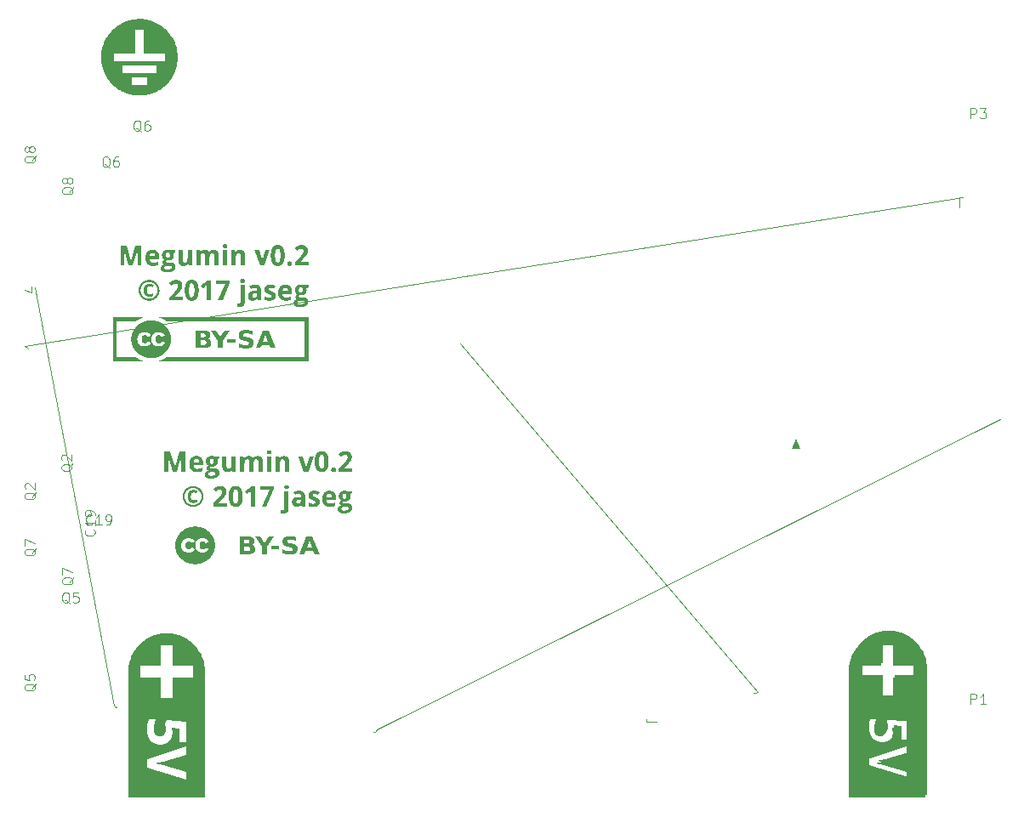
<source format=gbr>
From 0f52be1e7a3083940464a490172118ca44754852 Mon Sep 17 00:00:00 2001
From: jaseg <git@jaseg.net>
Date: Wed, 17 May 2017 11:25:17 +0200
Subject: Release v0.2

---
 hw/chibi/chibi_2024/gerbers/chibi_2024-F.SilkS.gbr | 25860 ++++++++++---------
 1 file changed, 13472 insertions(+), 12388 deletions(-)

(limited to 'hw/chibi/chibi_2024/gerbers/chibi_2024-F.SilkS.gbr')

diff --git a/hw/chibi/chibi_2024/gerbers/chibi_2024-F.SilkS.gbr b/hw/chibi/chibi_2024/gerbers/chibi_2024-F.SilkS.gbr
index 455e585..9065b3b 100644
--- a/hw/chibi/chibi_2024/gerbers/chibi_2024-F.SilkS.gbr
+++ b/hw/chibi/chibi_2024/gerbers/chibi_2024-F.SilkS.gbr
@@ -1,7 +1,7 @@
 G04 #@! TF.FileFunction,Legend,Top*
 %FSLAX46Y46*%
 G04 Gerber Fmt 4.6, Leading zero omitted, Abs format (unit mm)*
-G04 Created by KiCad (PCBNEW 4.0.4-1.fc24-product) date Thu May  4 13:36:19 2017*
+G04 Created by KiCad (PCBNEW 4.0.4-1.fc24-product) date Wed May 17 10:11:48 2017*
 %MOMM*%
 %LPD*%
 G01*
@@ -18,6 +18,1133 @@ X84455000Y-99187000D02*
 X85090000Y-99822000D01*
 D10*
 G36*
+X61657725Y-44400968D02*
+X61222816Y-45461507D01*
+X62093184Y-45461507D01*
+X62093184Y-47862600D01*
+X64175676Y-47862600D01*
+X64175676Y-48608946D01*
+X62093184Y-48608946D01*
+X61222816Y-48608946D01*
+X59140324Y-48608946D01*
+X59140324Y-47862600D01*
+X61222816Y-47862600D01*
+X61222816Y-45461507D01*
+X61657725Y-44400968D01*
+X61461526Y-44405942D01*
+X61267903Y-44420676D01*
+X61077096Y-44444933D01*
+X60889343Y-44478471D01*
+X60704885Y-44521053D01*
+X60523960Y-44572438D01*
+X60346809Y-44632386D01*
+X60173671Y-44700659D01*
+X60004785Y-44777016D01*
+X59840391Y-44861219D01*
+X59680728Y-44953027D01*
+X59526037Y-45052202D01*
+X59376556Y-45158503D01*
+X59232525Y-45271691D01*
+X59094183Y-45391527D01*
+X58961771Y-45517771D01*
+X58835527Y-45650183D01*
+X58715691Y-45788525D01*
+X58602503Y-45932556D01*
+X58496202Y-46082037D01*
+X58397027Y-46236728D01*
+X58305219Y-46396391D01*
+X58221016Y-46560785D01*
+X58144659Y-46729671D01*
+X58076386Y-46902809D01*
+X58016438Y-47079960D01*
+X57965053Y-47260885D01*
+X57922471Y-47445343D01*
+X57888933Y-47633096D01*
+X57864676Y-47823903D01*
+X57849942Y-48017526D01*
+X57844968Y-48213725D01*
+X57848917Y-48359318D01*
+X57858418Y-48504601D01*
+X57873459Y-48649416D01*
+X57894027Y-48793603D01*
+X65423627Y-48793603D01*
+X65443779Y-48649392D01*
+X65458406Y-48504569D01*
+X65467494Y-48359294D01*
+X65471032Y-48213725D01*
+X65466333Y-48024647D01*
+X65452349Y-47836854D01*
+X65429207Y-47650657D01*
+X65397039Y-47466368D01*
+X65355973Y-47284302D01*
+X65306139Y-47104769D01*
+X65247666Y-46928084D01*
+X65180684Y-46754557D01*
+X65105323Y-46584502D01*
+X65021711Y-46418231D01*
+X64929978Y-46256057D01*
+X64830254Y-46098292D01*
+X64722668Y-45945249D01*
+X64607350Y-45797240D01*
+X64484429Y-45654579D01*
+X64354034Y-45517576D01*
+X64217013Y-45387202D01*
+X64074334Y-45264301D01*
+X63926308Y-45149004D01*
+X63773250Y-45041441D01*
+X63615470Y-44941739D01*
+X63453283Y-44850030D01*
+X63287000Y-44766442D01*
+X63116934Y-44691105D01*
+X62943398Y-44624148D01*
+X62766703Y-44565701D01*
+X62587164Y-44515892D01*
+X62405091Y-44474853D01*
+X62220799Y-44442711D01*
+X62034598Y-44419597D01*
+X61846803Y-44405639D01*
+X61657725Y-44400968D01*
+X61657725Y-44400968D01*
+G37*
+G36*
+X58259482Y-49933516D02*
+X60864526Y-50220148D01*
+X62451475Y-50220148D01*
+X62451475Y-50966494D01*
+X60864526Y-50966494D01*
+X60864526Y-50220148D01*
+X58259482Y-49933516D01*
+X58322155Y-50052338D01*
+X58388630Y-50168326D01*
+X58458807Y-50281421D01*
+X58532587Y-50391560D01*
+X58609870Y-50498683D01*
+X58690557Y-50602728D01*
+X58774550Y-50703634D01*
+X58861748Y-50801340D01*
+X58952051Y-50895784D01*
+X59045362Y-50986906D01*
+X59141579Y-51074643D01*
+X59240605Y-51158936D01*
+X59342339Y-51239722D01*
+X59446682Y-51316941D01*
+X59553535Y-51390531D01*
+X59662799Y-51460431D01*
+X59774373Y-51526580D01*
+X59888159Y-51588916D01*
+X60004057Y-51647379D01*
+X60121968Y-51701907D01*
+X60241792Y-51752438D01*
+X60363430Y-51798913D01*
+X60486783Y-51841268D01*
+X60611752Y-51879444D01*
+X60738236Y-51913379D01*
+X60866137Y-51943012D01*
+X60995355Y-51968281D01*
+X61125791Y-51989125D01*
+X61257345Y-52005484D01*
+X61389918Y-52017295D01*
+X61523411Y-52024498D01*
+X61657725Y-52027032D01*
+X61792207Y-52024667D01*
+X61925872Y-52017621D01*
+X62058620Y-52005954D01*
+X62190351Y-51989727D01*
+X62320966Y-51969003D01*
+X62450364Y-51943842D01*
+X62578446Y-51914307D01*
+X62705113Y-51880457D01*
+X62830263Y-51842355D01*
+X62953798Y-51800062D01*
+X63075618Y-51753639D01*
+X63195623Y-51703148D01*
+X63313714Y-51648650D01*
+X63429790Y-51590207D01*
+X63543751Y-51527880D01*
+X63655498Y-51461730D01*
+X63764932Y-51391818D01*
+X63871952Y-51318206D01*
+X63976458Y-51240956D01*
+X64078352Y-51160129D01*
+X64177532Y-51075786D01*
+X64273900Y-50987988D01*
+X64367355Y-50896797D01*
+X64457798Y-50802274D01*
+X64545129Y-50704481D01*
+X64629248Y-50603479D01*
+X64710056Y-50499330D01*
+X64787452Y-50392094D01*
+X64861337Y-50281833D01*
+X64931611Y-50168609D01*
+X64998174Y-50052483D01*
+X65060927Y-49933516D01*
+X58259482Y-49933516D01*
+X58259482Y-49933516D01*
+G37*
+G36*
+X57894027Y-48793603D02*
+X59944547Y-49041650D01*
+X63371453Y-49041650D01*
+X63371453Y-49787995D01*
+X59944547Y-49787995D01*
+X59944547Y-49041650D01*
+X57894027Y-48793603D01*
+X57919829Y-48941822D01*
+X57951417Y-49088738D01*
+X57988740Y-49234183D01*
+X58031742Y-49377991D01*
+X58080371Y-49519994D01*
+X58134573Y-49660028D01*
+X58194294Y-49797924D01*
+X58259482Y-49933516D01*
+X65060927Y-49933516D01*
+X65125759Y-49797871D01*
+X65185126Y-49659937D01*
+X65238977Y-49519882D01*
+X65287258Y-49377872D01*
+X65329916Y-49234072D01*
+X65366899Y-49088650D01*
+X65398154Y-48941771D01*
+X65423627Y-48793603D01*
+X57894027Y-48793603D01*
+X57894027Y-48793603D01*
+G37*
+G36*
+X68181032Y-116668827D02*
+X66323987Y-116890415D01*
+X66323987Y-117716135D01*
+X64001166Y-118370979D01*
+X63992505Y-118373441D01*
+X63982840Y-118376029D01*
+X63972170Y-118378742D01*
+X63960496Y-118381583D01*
+X63947818Y-118384554D01*
+X63934137Y-118387654D01*
+X63919452Y-118390886D01*
+X63903765Y-118394251D01*
+X63887074Y-118397750D01*
+X63869380Y-118401384D01*
+X63850684Y-118405154D01*
+X63838192Y-118407954D01*
+X63825557Y-118410761D01*
+X63812780Y-118413576D01*
+X63799860Y-118416396D01*
+X63786796Y-118419221D01*
+X63773588Y-118422051D01*
+X63760235Y-118424882D01*
+X63746737Y-118427716D01*
+X63733093Y-118430549D01*
+X63719302Y-118433383D01*
+X63705365Y-118436215D01*
+X63691280Y-118439044D01*
+X63677046Y-118441869D01*
+X63662665Y-118444689D01*
+X63648134Y-118447504D01*
+X63633453Y-118450311D01*
+X63618623Y-118453110D01*
+X63605284Y-118455881D01*
+X63591944Y-118458638D01*
+X63578601Y-118461380D01*
+X63565257Y-118464108D01*
+X63551911Y-118466821D01*
+X63538564Y-118469520D01*
+X63525216Y-118472204D01*
+X63511867Y-118474873D01*
+X63498518Y-118477528D01*
+X63485169Y-118480168D01*
+X63471819Y-118482794D01*
+X63458471Y-118485405D01*
+X63445123Y-118488002D01*
+X63431775Y-118490583D01*
+X63418430Y-118493150D01*
+X63405085Y-118495702D01*
+X63391743Y-118498240D01*
+X63378402Y-118500763D01*
+X63365064Y-118503271D01*
+X63349380Y-118506199D01*
+X63334004Y-118509044D01*
+X63318937Y-118511807D01*
+X63304178Y-118514486D01*
+X63289727Y-118517082D01*
+X63275586Y-118519596D01*
+X63261753Y-118522028D01*
+X63248229Y-118524376D01*
+X63235015Y-118526642D01*
+X63222110Y-118528826D01*
+X63209515Y-118530928D01*
+X63197230Y-118532947D01*
+X63185255Y-118534884D01*
+X63173590Y-118536739D01*
+X63162236Y-118538511D01*
+X63151192Y-118540202D01*
+X63162236Y-118541893D01*
+X63173590Y-118543666D01*
+X63185255Y-118545521D01*
+X63197230Y-118547458D01*
+X63209515Y-118549477D01*
+X63222110Y-118551579D01*
+X63235015Y-118553762D01*
+X63248229Y-118556029D01*
+X63261753Y-118558377D01*
+X63275586Y-118560808D01*
+X63289727Y-118563322D01*
+X63304178Y-118565919D01*
+X63318937Y-118568598D01*
+X63334004Y-118571360D01*
+X63349380Y-118574206D01*
+X63365064Y-118577134D01*
+X63378394Y-118579642D01*
+X63391710Y-118582165D01*
+X63405012Y-118584702D01*
+X63418299Y-118587255D01*
+X63431573Y-118589822D01*
+X63444832Y-118592403D01*
+X63458077Y-118594999D01*
+X63471307Y-118597610D01*
+X63484523Y-118600236D01*
+X63497724Y-118602876D01*
+X63510910Y-118605531D01*
+X63524082Y-118608201D01*
+X63537239Y-118610885D01*
+X63550381Y-118613583D01*
+X63563509Y-118616296D01*
+X63576621Y-118619024D01*
+X63589718Y-118621766D01*
+X63602800Y-118624523D01*
+X63615867Y-118627294D01*
+X63630698Y-118630391D01*
+X63645378Y-118633469D01*
+X63659909Y-118636529D01*
+X63674290Y-118639571D01*
+X63688523Y-118642594D01*
+X63702608Y-118645600D01*
+X63716546Y-118648587D01*
+X63730336Y-118651556D01*
+X63743980Y-118654507D01*
+X63757479Y-118657440D01*
+X63770832Y-118660354D01*
+X63784040Y-118663250D01*
+X63797104Y-118666128D01*
+X63810024Y-118668987D01*
+X63822801Y-118671828D01*
+X63835436Y-118674651D01*
+X63847928Y-118677455D01*
+X63865125Y-118681753D01*
+X63881520Y-118685853D01*
+X63897113Y-118689756D01*
+X63911902Y-118693467D01*
+X63925886Y-118696988D01*
+X63939065Y-118700322D01*
+X63951437Y-118703473D01*
+X63963002Y-118706444D01*
+X63973758Y-118709239D01*
+X63983705Y-118711859D01*
+X63992841Y-118714309D01*
+X64001166Y-118716591D01*
+X66323987Y-119360962D01*
+X66323987Y-120187234D01*
+X62464929Y-118983379D01*
+X62464929Y-118090962D01*
+X66323987Y-116890415D01*
+X68181032Y-116668827D01*
+X60554968Y-116668827D01*
+X60554968Y-121941200D01*
+X68181032Y-121941200D01*
+X68181032Y-116668827D01*
+X68181032Y-116668827D01*
+G37*
+G36*
+X68181032Y-109379556D02*
+X66992060Y-108778731D01*
+X66992060Y-109985892D01*
+X64958076Y-109985892D01*
+X64958076Y-112003340D01*
+X63750914Y-112003340D01*
+X63750914Y-109985892D01*
+X61744491Y-109985892D01*
+X61744491Y-108778731D01*
+X63750914Y-108778731D01*
+X63750914Y-106755771D01*
+X64958076Y-106755771D01*
+X64958076Y-108778731D01*
+X66992060Y-108778731D01*
+X68181032Y-109379556D01*
+X68176058Y-109183357D01*
+X68161324Y-108989734D01*
+X68137067Y-108798927D01*
+X68103529Y-108611174D01*
+X68060947Y-108426716D01*
+X68009562Y-108245791D01*
+X67949614Y-108068640D01*
+X67881341Y-107895502D01*
+X67804984Y-107726616D01*
+X67720781Y-107562222D01*
+X67628973Y-107402560D01*
+X67529798Y-107247868D01*
+X67423497Y-107098387D01*
+X67310309Y-106954356D01*
+X67190473Y-106816014D01*
+X67064229Y-106683602D01*
+X66931817Y-106557358D01*
+X66793475Y-106437522D01*
+X66649444Y-106324334D01*
+X66499963Y-106218033D01*
+X66345272Y-106118858D01*
+X66185609Y-106027050D01*
+X66021215Y-105942848D01*
+X65852329Y-105866490D01*
+X65679191Y-105798217D01*
+X65502040Y-105738269D01*
+X65321115Y-105686884D01*
+X65136657Y-105644302D01*
+X64948904Y-105610764D01*
+X64758097Y-105586507D01*
+X64564474Y-105571773D01*
+X64368275Y-105566800D01*
+X64179197Y-105571471D01*
+X63991402Y-105585428D01*
+X63805201Y-105608542D01*
+X63620909Y-105640684D01*
+X63438836Y-105681724D01*
+X63259297Y-105731532D01*
+X63082602Y-105789979D01*
+X62909066Y-105856936D01*
+X62739000Y-105932273D01*
+X62572717Y-106015861D01*
+X62410530Y-106107570D01*
+X62252750Y-106207272D01*
+X62099692Y-106314835D01*
+X61951666Y-106430132D01*
+X61808987Y-106553033D01*
+X61671966Y-106683407D01*
+X61541571Y-106820410D01*
+X61418650Y-106963071D01*
+X61303332Y-107111080D01*
+X61195746Y-107264123D01*
+X61096022Y-107421888D01*
+X61004289Y-107584062D01*
+X60920677Y-107750333D01*
+X60845316Y-107920388D01*
+X60778334Y-108093915D01*
+X60719861Y-108270601D01*
+X60670027Y-108450133D01*
+X60628961Y-108632200D01*
+X60596793Y-108816488D01*
+X60573651Y-109002685D01*
+X60559667Y-109190478D01*
+X60554968Y-109379556D01*
+X60554968Y-113073800D01*
+X68181032Y-113073800D01*
+X68181032Y-109379556D01*
+X68181032Y-109379556D01*
+G37*
+G36*
+X68181032Y-113073800D02*
+X66323987Y-114361439D01*
+X66323987Y-116399282D01*
+X65632212Y-116399282D01*
+X65632212Y-115068649D01*
+X64874842Y-115005259D01*
+X64877306Y-115016643D01*
+X64879769Y-115028270D01*
+X64882231Y-115040138D01*
+X64884693Y-115052247D01*
+X64887155Y-115064594D01*
+X64889616Y-115077179D01*
+X64892077Y-115090001D01*
+X64894539Y-115103058D01*
+X64897000Y-115116349D01*
+X64899462Y-115129873D01*
+X64901923Y-115143628D01*
+X64904385Y-115157614D01*
+X64906848Y-115171829D01*
+X64909310Y-115186271D01*
+X64911774Y-115200940D01*
+X64913494Y-115211895D01*
+X64915133Y-115223138D01*
+X64916691Y-115234670D01*
+X64918168Y-115246491D01*
+X64919563Y-115258600D01*
+X64920877Y-115270997D01*
+X64922108Y-115283683D01*
+X64923256Y-115296656D01*
+X64924322Y-115309917D01*
+X64925304Y-115323466D01*
+X64926203Y-115337302D01*
+X64927018Y-115351425D01*
+X64927748Y-115365835D01*
+X64928394Y-115380532D01*
+X64928955Y-115395516D01*
+X64929430Y-115410787D01*
+X64929820Y-115426343D01*
+X64930124Y-115442186D01*
+X64930341Y-115458315D01*
+X64930472Y-115474730D01*
+X64930515Y-115491431D01*
+X64930449Y-115505997D01*
+X64930250Y-115520503D01*
+X64929918Y-115534950D01*
+X64929453Y-115549337D01*
+X64928856Y-115563665D01*
+X64928126Y-115577934D01*
+X64927263Y-115592143D01*
+X64926267Y-115606293D01*
+X64925139Y-115620383D01*
+X64923879Y-115634414D01*
+X64922485Y-115648386D01*
+X64920960Y-115662298D01*
+X64919301Y-115676151D01*
+X64917510Y-115689945D01*
+X64915587Y-115703679D01*
+X64913531Y-115717353D01*
+X64911343Y-115730969D01*
+X64909022Y-115744524D01*
+X64906569Y-115758021D01*
+X64903983Y-115771458D01*
+X64901265Y-115784836D01*
+X64898415Y-115798155D01*
+X64895433Y-115811414D01*
+X64892318Y-115824614D01*
+X64889070Y-115837754D01*
+X64885691Y-115850835D01*
+X64882179Y-115863857D01*
+X64878535Y-115876819D01*
+X64874759Y-115889723D01*
+X64870851Y-115902566D01*
+X64866810Y-115915351D01*
+X64862638Y-115928076D01*
+X64858333Y-115940742D01*
+X64853896Y-115953349D01*
+X64849042Y-115966658D01*
+X64844050Y-115979857D01*
+X64838917Y-115992948D01*
+X64833646Y-116005930D01*
+X64828236Y-116018803D01*
+X64822687Y-116031568D01*
+X64816998Y-116044224D01*
+X64811171Y-116056771D01*
+X64805204Y-116069210D01*
+X64799098Y-116081540D01*
+X64792853Y-116093761D01*
+X64786469Y-116105874D01*
+X64779946Y-116117879D01*
+X64773284Y-116129775D01*
+X64766482Y-116141563D01*
+X64759541Y-116153242D01*
+X64752461Y-116164813D01*
+X64745242Y-116176276D01*
+X64737884Y-116187631D01*
+X64730386Y-116198878D01*
+X64722749Y-116210017D01*
+X64714973Y-116221047D01*
+X64707058Y-116231970D01*
+X64699003Y-116242784D01*
+X64690809Y-116253491D01*
+X64682476Y-116264090D01*
+X64674004Y-116274581D01*
+X64665392Y-116284964D01*
+X64656641Y-116295239D01*
+X64647750Y-116305407D01*
+X64638721Y-116315467D01*
+X64629552Y-116325419D01*
+X64620524Y-116334955D01*
+X64611359Y-116344364D01*
+X64602057Y-116353646D01*
+X64592618Y-116362802D01*
+X64583042Y-116371832D01*
+X64573328Y-116380736D01*
+X64563478Y-116389513D01*
+X64553491Y-116398163D01*
+X64543368Y-116406688D01*
+X64533108Y-116415086D01*
+X64522711Y-116423358D01*
+X64512178Y-116431504D01*
+X64501509Y-116439524D01*
+X64490704Y-116447418D01*
+X64479763Y-116455185D01*
+X64468686Y-116462827D01*
+X64457473Y-116470342D01*
+X64446124Y-116477732D01*
+X64434640Y-116484995D01*
+X64423021Y-116492132D01*
+X64411266Y-116499144D01*
+X64399375Y-116506029D01*
+X64387350Y-116512789D01*
+X64375190Y-116519423D01*
+X64362894Y-116525931D01*
+X64350464Y-116532313D01*
+X64337899Y-116538569D01*
+X64325200Y-116544699D01*
+X64312365Y-116550704D01*
+X64299397Y-116556583D01*
+X64286294Y-116562336D01*
+X64273057Y-116567964D01*
+X64259686Y-116573466D01*
+X64247796Y-116578252D01*
+X64235811Y-116582907D01*
+X64223731Y-116587432D01*
+X64211556Y-116591825D01*
+X64199286Y-116596088D01*
+X64186920Y-116600220D01*
+X64174459Y-116604222D01*
+X64161903Y-116608092D01*
+X64149251Y-116611832D01*
+X64136504Y-116615441D01*
+X64123661Y-116618918D01*
+X64110722Y-116622265D01*
+X64097687Y-116625481D01*
+X64084556Y-116628566D01*
+X64071329Y-116631520D01*
+X64058007Y-116634343D01*
+X64044588Y-116637035D01*
+X64031072Y-116639596D01*
+X64017461Y-116642025D01*
+X64003752Y-116644324D01*
+X63989948Y-116646491D01*
+X63976046Y-116648528D01*
+X63962048Y-116650433D01*
+X63947954Y-116652206D01*
+X63933762Y-116653849D01*
+X63919473Y-116655360D01*
+X63905088Y-116656740D01*
+X63890605Y-116657989D01*
+X63876025Y-116659106D01*
+X63861348Y-116660092D01*
+X63846573Y-116660947D01*
+X63831701Y-116661670D01*
+X63816731Y-116662262D01*
+X63801664Y-116662722D01*
+X63786499Y-116663051D01*
+X63771236Y-116663248D01*
+X63755875Y-116663314D01*
+X63740953Y-116663259D01*
+X63726103Y-116663093D01*
+X63711323Y-116662817D01*
+X63696616Y-116662431D01*
+X63681979Y-116661934D01*
+X63667415Y-116661327D01*
+X63652922Y-116660609D01*
+X63638500Y-116659780D01*
+X63624150Y-116658841D01*
+X63609872Y-116657792D01*
+X63595665Y-116656632D01*
+X63581530Y-116655361D01*
+X63567466Y-116653980D01*
+X63553474Y-116652489D01*
+X63539554Y-116650886D01*
+X63525706Y-116649173D01*
+X63511929Y-116647350D01*
+X63498224Y-116645415D01*
+X63484591Y-116643370D01*
+X63471030Y-116641215D01*
+X63457540Y-116638948D01*
+X63444122Y-116636571D01*
+X63430776Y-116634083D01*
+X63417502Y-116631484D01*
+X63404300Y-116628775D01*
+X63391170Y-116625955D01*
+X63378111Y-116623024D01*
+X63365125Y-116619982D01*
+X63352211Y-116616829D01*
+X63339368Y-116613565D01*
+X63326598Y-116610191D01*
+X63313899Y-116606706D01*
+X63301273Y-116603109D01*
+X63288718Y-116599402D01*
+X63276236Y-116595584D01*
+X63263826Y-116591655D01*
+X63251488Y-116587615D01*
+X63239222Y-116583464D01*
+X63227028Y-116579202D01*
+X63214906Y-116574828D01*
+X63202857Y-116570344D01*
+X63190880Y-116565749D01*
+X63177522Y-116560402D01*
+X63164272Y-116554921D01*
+X63151131Y-116549304D01*
+X63138098Y-116543552D01*
+X63125174Y-116537665D01*
+X63112358Y-116531643D01*
+X63099650Y-116525486D01*
+X63087051Y-116519194D01*
+X63074560Y-116512767D01*
+X63062177Y-116506205D01*
+X63049902Y-116499508D01*
+X63037735Y-116492676D01*
+X63025677Y-116485710D01*
+X63013726Y-116478608D01*
+X63001884Y-116471371D01*
+X62990150Y-116463999D01*
+X62978524Y-116456492D01*
+X62967006Y-116448850D01*
+X62955595Y-116441073D01*
+X62944293Y-116433162D01*
+X62933099Y-116425115D01*
+X62922012Y-116416933D01*
+X62911034Y-116408616D01*
+X62900163Y-116400165D01*
+X62889401Y-116391578D01*
+X62878746Y-116382857D01*
+X62868198Y-116374000D01*
+X62857759Y-116365009D01*
+X62847427Y-116355883D01*
+X62837203Y-116346621D01*
+X62827087Y-116337225D01*
+X62817078Y-116327694D01*
+X62807177Y-116318028D01*
+X62797384Y-116308227D01*
+X62787698Y-116298291D01*
+X62778120Y-116288220D01*
+X62768649Y-116278015D01*
+X62759902Y-116268207D01*
+X62751259Y-116258276D01*
+X62742720Y-116248222D01*
+X62734285Y-116238045D01*
+X62725954Y-116227745D01*
+X62717726Y-116217322D01*
+X62709603Y-116206776D01*
+X62701583Y-116196108D01*
+X62693668Y-116185317D01*
+X62685856Y-116174404D01*
+X62678149Y-116163369D01*
+X62670545Y-116152211D01*
+X62663046Y-116140931D01*
+X62655650Y-116129529D01*
+X62648359Y-116118005D01*
+X62641172Y-116106359D01*
+X62634088Y-116094592D01*
+X62627109Y-116082702D01*
+X62620234Y-116070691D01*
+X62613463Y-116058559D01*
+X62606796Y-116046305D01*
+X62600234Y-116033929D01*
+X62593775Y-116021433D01*
+X62587421Y-116008815D01*
+X62581171Y-115996076D01*
+X62575025Y-115983217D01*
+X62568983Y-115970236D01*
+X62563046Y-115957135D01*
+X62557212Y-115943912D01*
+X62551483Y-115930570D01*
+X62545859Y-115917106D01*
+X62540338Y-115903523D01*
+X62534922Y-115889819D01*
+X62529610Y-115875994D01*
+X62524403Y-115862050D01*
+X62519300Y-115847985D01*
+X62514301Y-115833801D01*
+X62509407Y-115819496D01*
+X62504617Y-115805072D01*
+X62500727Y-115793128D01*
+X62496920Y-115781108D01*
+X62493197Y-115769012D01*
+X62489556Y-115756840D01*
+X62485999Y-115744592D01*
+X62482525Y-115732268D01*
+X62479134Y-115719869D01*
+X62475826Y-115707393D01*
+X62472601Y-115694841D01*
+X62469460Y-115682213D01*
+X62466402Y-115669510D01*
+X62463428Y-115656730D01*
+X62460537Y-115643873D01*
+X62457729Y-115630941D01*
+X62455004Y-115617933D01*
+X62452363Y-115604848D01*
+X62449806Y-115591687D01*
+X62447332Y-115578449D01*
+X62444941Y-115565136D01*
+X62442634Y-115551746D01*
+X62440411Y-115538279D01*
+X62438271Y-115524737D01*
+X62436215Y-115511118D01*
+X62434242Y-115497422D01*
+X62432353Y-115483650D01*
+X62430548Y-115469801D01*
+X62428826Y-115455876D01*
+X62427188Y-115441874D01*
+X62425634Y-115427796D01*
+X62424164Y-115413641D01*
+X62422778Y-115399409D01*
+X62421475Y-115385101D01*
+X62420256Y-115370716D01*
+X62419121Y-115356254D01*
+X62418070Y-115341715D01*
+X62417103Y-115327100D01*
+X62416220Y-115312407D01*
+X62415421Y-115297638D01*
+X62414706Y-115282792D01*
+X62414075Y-115267869D01*
+X62413528Y-115252869D01*
+X62413065Y-115237793D01*
+X62412686Y-115222639D01*
+X62412392Y-115207408D01*
+X62412181Y-115192100D01*
+X62412055Y-115176715D01*
+X62412013Y-115161253D01*
+X62412043Y-115147432D01*
+X62412133Y-115133623D01*
+X62412284Y-115119826D01*
+X62412495Y-115106041D01*
+X62412765Y-115092267D01*
+X62413096Y-115078506D01*
+X62413488Y-115064756D01*
+X62413939Y-115051018D01*
+X62414450Y-115037292D01*
+X62415020Y-115023578D01*
+X62415651Y-115009876D01*
+X62416342Y-114996186D01*
+X62417092Y-114982508D01*
+X62417902Y-114968842D01*
+X62418772Y-114955188D01*
+X62419701Y-114941546D01*
+X62420691Y-114927916D01*
+X62421739Y-114914299D01*
+X62422847Y-114900693D01*
+X62424015Y-114887099D01*
+X62425242Y-114873518D01*
+X62426595Y-114859291D01*
+X62428016Y-114845116D01*
+X62429504Y-114830995D01*
+X62431059Y-114816926D01*
+X62432681Y-114802911D01*
+X62434369Y-114788948D01*
+X62436124Y-114775038D01*
+X62437945Y-114761181D01*
+X62439833Y-114747377D01*
+X62441786Y-114733626D01*
+X62443806Y-114719927D01*
+X62445891Y-114706282D01*
+X62448042Y-114692689D01*
+X62450259Y-114679149D01*
+X62452541Y-114665661D01*
+X62454889Y-114652226D01*
+X62457302Y-114638844D01*
+X62459779Y-114625514D01*
+X62462322Y-114612237D01*
+X62464929Y-114599013D01*
+X62467474Y-114585428D01*
+X62470107Y-114571903D01*
+X62472829Y-114558437D01*
+X62475639Y-114545030D01*
+X62478536Y-114531683D01*
+X62481522Y-114518395D01*
+X62484596Y-114505166D01*
+X62487758Y-114491995D01*
+X62491007Y-114478884D01*
+X62494344Y-114465831D01*
+X62497769Y-114452836D01*
+X62501282Y-114439900D01*
+X62504882Y-114427022D01*
+X62508570Y-114414201D01*
+X62512345Y-114401439D01*
+X62516208Y-114388735D01*
+X62520158Y-114376088D01*
+X62524195Y-114363498D01*
+X62528319Y-114350966D01*
+X62533019Y-114337376D01*
+X62537805Y-114323933D01*
+X62542677Y-114310637D01*
+X62547636Y-114297487D01*
+X62552682Y-114284485D01*
+X62557817Y-114271629D01*
+X62563041Y-114258919D01*
+X62568355Y-114246356D01*
+X62573760Y-114233939D01*
+X62579257Y-114221668D01*
+X62584846Y-114209543D01*
+X62590529Y-114197564D01*
+X62596306Y-114185731D01*
+X62602178Y-114174043D01*
+X62608146Y-114162500D01*
+X62614210Y-114151103D01*
+X62620372Y-114139851D01*
+X63325376Y-114139851D01*
+X63319184Y-114150821D01*
+X63313027Y-114161993D01*
+X63306907Y-114173367D01*
+X63300823Y-114184943D01*
+X63294775Y-114196721D01*
+X63288764Y-114208700D01*
+X63282789Y-114220880D01*
+X63276851Y-114233261D01*
+X63270950Y-114245844D01*
+X63265084Y-114258627D01*
+X63259256Y-114271611D01*
+X63253464Y-114284796D01*
+X63247709Y-114298181D01*
+X63241990Y-114311766D01*
+X63236308Y-114325552D01*
+X63230663Y-114339537D01*
+X63225055Y-114353722D01*
+X63220359Y-114366526D01*
+X63215719Y-114379374D01*
+X63211135Y-114392266D01*
+X63206608Y-114405203D01*
+X63202137Y-114418184D01*
+X63197723Y-114431209D01*
+X63193366Y-114444278D01*
+X63189067Y-114457392D01*
+X63184827Y-114470549D01*
+X63180644Y-114483750D01*
+X63176520Y-114496995D01*
+X63172455Y-114510284D01*
+X63168450Y-114523617D01*
+X63164504Y-114536993D01*
+X63160618Y-114550412D01*
+X63156792Y-114563875D01*
+X63153027Y-114577382D01*
+X63149323Y-114590932D01*
+X63145680Y-114604525D01*
+X63142542Y-114617720D01*
+X63139463Y-114630908D01*
+X63136441Y-114644090D01*
+X63133477Y-114657268D01*
+X63130569Y-114670441D01*
+X63127718Y-114683610D01*
+X63124921Y-114696776D01*
+X63122180Y-114709941D01*
+X63119492Y-114723103D01*
+X63116858Y-114736266D01*
+X63114277Y-114749428D01*
+X63111748Y-114762591D01*
+X63109270Y-114775755D01*
+X63106843Y-114788921D01*
+X63104466Y-114802091D01*
+X63102139Y-114815264D01*
+X63099861Y-114828441D01*
+X63097632Y-114841623D01*
+X63095450Y-114854811D01*
+X63093315Y-114868006D01*
+X63091316Y-114882630D01*
+X63089427Y-114897174D01*
+X63087649Y-114911636D01*
+X63085981Y-114926017D01*
+X63084425Y-114940318D01*
+X63082981Y-114954537D01*
+X63081649Y-114968675D01*
+X63080430Y-114982732D01*
+X63079324Y-114996707D01*
+X63078333Y-115010601D01*
+X63077456Y-115024413D01*
+X63076695Y-115038144D01*
+X63076049Y-115051793D01*
+X63075519Y-115065360D01*
+X63075106Y-115078845D01*
+X63074810Y-115092249D01*
+X63074633Y-115105570D01*
+X63074573Y-115118809D01*
+X63074659Y-115135963D01*
+X63074917Y-115152916D01*
+X63075347Y-115169668D01*
+X63075950Y-115186219D01*
+X63076724Y-115202569D01*
+X63077670Y-115218719D01*
+X63078789Y-115234668D01*
+X63080080Y-115250415D01*
+X63081543Y-115265962D01*
+X63083178Y-115281309D01*
+X63084986Y-115296454D01*
+X63086966Y-115311398D01*
+X63089119Y-115326141D01*
+X63091444Y-115340684D01*
+X63093942Y-115355025D01*
+X63096612Y-115369166D01*
+X63099455Y-115383106D01*
+X63102470Y-115396844D01*
+X63105658Y-115410382D01*
+X63109018Y-115423719D01*
+X63112552Y-115436854D01*
+X63116258Y-115449789D01*
+X63120136Y-115462523D01*
+X63124188Y-115475056D01*
+X63128413Y-115487387D01*
+X63132810Y-115499518D01*
+X63137380Y-115511447D01*
+X63142124Y-115523176D01*
+X63147040Y-115534703D01*
+X63152129Y-115546030D01*
+X63157392Y-115557155D01*
+X63162827Y-115568079D01*
+X63168436Y-115578802D01*
+X63174218Y-115589324D01*
+X63180173Y-115599645D01*
+X63186301Y-115609765D01*
+X63192603Y-115619684D01*
+X63199078Y-115629401D01*
+X63205726Y-115638917D01*
+X63212548Y-115648232D01*
+X63219543Y-115657346D01*
+X63227237Y-115666700D01*
+X63235157Y-115675811D01*
+X63243303Y-115684678D01*
+X63251676Y-115693301D01*
+X63260275Y-115701682D01*
+X63269100Y-115709819D01*
+X63278152Y-115717713D01*
+X63287430Y-115725363D01*
+X63296934Y-115732771D01*
+X63306663Y-115739935D01*
+X63316619Y-115746856D01*
+X63326801Y-115753533D01*
+X63337209Y-115759968D01*
+X63347843Y-115766160D01*
+X63358702Y-115772108D01*
+X63369788Y-115777813D01*
+X63381099Y-115783276D01*
+X63392636Y-115788495D01*
+X63404399Y-115793471D01*
+X63416387Y-115798205D01*
+X63428600Y-115802695D01*
+X63441040Y-115806942D01*
+X63453705Y-115810947D01*
+X63466595Y-115814709D01*
+X63479711Y-115818227D01*
+X63493052Y-115821503D01*
+X63506618Y-115824536D01*
+X63520410Y-115827327D01*
+X63534427Y-115829874D01*
+X63548669Y-115832179D01*
+X63563136Y-115834241D01*
+X63577828Y-115836061D01*
+X63592746Y-115837638D01*
+X63607888Y-115838972D01*
+X63623255Y-115840063D01*
+X63638848Y-115840912D01*
+X63654665Y-115841518D01*
+X63670707Y-115841882D01*
+X63686974Y-115842003D01*
+X63702705Y-115841863D01*
+X63718224Y-115841443D01*
+X63733530Y-115840743D01*
+X63748623Y-115839763D01*
+X63763504Y-115838502D01*
+X63778173Y-115836961D01*
+X63792629Y-115835140D01*
+X63806873Y-115833039D01*
+X63820904Y-115830656D01*
+X63834723Y-115827994D01*
+X63848330Y-115825051D01*
+X63861725Y-115821827D01*
+X63874907Y-115818322D01*
+X63887878Y-115814537D01*
+X63900637Y-115810471D01*
+X63913183Y-115806123D01*
+X63925518Y-115801495D01*
+X63937641Y-115796586D01*
+X63949552Y-115791396D01*
+X63961251Y-115785925D01*
+X63972738Y-115780173D01*
+X63984014Y-115774139D01*
+X63995078Y-115767824D01*
+X64005931Y-115761228D01*
+X64016572Y-115754350D01*
+X64027001Y-115747190D01*
+X64037220Y-115739750D01*
+X64047226Y-115732027D01*
+X64057022Y-115724023D01*
+X64066606Y-115715737D01*
+X64075979Y-115707170D01*
+X64085141Y-115698320D01*
+X64094092Y-115689189D01*
+X64102831Y-115679775D01*
+X64111360Y-115670080D01*
+X64119677Y-115660103D01*
+X64126594Y-115651647D01*
+X64133348Y-115642979D01*
+X64139940Y-115634096D01*
+X64146368Y-115625001D01*
+X64152634Y-115615692D01*
+X64158738Y-115606169D01*
+X64164678Y-115596433D01*
+X64170456Y-115586483D01*
+X64176071Y-115576319D01*
+X64181524Y-115565942D01*
+X64186814Y-115555351D01*
+X64191941Y-115544546D01*
+X64196905Y-115533527D01*
+X64201707Y-115522295D01*
+X64206346Y-115510848D01*
+X64210822Y-115499188D01*
+X64215136Y-115487314D01*
+X64219287Y-115475226D01*
+X64223275Y-115462924D01*
+X64227100Y-115450407D01*
+X64230763Y-115437677D01*
+X64234262Y-115424733D01*
+X64237600Y-115411574D01*
+X64240774Y-115398201D01*
+X64243786Y-115384614D01*
+X64246634Y-115370813D01*
+X64249320Y-115356797D01*
+X64251844Y-115342567D01*
+X64254204Y-115328123D01*
+X64256402Y-115313465D01*
+X64258437Y-115298591D01*
+X64260309Y-115283504D01*
+X64262019Y-115268202D01*
+X64263565Y-115252685D01*
+X64264949Y-115236954D01*
+X64266170Y-115221008D01*
+X64267229Y-115204848D01*
+X64268124Y-115188472D01*
+X64268857Y-115171883D01*
+X64269427Y-115155078D01*
+X64269834Y-115138058D01*
+X64270078Y-115120824D01*
+X64270159Y-115103375D01*
+X64270099Y-115090799D01*
+X64269916Y-115078030D01*
+X64269609Y-115065071D01*
+X64269175Y-115051928D01*
+X64268613Y-115038605D01*
+X64267922Y-115025104D01*
+X64267098Y-115011431D01*
+X64266140Y-114997590D01*
+X64265046Y-114983585D01*
+X64263814Y-114969419D01*
+X64262442Y-114955098D01*
+X64260962Y-114941190D01*
+X64259403Y-114927298D01*
+X64257761Y-114913419D01*
+X64256036Y-114899550D01*
+X64254226Y-114885686D01*
+X64252330Y-114871824D01*
+X64250345Y-114857960D01*
+X64248271Y-114844090D01*
+X64246106Y-114830212D01*
+X64243848Y-114816320D01*
+X64241496Y-114802411D01*
+X64239070Y-114789012D01*
+X64236594Y-114775690D01*
+X64234068Y-114762449D01*
+X64231495Y-114749290D01*
+X64228875Y-114736215D01*
+X64226212Y-114723226D01*
+X64223505Y-114710325D01*
+X64220757Y-114697515D01*
+X64217969Y-114684797D01*
+X64215144Y-114672174D01*
+X64212282Y-114659647D01*
+X64209310Y-114644633D01*
+X64206263Y-114630091D01*
+X64203143Y-114616017D01*
+X64199954Y-114602405D01*
+X64196698Y-114589252D01*
+X64193379Y-114576553D01*
+X64189999Y-114564304D01*
+X64186560Y-114552499D01*
+X64183067Y-114541135D01*
+X64357251Y-114216470D01*
+X66323987Y-114361439D01*
+X68181032Y-113073800D01*
+X60554968Y-113073800D01*
+X60554968Y-116774660D01*
+X68181032Y-116774660D01*
+X68181032Y-113073800D01*
+X68181032Y-113073800D01*
+G37*
+G36*
 X126999725Y-86186968D02*
 X126564816Y-87247507D01*
 X127435184Y-87247507D01*
@@ -522,14 +1649,14 @@ X53959760Y-70582840D02*
 X53959760Y-70382180D01*
 X53959760Y-70382180D02*
 X54660800Y-70382180D01*
-X54660800Y-111989820D02*
-X53959760Y-111989820D01*
-X53959760Y-111989820D02*
-X53959760Y-111740900D01*
-X53959760Y-109190840D02*
-X53959760Y-108990180D01*
-X53959760Y-108990180D02*
-X54660800Y-108990180D01*
+X53300180Y-105922800D02*
+X53300180Y-105221760D01*
+X53300180Y-105221760D02*
+X53549100Y-105221760D01*
+X56099160Y-105221760D02*
+X56299820Y-105221760D01*
+X56299820Y-105221760D02*
+X56299820Y-105922800D01*
 X60300820Y-54813200D02*
 X60300820Y-55514240D01*
 X60300820Y-55514240D02*
@@ -4817,939 +5944,939 @@ X143281521Y-100913461D01*
 X143281521Y-100913461D01*
 G37*
 G36*
-X140063032Y-116414827D02*
-X138205987Y-116636415D01*
-X138205987Y-117462135D01*
-X135883166Y-118116979D01*
-X135874505Y-118119441D01*
-X135864840Y-118122029D01*
-X135854170Y-118124742D01*
-X135842496Y-118127583D01*
-X135829818Y-118130554D01*
-X135816137Y-118133654D01*
-X135801452Y-118136886D01*
-X135785765Y-118140251D01*
-X135769074Y-118143750D01*
-X135751380Y-118147384D01*
-X135732684Y-118151154D01*
-X135720192Y-118153954D01*
-X135707557Y-118156761D01*
-X135694780Y-118159576D01*
-X135681860Y-118162396D01*
-X135668796Y-118165221D01*
-X135655588Y-118168051D01*
-X135642235Y-118170882D01*
-X135628737Y-118173716D01*
-X135615093Y-118176549D01*
-X135601302Y-118179383D01*
-X135587365Y-118182215D01*
-X135573280Y-118185044D01*
-X135559046Y-118187869D01*
-X135544665Y-118190689D01*
-X135530134Y-118193504D01*
-X135515453Y-118196311D01*
-X135500623Y-118199110D01*
-X135487284Y-118201881D01*
-X135473944Y-118204638D01*
-X135460601Y-118207380D01*
-X135447257Y-118210108D01*
-X135433911Y-118212821D01*
-X135420564Y-118215520D01*
-X135407216Y-118218204D01*
-X135393867Y-118220873D01*
-X135380518Y-118223528D01*
-X135367169Y-118226168D01*
-X135353819Y-118228794D01*
-X135340471Y-118231405D01*
-X135327123Y-118234002D01*
-X135313775Y-118236583D01*
-X135300430Y-118239150D01*
-X135287085Y-118241702D01*
-X135273743Y-118244240D01*
-X135260402Y-118246763D01*
-X135247064Y-118249271D01*
-X135231380Y-118252199D01*
-X135216004Y-118255044D01*
-X135200937Y-118257807D01*
-X135186178Y-118260486D01*
-X135171727Y-118263082D01*
-X135157586Y-118265596D01*
-X135143753Y-118268028D01*
-X135130229Y-118270376D01*
-X135117015Y-118272642D01*
-X135104110Y-118274826D01*
-X135091515Y-118276928D01*
-X135079230Y-118278947D01*
-X135067255Y-118280884D01*
-X135055590Y-118282739D01*
-X135044236Y-118284511D01*
-X135033192Y-118286202D01*
-X135044236Y-118287893D01*
-X135055590Y-118289666D01*
-X135067255Y-118291521D01*
-X135079230Y-118293458D01*
-X135091515Y-118295477D01*
-X135104110Y-118297579D01*
-X135117015Y-118299762D01*
-X135130229Y-118302029D01*
-X135143753Y-118304377D01*
-X135157586Y-118306808D01*
-X135171727Y-118309322D01*
-X135186178Y-118311919D01*
-X135200937Y-118314598D01*
-X135216004Y-118317360D01*
-X135231380Y-118320206D01*
-X135247064Y-118323134D01*
-X135260394Y-118325642D01*
-X135273710Y-118328165D01*
-X135287012Y-118330702D01*
-X135300299Y-118333255D01*
-X135313573Y-118335822D01*
-X135326832Y-118338403D01*
-X135340077Y-118340999D01*
-X135353307Y-118343610D01*
-X135366523Y-118346236D01*
-X135379724Y-118348876D01*
-X135392910Y-118351531D01*
-X135406082Y-118354201D01*
-X135419239Y-118356885D01*
-X135432381Y-118359583D01*
-X135445509Y-118362296D01*
-X135458621Y-118365024D01*
-X135471718Y-118367766D01*
-X135484800Y-118370523D01*
-X135497867Y-118373294D01*
-X135512698Y-118376391D01*
-X135527378Y-118379469D01*
-X135541909Y-118382529D01*
-X135556290Y-118385571D01*
-X135570523Y-118388594D01*
-X135584608Y-118391600D01*
-X135598546Y-118394587D01*
-X135612336Y-118397556D01*
-X135625980Y-118400507D01*
-X135639479Y-118403440D01*
-X135652832Y-118406354D01*
-X135666040Y-118409250D01*
-X135679104Y-118412128D01*
-X135692024Y-118414987D01*
-X135704801Y-118417828D01*
-X135717436Y-118420651D01*
-X135729928Y-118423455D01*
-X135747125Y-118427753D01*
-X135763520Y-118431853D01*
-X135779113Y-118435756D01*
-X135793902Y-118439467D01*
-X135807886Y-118442988D01*
-X135821065Y-118446322D01*
-X135833437Y-118449473D01*
-X135845002Y-118452444D01*
-X135855758Y-118455239D01*
-X135865705Y-118457859D01*
-X135874841Y-118460309D01*
-X135883166Y-118462591D01*
-X138205987Y-119106962D01*
-X138205987Y-119933234D01*
-X134346929Y-118729379D01*
-X134346929Y-117836962D01*
-X138205987Y-116636415D01*
-X140063032Y-116414827D01*
-X132436968Y-116414827D01*
-X132436968Y-121687200D01*
-X140063032Y-121687200D01*
-X140063032Y-116414827D01*
-X140063032Y-116414827D01*
+X139893032Y-116660827D02*
+X138035987Y-116882415D01*
+X138035987Y-117708135D01*
+X135713166Y-118362979D01*
+X135704505Y-118365441D01*
+X135694840Y-118368029D01*
+X135684170Y-118370742D01*
+X135672496Y-118373583D01*
+X135659818Y-118376554D01*
+X135646137Y-118379654D01*
+X135631452Y-118382886D01*
+X135615765Y-118386251D01*
+X135599074Y-118389750D01*
+X135581380Y-118393384D01*
+X135562684Y-118397154D01*
+X135550192Y-118399954D01*
+X135537557Y-118402761D01*
+X135524780Y-118405576D01*
+X135511860Y-118408396D01*
+X135498796Y-118411221D01*
+X135485588Y-118414051D01*
+X135472235Y-118416882D01*
+X135458737Y-118419716D01*
+X135445093Y-118422549D01*
+X135431302Y-118425383D01*
+X135417365Y-118428215D01*
+X135403280Y-118431044D01*
+X135389046Y-118433869D01*
+X135374665Y-118436689D01*
+X135360134Y-118439504D01*
+X135345453Y-118442311D01*
+X135330623Y-118445110D01*
+X135317284Y-118447881D01*
+X135303944Y-118450638D01*
+X135290601Y-118453380D01*
+X135277257Y-118456108D01*
+X135263911Y-118458821D01*
+X135250564Y-118461520D01*
+X135237216Y-118464204D01*
+X135223867Y-118466873D01*
+X135210518Y-118469528D01*
+X135197169Y-118472168D01*
+X135183819Y-118474794D01*
+X135170471Y-118477405D01*
+X135157123Y-118480002D01*
+X135143775Y-118482583D01*
+X135130430Y-118485150D01*
+X135117085Y-118487702D01*
+X135103743Y-118490240D01*
+X135090402Y-118492763D01*
+X135077064Y-118495271D01*
+X135061380Y-118498199D01*
+X135046004Y-118501044D01*
+X135030937Y-118503807D01*
+X135016178Y-118506486D01*
+X135001727Y-118509082D01*
+X134987586Y-118511596D01*
+X134973753Y-118514028D01*
+X134960229Y-118516376D01*
+X134947015Y-118518642D01*
+X134934110Y-118520826D01*
+X134921515Y-118522928D01*
+X134909230Y-118524947D01*
+X134897255Y-118526884D01*
+X134885590Y-118528739D01*
+X134874236Y-118530511D01*
+X134863192Y-118532202D01*
+X134874236Y-118533893D01*
+X134885590Y-118535666D01*
+X134897255Y-118537521D01*
+X134909230Y-118539458D01*
+X134921515Y-118541477D01*
+X134934110Y-118543579D01*
+X134947015Y-118545762D01*
+X134960229Y-118548029D01*
+X134973753Y-118550377D01*
+X134987586Y-118552808D01*
+X135001727Y-118555322D01*
+X135016178Y-118557919D01*
+X135030937Y-118560598D01*
+X135046004Y-118563360D01*
+X135061380Y-118566206D01*
+X135077064Y-118569134D01*
+X135090394Y-118571642D01*
+X135103710Y-118574165D01*
+X135117012Y-118576702D01*
+X135130299Y-118579255D01*
+X135143573Y-118581822D01*
+X135156832Y-118584403D01*
+X135170077Y-118586999D01*
+X135183307Y-118589610D01*
+X135196523Y-118592236D01*
+X135209724Y-118594876D01*
+X135222910Y-118597531D01*
+X135236082Y-118600201D01*
+X135249239Y-118602885D01*
+X135262381Y-118605583D01*
+X135275509Y-118608296D01*
+X135288621Y-118611024D01*
+X135301718Y-118613766D01*
+X135314800Y-118616523D01*
+X135327867Y-118619294D01*
+X135342698Y-118622391D01*
+X135357378Y-118625469D01*
+X135371909Y-118628529D01*
+X135386290Y-118631571D01*
+X135400523Y-118634594D01*
+X135414608Y-118637600D01*
+X135428546Y-118640587D01*
+X135442336Y-118643556D01*
+X135455980Y-118646507D01*
+X135469479Y-118649440D01*
+X135482832Y-118652354D01*
+X135496040Y-118655250D01*
+X135509104Y-118658128D01*
+X135522024Y-118660987D01*
+X135534801Y-118663828D01*
+X135547436Y-118666651D01*
+X135559928Y-118669455D01*
+X135577125Y-118673753D01*
+X135593520Y-118677853D01*
+X135609113Y-118681756D01*
+X135623902Y-118685467D01*
+X135637886Y-118688988D01*
+X135651065Y-118692322D01*
+X135663437Y-118695473D01*
+X135675002Y-118698444D01*
+X135685758Y-118701239D01*
+X135695705Y-118703859D01*
+X135704841Y-118706309D01*
+X135713166Y-118708591D01*
+X138035987Y-119352962D01*
+X138035987Y-120179234D01*
+X134176929Y-118975379D01*
+X134176929Y-118082962D01*
+X138035987Y-116882415D01*
+X139893032Y-116660827D01*
+X132266968Y-116660827D01*
+X132266968Y-121933200D01*
+X139893032Y-121933200D01*
+X139893032Y-116660827D01*
+X139893032Y-116660827D01*
 G37*
 G36*
-X140063032Y-109125556D02*
-X138874060Y-108524731D01*
-X138874060Y-109731892D01*
-X136840076Y-109731892D01*
-X136840076Y-111749340D01*
-X135632914Y-111749340D01*
-X135632914Y-109731892D01*
-X133626491Y-109731892D01*
-X133626491Y-108524731D01*
-X135632914Y-108524731D01*
-X135632914Y-106501771D01*
-X136840076Y-106501771D01*
-X136840076Y-108524731D01*
-X138874060Y-108524731D01*
-X140063032Y-109125556D01*
-X140058058Y-108929357D01*
-X140043324Y-108735734D01*
-X140019067Y-108544927D01*
-X139985529Y-108357174D01*
-X139942947Y-108172716D01*
-X139891562Y-107991791D01*
-X139831614Y-107814640D01*
-X139763341Y-107641502D01*
-X139686984Y-107472616D01*
-X139602781Y-107308222D01*
-X139510973Y-107148560D01*
-X139411798Y-106993868D01*
-X139305497Y-106844387D01*
-X139192309Y-106700356D01*
-X139072473Y-106562014D01*
-X138946229Y-106429602D01*
-X138813817Y-106303358D01*
-X138675475Y-106183522D01*
-X138531444Y-106070334D01*
-X138381963Y-105964033D01*
-X138227272Y-105864858D01*
-X138067609Y-105773050D01*
-X137903215Y-105688848D01*
-X137734329Y-105612490D01*
-X137561191Y-105544217D01*
-X137384040Y-105484269D01*
-X137203115Y-105432884D01*
-X137018657Y-105390302D01*
-X136830904Y-105356764D01*
-X136640097Y-105332507D01*
-X136446474Y-105317773D01*
-X136250275Y-105312800D01*
-X136061197Y-105317471D01*
-X135873402Y-105331428D01*
-X135687201Y-105354542D01*
-X135502909Y-105386684D01*
-X135320836Y-105427724D01*
-X135141297Y-105477532D01*
-X134964602Y-105535979D01*
-X134791066Y-105602936D01*
-X134621000Y-105678273D01*
-X134454717Y-105761861D01*
-X134292530Y-105853570D01*
-X134134750Y-105953272D01*
-X133981692Y-106060835D01*
-X133833666Y-106176132D01*
-X133690987Y-106299033D01*
-X133553966Y-106429407D01*
-X133423571Y-106566410D01*
-X133300650Y-106709071D01*
-X133185332Y-106857080D01*
-X133077746Y-107010123D01*
-X132978022Y-107167888D01*
-X132886289Y-107330062D01*
-X132802677Y-107496333D01*
-X132727316Y-107666388D01*
-X132660334Y-107839915D01*
-X132601861Y-108016601D01*
-X132552027Y-108196133D01*
-X132510961Y-108378200D01*
-X132478793Y-108562488D01*
-X132455651Y-108748685D01*
-X132441667Y-108936478D01*
-X132436968Y-109125556D01*
-X132436968Y-112819800D01*
-X140063032Y-112819800D01*
-X140063032Y-109125556D01*
-X140063032Y-109125556D01*
+X139893032Y-109371556D02*
+X138704060Y-108770731D01*
+X138704060Y-109977892D01*
+X136670076Y-109977892D01*
+X136670076Y-111995340D01*
+X135462914Y-111995340D01*
+X135462914Y-109977892D01*
+X133456491Y-109977892D01*
+X133456491Y-108770731D01*
+X135462914Y-108770731D01*
+X135462914Y-106747771D01*
+X136670076Y-106747771D01*
+X136670076Y-108770731D01*
+X138704060Y-108770731D01*
+X139893032Y-109371556D01*
+X139888058Y-109175357D01*
+X139873324Y-108981734D01*
+X139849067Y-108790927D01*
+X139815529Y-108603174D01*
+X139772947Y-108418716D01*
+X139721562Y-108237791D01*
+X139661614Y-108060640D01*
+X139593341Y-107887502D01*
+X139516984Y-107718616D01*
+X139432781Y-107554222D01*
+X139340973Y-107394560D01*
+X139241798Y-107239868D01*
+X139135497Y-107090387D01*
+X139022309Y-106946356D01*
+X138902473Y-106808014D01*
+X138776229Y-106675602D01*
+X138643817Y-106549358D01*
+X138505475Y-106429522D01*
+X138361444Y-106316334D01*
+X138211963Y-106210033D01*
+X138057272Y-106110858D01*
+X137897609Y-106019050D01*
+X137733215Y-105934848D01*
+X137564329Y-105858490D01*
+X137391191Y-105790217D01*
+X137214040Y-105730269D01*
+X137033115Y-105678884D01*
+X136848657Y-105636302D01*
+X136660904Y-105602764D01*
+X136470097Y-105578507D01*
+X136276474Y-105563773D01*
+X136080275Y-105558800D01*
+X135891197Y-105563471D01*
+X135703402Y-105577428D01*
+X135517201Y-105600542D01*
+X135332909Y-105632684D01*
+X135150836Y-105673724D01*
+X134971297Y-105723532D01*
+X134794602Y-105781979D01*
+X134621066Y-105848936D01*
+X134451000Y-105924273D01*
+X134284717Y-106007861D01*
+X134122530Y-106099570D01*
+X133964750Y-106199272D01*
+X133811692Y-106306835D01*
+X133663666Y-106422132D01*
+X133520987Y-106545033D01*
+X133383966Y-106675407D01*
+X133253571Y-106812410D01*
+X133130650Y-106955071D01*
+X133015332Y-107103080D01*
+X132907746Y-107256123D01*
+X132808022Y-107413888D01*
+X132716289Y-107576062D01*
+X132632677Y-107742333D01*
+X132557316Y-107912388D01*
+X132490334Y-108085915D01*
+X132431861Y-108262601D01*
+X132382027Y-108442133D01*
+X132340961Y-108624200D01*
+X132308793Y-108808488D01*
+X132285651Y-108994685D01*
+X132271667Y-109182478D01*
+X132266968Y-109371556D01*
+X132266968Y-113065800D01*
+X139893032Y-113065800D01*
+X139893032Y-109371556D01*
+X139893032Y-109371556D01*
 G37*
 G36*
-X140063032Y-112819800D02*
-X138205987Y-114107439D01*
-X138205987Y-116145282D01*
-X137514212Y-116145282D01*
-X137514212Y-114814649D01*
-X136756842Y-114751259D01*
-X136759306Y-114762643D01*
-X136761769Y-114774270D01*
-X136764231Y-114786138D01*
-X136766693Y-114798247D01*
-X136769155Y-114810594D01*
-X136771616Y-114823179D01*
-X136774077Y-114836001D01*
-X136776539Y-114849058D01*
-X136779000Y-114862349D01*
-X136781462Y-114875873D01*
-X136783923Y-114889628D01*
-X136786385Y-114903614D01*
-X136788848Y-114917829D01*
-X136791310Y-114932271D01*
-X136793774Y-114946940D01*
-X136795494Y-114957895D01*
-X136797133Y-114969138D01*
-X136798691Y-114980670D01*
-X136800168Y-114992491D01*
-X136801563Y-115004600D01*
-X136802877Y-115016997D01*
-X136804108Y-115029683D01*
-X136805256Y-115042656D01*
-X136806322Y-115055917D01*
-X136807304Y-115069466D01*
-X136808203Y-115083302D01*
-X136809018Y-115097425D01*
-X136809748Y-115111835D01*
-X136810394Y-115126532D01*
-X136810955Y-115141516D01*
-X136811430Y-115156787D01*
-X136811820Y-115172343D01*
-X136812124Y-115188186D01*
-X136812341Y-115204315D01*
-X136812472Y-115220730D01*
-X136812515Y-115237431D01*
-X136812449Y-115251997D01*
-X136812250Y-115266503D01*
-X136811918Y-115280950D01*
-X136811453Y-115295337D01*
-X136810856Y-115309665D01*
-X136810126Y-115323934D01*
-X136809263Y-115338143D01*
-X136808267Y-115352293D01*
-X136807139Y-115366383D01*
-X136805879Y-115380414D01*
-X136804485Y-115394386D01*
-X136802960Y-115408298D01*
-X136801301Y-115422151D01*
-X136799510Y-115435945D01*
-X136797587Y-115449679D01*
-X136795531Y-115463353D01*
-X136793343Y-115476969D01*
-X136791022Y-115490524D01*
-X136788569Y-115504021D01*
-X136785983Y-115517458D01*
-X136783265Y-115530836D01*
-X136780415Y-115544155D01*
-X136777433Y-115557414D01*
-X136774318Y-115570614D01*
-X136771070Y-115583754D01*
-X136767691Y-115596835D01*
-X136764179Y-115609857D01*
-X136760535Y-115622819D01*
-X136756759Y-115635723D01*
-X136752851Y-115648566D01*
-X136748810Y-115661351D01*
-X136744638Y-115674076D01*
-X136740333Y-115686742D01*
-X136735896Y-115699349D01*
-X136731042Y-115712658D01*
-X136726050Y-115725857D01*
-X136720917Y-115738948D01*
-X136715646Y-115751930D01*
-X136710236Y-115764803D01*
-X136704687Y-115777568D01*
-X136698998Y-115790224D01*
-X136693171Y-115802771D01*
-X136687204Y-115815210D01*
-X136681098Y-115827540D01*
-X136674853Y-115839761D01*
-X136668469Y-115851874D01*
-X136661946Y-115863879D01*
-X136655284Y-115875775D01*
-X136648482Y-115887563D01*
-X136641541Y-115899242D01*
-X136634461Y-115910813D01*
-X136627242Y-115922276D01*
-X136619884Y-115933631D01*
-X136612386Y-115944878D01*
-X136604749Y-115956017D01*
-X136596973Y-115967047D01*
-X136589058Y-115977970D01*
-X136581003Y-115988784D01*
-X136572809Y-115999491D01*
-X136564476Y-116010090D01*
-X136556004Y-116020581D01*
-X136547392Y-116030964D01*
-X136538641Y-116041239D01*
-X136529750Y-116051407D01*
-X136520721Y-116061467D01*
-X136511552Y-116071419D01*
-X136502524Y-116080955D01*
-X136493359Y-116090364D01*
-X136484057Y-116099646D01*
-X136474618Y-116108802D01*
-X136465042Y-116117832D01*
-X136455328Y-116126736D01*
-X136445478Y-116135513D01*
-X136435491Y-116144163D01*
-X136425368Y-116152688D01*
-X136415108Y-116161086D01*
-X136404711Y-116169358D01*
-X136394178Y-116177504D01*
-X136383509Y-116185524D01*
-X136372704Y-116193418D01*
-X136361763Y-116201185D01*
-X136350686Y-116208827D01*
-X136339473Y-116216342D01*
-X136328124Y-116223732D01*
-X136316640Y-116230995D01*
-X136305021Y-116238132D01*
-X136293266Y-116245144D01*
-X136281375Y-116252029D01*
-X136269350Y-116258789D01*
-X136257190Y-116265423D01*
-X136244894Y-116271931D01*
-X136232464Y-116278313D01*
-X136219899Y-116284569D01*
-X136207200Y-116290699D01*
-X136194365Y-116296704D01*
-X136181397Y-116302583D01*
-X136168294Y-116308336D01*
-X136155057Y-116313964D01*
-X136141686Y-116319466D01*
-X136129796Y-116324252D01*
-X136117811Y-116328907D01*
-X136105731Y-116333432D01*
-X136093556Y-116337825D01*
-X136081286Y-116342088D01*
-X136068920Y-116346220D01*
-X136056459Y-116350222D01*
-X136043903Y-116354092D01*
-X136031251Y-116357832D01*
-X136018504Y-116361441D01*
-X136005661Y-116364918D01*
-X135992722Y-116368265D01*
-X135979687Y-116371481D01*
-X135966556Y-116374566D01*
-X135953329Y-116377520D01*
-X135940007Y-116380343D01*
-X135926588Y-116383035D01*
-X135913072Y-116385596D01*
-X135899461Y-116388025D01*
-X135885752Y-116390324D01*
-X135871948Y-116392491D01*
-X135858046Y-116394528D01*
-X135844048Y-116396433D01*
-X135829954Y-116398206D01*
-X135815762Y-116399849D01*
-X135801473Y-116401360D01*
-X135787088Y-116402740D01*
-X135772605Y-116403989D01*
-X135758025Y-116405106D01*
-X135743348Y-116406092D01*
-X135728573Y-116406947D01*
-X135713701Y-116407670D01*
-X135698731Y-116408262D01*
-X135683664Y-116408722D01*
-X135668499Y-116409051D01*
-X135653236Y-116409248D01*
-X135637875Y-116409314D01*
-X135622953Y-116409259D01*
-X135608103Y-116409093D01*
-X135593323Y-116408817D01*
-X135578616Y-116408431D01*
-X135563979Y-116407934D01*
-X135549415Y-116407327D01*
-X135534922Y-116406609D01*
-X135520500Y-116405780D01*
-X135506150Y-116404841D01*
-X135491872Y-116403792D01*
-X135477665Y-116402632D01*
-X135463530Y-116401361D01*
-X135449466Y-116399980D01*
-X135435474Y-116398489D01*
-X135421554Y-116396886D01*
-X135407706Y-116395173D01*
-X135393929Y-116393350D01*
-X135380224Y-116391415D01*
-X135366591Y-116389370D01*
-X135353030Y-116387215D01*
-X135339540Y-116384948D01*
-X135326122Y-116382571D01*
-X135312776Y-116380083D01*
-X135299502Y-116377484D01*
-X135286300Y-116374775D01*
-X135273170Y-116371955D01*
-X135260111Y-116369024D01*
-X135247125Y-116365982D01*
-X135234211Y-116362829D01*
-X135221368Y-116359565D01*
-X135208598Y-116356191D01*
-X135195899Y-116352706D01*
-X135183273Y-116349109D01*
-X135170718Y-116345402D01*
-X135158236Y-116341584D01*
-X135145826Y-116337655D01*
-X135133488Y-116333615D01*
-X135121222Y-116329464D01*
-X135109028Y-116325202D01*
-X135096906Y-116320828D01*
-X135084857Y-116316344D01*
-X135072880Y-116311749D01*
-X135059522Y-116306402D01*
-X135046272Y-116300921D01*
-X135033131Y-116295304D01*
-X135020098Y-116289552D01*
-X135007174Y-116283665D01*
-X134994358Y-116277643D01*
-X134981650Y-116271486D01*
-X134969051Y-116265194D01*
-X134956560Y-116258767D01*
-X134944177Y-116252205D01*
-X134931902Y-116245508D01*
-X134919735Y-116238676D01*
-X134907677Y-116231710D01*
-X134895726Y-116224608D01*
-X134883884Y-116217371D01*
-X134872150Y-116209999D01*
-X134860524Y-116202492D01*
-X134849006Y-116194850D01*
-X134837595Y-116187073D01*
-X134826293Y-116179162D01*
-X134815099Y-116171115D01*
-X134804012Y-116162933D01*
-X134793034Y-116154616D01*
-X134782163Y-116146165D01*
-X134771401Y-116137578D01*
-X134760746Y-116128857D01*
-X134750198Y-116120000D01*
-X134739759Y-116111009D01*
-X134729427Y-116101883D01*
-X134719203Y-116092621D01*
-X134709087Y-116083225D01*
-X134699078Y-116073694D01*
-X134689177Y-116064028D01*
-X134679384Y-116054227D01*
-X134669698Y-116044291D01*
-X134660120Y-116034220D01*
-X134650649Y-116024015D01*
-X134641902Y-116014207D01*
-X134633259Y-116004276D01*
-X134624720Y-115994222D01*
-X134616285Y-115984045D01*
-X134607954Y-115973745D01*
-X134599726Y-115963322D01*
-X134591603Y-115952776D01*
-X134583583Y-115942108D01*
-X134575668Y-115931317D01*
-X134567856Y-115920404D01*
-X134560149Y-115909369D01*
-X134552545Y-115898211D01*
-X134545046Y-115886931D01*
-X134537650Y-115875529D01*
-X134530359Y-115864005D01*
-X134523172Y-115852359D01*
-X134516088Y-115840592D01*
-X134509109Y-115828702D01*
-X134502234Y-115816691D01*
-X134495463Y-115804559D01*
-X134488796Y-115792305D01*
-X134482234Y-115779929D01*
-X134475775Y-115767433D01*
-X134469421Y-115754815D01*
-X134463171Y-115742076D01*
-X134457025Y-115729217D01*
-X134450983Y-115716236D01*
-X134445046Y-115703135D01*
-X134439212Y-115689912D01*
-X134433483Y-115676570D01*
-X134427859Y-115663106D01*
-X134422338Y-115649523D01*
-X134416922Y-115635819D01*
-X134411610Y-115621994D01*
-X134406403Y-115608050D01*
-X134401300Y-115593985D01*
-X134396301Y-115579801D01*
-X134391407Y-115565496D01*
-X134386617Y-115551072D01*
-X134382727Y-115539128D01*
-X134378920Y-115527108D01*
-X134375197Y-115515012D01*
-X134371556Y-115502840D01*
-X134367999Y-115490592D01*
-X134364525Y-115478268D01*
-X134361134Y-115465869D01*
-X134357826Y-115453393D01*
-X134354601Y-115440841D01*
-X134351460Y-115428213D01*
-X134348402Y-115415510D01*
-X134345428Y-115402730D01*
-X134342537Y-115389873D01*
-X134339729Y-115376941D01*
-X134337004Y-115363933D01*
-X134334363Y-115350848D01*
-X134331806Y-115337687D01*
-X134329332Y-115324449D01*
-X134326941Y-115311136D01*
-X134324634Y-115297746D01*
-X134322411Y-115284279D01*
-X134320271Y-115270737D01*
-X134318215Y-115257118D01*
-X134316242Y-115243422D01*
-X134314353Y-115229650D01*
-X134312548Y-115215801D01*
-X134310826Y-115201876D01*
-X134309188Y-115187874D01*
-X134307634Y-115173796D01*
-X134306164Y-115159641D01*
-X134304778Y-115145409D01*
-X134303475Y-115131101D01*
-X134302256Y-115116716D01*
-X134301121Y-115102254D01*
-X134300070Y-115087715D01*
-X134299103Y-115073100D01*
-X134298220Y-115058407D01*
-X134297421Y-115043638D01*
-X134296706Y-115028792D01*
-X134296075Y-115013869D01*
-X134295528Y-114998869D01*
-X134295065Y-114983793D01*
-X134294686Y-114968639D01*
-X134294392Y-114953408D01*
-X134294181Y-114938100D01*
-X134294055Y-114922715D01*
-X134294013Y-114907253D01*
-X134294043Y-114893432D01*
-X134294133Y-114879623D01*
-X134294284Y-114865826D01*
-X134294495Y-114852041D01*
-X134294765Y-114838267D01*
-X134295096Y-114824506D01*
-X134295488Y-114810756D01*
-X134295939Y-114797018D01*
-X134296450Y-114783292D01*
-X134297020Y-114769578D01*
-X134297651Y-114755876D01*
-X134298342Y-114742186D01*
-X134299092Y-114728508D01*
-X134299902Y-114714842D01*
-X134300772Y-114701188D01*
-X134301701Y-114687546D01*
-X134302691Y-114673916D01*
-X134303739Y-114660299D01*
-X134304847Y-114646693D01*
-X134306015Y-114633099D01*
-X134307242Y-114619518D01*
-X134308595Y-114605291D01*
-X134310016Y-114591116D01*
-X134311504Y-114576995D01*
-X134313059Y-114562926D01*
-X134314681Y-114548911D01*
-X134316369Y-114534948D01*
-X134318124Y-114521038D01*
-X134319945Y-114507181D01*
-X134321833Y-114493377D01*
-X134323786Y-114479626D01*
-X134325806Y-114465927D01*
-X134327891Y-114452282D01*
-X134330042Y-114438689D01*
-X134332259Y-114425149D01*
-X134334541Y-114411661D01*
-X134336889Y-114398226D01*
-X134339302Y-114384844D01*
-X134341779Y-114371514D01*
-X134344322Y-114358237D01*
-X134346929Y-114345013D01*
-X134349474Y-114331428D01*
-X134352107Y-114317903D01*
-X134354829Y-114304437D01*
-X134357639Y-114291030D01*
-X134360536Y-114277683D01*
-X134363522Y-114264395D01*
-X134366596Y-114251166D01*
-X134369758Y-114237995D01*
-X134373007Y-114224884D01*
-X134376344Y-114211831D01*
-X134379769Y-114198836D01*
-X134383282Y-114185900D01*
-X134386882Y-114173022D01*
-X134390570Y-114160201D01*
-X134394345Y-114147439D01*
-X134398208Y-114134735D01*
-X134402158Y-114122088D01*
-X134406195Y-114109498D01*
-X134410319Y-114096966D01*
-X134415019Y-114083376D01*
-X134419805Y-114069933D01*
-X134424677Y-114056637D01*
-X134429636Y-114043487D01*
-X134434682Y-114030485D01*
-X134439817Y-114017629D01*
-X134445041Y-114004919D01*
-X134450355Y-113992356D01*
-X134455760Y-113979939D01*
-X134461257Y-113967668D01*
-X134466846Y-113955543D01*
-X134472529Y-113943564D01*
-X134478306Y-113931731D01*
-X134484178Y-113920043D01*
-X134490146Y-113908500D01*
-X134496210Y-113897103D01*
-X134502372Y-113885851D01*
-X135207376Y-113885851D01*
-X135201184Y-113896821D01*
-X135195027Y-113907993D01*
-X135188907Y-113919367D01*
-X135182823Y-113930943D01*
-X135176775Y-113942721D01*
-X135170764Y-113954700D01*
-X135164789Y-113966880D01*
-X135158851Y-113979261D01*
-X135152950Y-113991844D01*
-X135147084Y-114004627D01*
-X135141256Y-114017611D01*
-X135135464Y-114030796D01*
-X135129709Y-114044181D01*
-X135123990Y-114057766D01*
-X135118308Y-114071552D01*
-X135112663Y-114085537D01*
-X135107055Y-114099722D01*
-X135102359Y-114112526D01*
-X135097719Y-114125374D01*
-X135093135Y-114138266D01*
-X135088608Y-114151203D01*
-X135084137Y-114164184D01*
-X135079723Y-114177209D01*
-X135075366Y-114190278D01*
-X135071067Y-114203392D01*
-X135066827Y-114216549D01*
-X135062644Y-114229750D01*
-X135058520Y-114242995D01*
-X135054455Y-114256284D01*
-X135050450Y-114269617D01*
-X135046504Y-114282993D01*
-X135042618Y-114296412D01*
-X135038792Y-114309875D01*
-X135035027Y-114323382D01*
-X135031323Y-114336932D01*
-X135027680Y-114350525D01*
-X135024542Y-114363720D01*
-X135021463Y-114376908D01*
-X135018441Y-114390090D01*
-X135015477Y-114403268D01*
-X135012569Y-114416441D01*
-X135009718Y-114429610D01*
-X135006921Y-114442776D01*
-X135004180Y-114455941D01*
-X135001492Y-114469103D01*
-X134998858Y-114482266D01*
-X134996277Y-114495428D01*
-X134993748Y-114508591D01*
-X134991270Y-114521755D01*
-X134988843Y-114534921D01*
-X134986466Y-114548091D01*
-X134984139Y-114561264D01*
-X134981861Y-114574441D01*
-X134979632Y-114587623D01*
-X134977450Y-114600811D01*
-X134975315Y-114614006D01*
-X134973316Y-114628630D01*
-X134971427Y-114643174D01*
-X134969649Y-114657636D01*
-X134967981Y-114672017D01*
-X134966425Y-114686318D01*
-X134964981Y-114700537D01*
-X134963649Y-114714675D01*
-X134962430Y-114728732D01*
-X134961324Y-114742707D01*
-X134960333Y-114756601D01*
-X134959456Y-114770413D01*
-X134958695Y-114784144D01*
-X134958049Y-114797793D01*
-X134957519Y-114811360D01*
-X134957106Y-114824845D01*
-X134956810Y-114838249D01*
-X134956633Y-114851570D01*
-X134956573Y-114864809D01*
-X134956659Y-114881963D01*
-X134956917Y-114898916D01*
-X134957347Y-114915668D01*
-X134957950Y-114932219D01*
-X134958724Y-114948569D01*
-X134959670Y-114964719D01*
-X134960789Y-114980668D01*
-X134962080Y-114996415D01*
-X134963543Y-115011962D01*
-X134965178Y-115027309D01*
-X134966986Y-115042454D01*
-X134968966Y-115057398D01*
-X134971119Y-115072141D01*
-X134973444Y-115086684D01*
-X134975942Y-115101025D01*
-X134978612Y-115115166D01*
-X134981455Y-115129106D01*
-X134984470Y-115142844D01*
-X134987658Y-115156382D01*
-X134991018Y-115169719D01*
-X134994552Y-115182854D01*
-X134998258Y-115195789D01*
-X135002136Y-115208523D01*
-X135006188Y-115221056D01*
-X135010413Y-115233387D01*
-X135014810Y-115245518D01*
-X135019380Y-115257447D01*
-X135024124Y-115269176D01*
-X135029040Y-115280703D01*
-X135034129Y-115292030D01*
-X135039392Y-115303155D01*
-X135044827Y-115314079D01*
-X135050436Y-115324802D01*
-X135056218Y-115335324D01*
-X135062173Y-115345645D01*
-X135068301Y-115355765D01*
-X135074603Y-115365684D01*
-X135081078Y-115375401D01*
-X135087726Y-115384917D01*
-X135094548Y-115394232D01*
-X135101543Y-115403346D01*
-X135109237Y-115412700D01*
-X135117157Y-115421811D01*
-X135125303Y-115430678D01*
-X135133676Y-115439301D01*
-X135142275Y-115447682D01*
-X135151100Y-115455819D01*
-X135160152Y-115463713D01*
-X135169430Y-115471363D01*
-X135178934Y-115478771D01*
-X135188663Y-115485935D01*
-X135198619Y-115492856D01*
-X135208801Y-115499533D01*
-X135219209Y-115505968D01*
-X135229843Y-115512160D01*
-X135240702Y-115518108D01*
-X135251788Y-115523813D01*
-X135263099Y-115529276D01*
-X135274636Y-115534495D01*
-X135286399Y-115539471D01*
-X135298387Y-115544205D01*
-X135310600Y-115548695D01*
-X135323040Y-115552942D01*
-X135335705Y-115556947D01*
-X135348595Y-115560709D01*
-X135361711Y-115564227D01*
-X135375052Y-115567503D01*
-X135388618Y-115570536D01*
-X135402410Y-115573327D01*
-X135416427Y-115575874D01*
-X135430669Y-115578179D01*
-X135445136Y-115580241D01*
-X135459828Y-115582061D01*
-X135474746Y-115583638D01*
-X135489888Y-115584972D01*
-X135505255Y-115586063D01*
-X135520848Y-115586912D01*
-X135536665Y-115587518D01*
-X135552707Y-115587882D01*
-X135568974Y-115588003D01*
-X135584705Y-115587863D01*
-X135600224Y-115587443D01*
-X135615530Y-115586743D01*
-X135630623Y-115585763D01*
-X135645504Y-115584502D01*
-X135660173Y-115582961D01*
-X135674629Y-115581140D01*
-X135688873Y-115579039D01*
-X135702904Y-115576656D01*
-X135716723Y-115573994D01*
-X135730330Y-115571051D01*
-X135743725Y-115567827D01*
-X135756907Y-115564322D01*
-X135769878Y-115560537D01*
-X135782637Y-115556471D01*
-X135795183Y-115552123D01*
-X135807518Y-115547495D01*
-X135819641Y-115542586D01*
-X135831552Y-115537396D01*
-X135843251Y-115531925D01*
-X135854738Y-115526173D01*
-X135866014Y-115520139D01*
-X135877078Y-115513824D01*
-X135887931Y-115507228D01*
-X135898572Y-115500350D01*
-X135909001Y-115493190D01*
-X135919220Y-115485750D01*
-X135929226Y-115478027D01*
-X135939022Y-115470023D01*
-X135948606Y-115461737D01*
-X135957979Y-115453170D01*
-X135967141Y-115444320D01*
-X135976092Y-115435189D01*
-X135984831Y-115425775D01*
-X135993360Y-115416080D01*
-X136001677Y-115406103D01*
-X136008594Y-115397647D01*
-X136015348Y-115388979D01*
-X136021940Y-115380096D01*
-X136028368Y-115371001D01*
-X136034634Y-115361692D01*
-X136040738Y-115352169D01*
-X136046678Y-115342433D01*
-X136052456Y-115332483D01*
-X136058071Y-115322319D01*
-X136063524Y-115311942D01*
-X136068814Y-115301351D01*
-X136073941Y-115290546D01*
-X136078905Y-115279527D01*
-X136083707Y-115268295D01*
-X136088346Y-115256848D01*
-X136092822Y-115245188D01*
-X136097136Y-115233314D01*
-X136101287Y-115221226D01*
-X136105275Y-115208924D01*
-X136109100Y-115196407D01*
-X136112763Y-115183677D01*
-X136116262Y-115170733D01*
-X136119600Y-115157574D01*
-X136122774Y-115144201D01*
-X136125786Y-115130614D01*
-X136128634Y-115116813D01*
-X136131320Y-115102797D01*
-X136133844Y-115088567D01*
-X136136204Y-115074123D01*
-X136138402Y-115059465D01*
-X136140437Y-115044591D01*
-X136142309Y-115029504D01*
-X136144019Y-115014202D01*
-X136145565Y-114998685D01*
-X136146949Y-114982954D01*
-X136148170Y-114967008D01*
-X136149229Y-114950848D01*
-X136150124Y-114934472D01*
-X136150857Y-114917883D01*
-X136151427Y-114901078D01*
-X136151834Y-114884058D01*
-X136152078Y-114866824D01*
-X136152159Y-114849375D01*
-X136152099Y-114836799D01*
-X136151916Y-114824030D01*
-X136151609Y-114811071D01*
-X136151175Y-114797928D01*
-X136150613Y-114784605D01*
-X136149922Y-114771104D01*
-X136149098Y-114757431D01*
-X136148140Y-114743590D01*
-X136147046Y-114729585D01*
-X136145814Y-114715419D01*
-X136144442Y-114701098D01*
-X136142962Y-114687190D01*
-X136141403Y-114673298D01*
-X136139761Y-114659419D01*
-X136138036Y-114645550D01*
-X136136226Y-114631686D01*
-X136134330Y-114617824D01*
-X136132345Y-114603960D01*
-X136130271Y-114590090D01*
-X136128106Y-114576212D01*
-X136125848Y-114562320D01*
-X136123496Y-114548411D01*
-X136121070Y-114535012D01*
-X136118594Y-114521690D01*
-X136116068Y-114508449D01*
-X136113495Y-114495290D01*
-X136110875Y-114482215D01*
-X136108212Y-114469226D01*
-X136105505Y-114456325D01*
-X136102757Y-114443515D01*
-X136099969Y-114430797D01*
-X136097144Y-114418174D01*
-X136094282Y-114405647D01*
-X136091310Y-114390633D01*
-X136088263Y-114376091D01*
-X136085143Y-114362017D01*
-X136081954Y-114348405D01*
-X136078698Y-114335252D01*
-X136075379Y-114322553D01*
-X136071999Y-114310304D01*
-X136068560Y-114298499D01*
-X136065067Y-114287135D01*
-X136239251Y-113962470D01*
-X138205987Y-114107439D01*
-X140063032Y-112819800D01*
-X132436968Y-112819800D01*
-X132436968Y-116520660D01*
-X140063032Y-116520660D01*
-X140063032Y-112819800D01*
-X140063032Y-112819800D01*
+X139893032Y-113065800D02*
+X138035987Y-114353439D01*
+X138035987Y-116391282D01*
+X137344212Y-116391282D01*
+X137344212Y-115060649D01*
+X136586842Y-114997259D01*
+X136589306Y-115008643D01*
+X136591769Y-115020270D01*
+X136594231Y-115032138D01*
+X136596693Y-115044247D01*
+X136599155Y-115056594D01*
+X136601616Y-115069179D01*
+X136604077Y-115082001D01*
+X136606539Y-115095058D01*
+X136609000Y-115108349D01*
+X136611462Y-115121873D01*
+X136613923Y-115135628D01*
+X136616385Y-115149614D01*
+X136618848Y-115163829D01*
+X136621310Y-115178271D01*
+X136623774Y-115192940D01*
+X136625494Y-115203895D01*
+X136627133Y-115215138D01*
+X136628691Y-115226670D01*
+X136630168Y-115238491D01*
+X136631563Y-115250600D01*
+X136632877Y-115262997D01*
+X136634108Y-115275683D01*
+X136635256Y-115288656D01*
+X136636322Y-115301917D01*
+X136637304Y-115315466D01*
+X136638203Y-115329302D01*
+X136639018Y-115343425D01*
+X136639748Y-115357835D01*
+X136640394Y-115372532D01*
+X136640955Y-115387516D01*
+X136641430Y-115402787D01*
+X136641820Y-115418343D01*
+X136642124Y-115434186D01*
+X136642341Y-115450315D01*
+X136642472Y-115466730D01*
+X136642515Y-115483431D01*
+X136642449Y-115497997D01*
+X136642250Y-115512503D01*
+X136641918Y-115526950D01*
+X136641453Y-115541337D01*
+X136640856Y-115555665D01*
+X136640126Y-115569934D01*
+X136639263Y-115584143D01*
+X136638267Y-115598293D01*
+X136637139Y-115612383D01*
+X136635879Y-115626414D01*
+X136634485Y-115640386D01*
+X136632960Y-115654298D01*
+X136631301Y-115668151D01*
+X136629510Y-115681945D01*
+X136627587Y-115695679D01*
+X136625531Y-115709353D01*
+X136623343Y-115722969D01*
+X136621022Y-115736524D01*
+X136618569Y-115750021D01*
+X136615983Y-115763458D01*
+X136613265Y-115776836D01*
+X136610415Y-115790155D01*
+X136607433Y-115803414D01*
+X136604318Y-115816614D01*
+X136601070Y-115829754D01*
+X136597691Y-115842835D01*
+X136594179Y-115855857D01*
+X136590535Y-115868819D01*
+X136586759Y-115881723D01*
+X136582851Y-115894566D01*
+X136578810Y-115907351D01*
+X136574638Y-115920076D01*
+X136570333Y-115932742D01*
+X136565896Y-115945349D01*
+X136561042Y-115958658D01*
+X136556050Y-115971857D01*
+X136550917Y-115984948D01*
+X136545646Y-115997930D01*
+X136540236Y-116010803D01*
+X136534687Y-116023568D01*
+X136528998Y-116036224D01*
+X136523171Y-116048771D01*
+X136517204Y-116061210D01*
+X136511098Y-116073540D01*
+X136504853Y-116085761D01*
+X136498469Y-116097874D01*
+X136491946Y-116109879D01*
+X136485284Y-116121775D01*
+X136478482Y-116133563D01*
+X136471541Y-116145242D01*
+X136464461Y-116156813D01*
+X136457242Y-116168276D01*
+X136449884Y-116179631D01*
+X136442386Y-116190878D01*
+X136434749Y-116202017D01*
+X136426973Y-116213047D01*
+X136419058Y-116223970D01*
+X136411003Y-116234784D01*
+X136402809Y-116245491D01*
+X136394476Y-116256090D01*
+X136386004Y-116266581D01*
+X136377392Y-116276964D01*
+X136368641Y-116287239D01*
+X136359750Y-116297407D01*
+X136350721Y-116307467D01*
+X136341552Y-116317419D01*
+X136332524Y-116326955D01*
+X136323359Y-116336364D01*
+X136314057Y-116345646D01*
+X136304618Y-116354802D01*
+X136295042Y-116363832D01*
+X136285328Y-116372736D01*
+X136275478Y-116381513D01*
+X136265491Y-116390163D01*
+X136255368Y-116398688D01*
+X136245108Y-116407086D01*
+X136234711Y-116415358D01*
+X136224178Y-116423504D01*
+X136213509Y-116431524D01*
+X136202704Y-116439418D01*
+X136191763Y-116447185D01*
+X136180686Y-116454827D01*
+X136169473Y-116462342D01*
+X136158124Y-116469732D01*
+X136146640Y-116476995D01*
+X136135021Y-116484132D01*
+X136123266Y-116491144D01*
+X136111375Y-116498029D01*
+X136099350Y-116504789D01*
+X136087190Y-116511423D01*
+X136074894Y-116517931D01*
+X136062464Y-116524313D01*
+X136049899Y-116530569D01*
+X136037200Y-116536699D01*
+X136024365Y-116542704D01*
+X136011397Y-116548583D01*
+X135998294Y-116554336D01*
+X135985057Y-116559964D01*
+X135971686Y-116565466D01*
+X135959796Y-116570252D01*
+X135947811Y-116574907D01*
+X135935731Y-116579432D01*
+X135923556Y-116583825D01*
+X135911286Y-116588088D01*
+X135898920Y-116592220D01*
+X135886459Y-116596222D01*
+X135873903Y-116600092D01*
+X135861251Y-116603832D01*
+X135848504Y-116607441D01*
+X135835661Y-116610918D01*
+X135822722Y-116614265D01*
+X135809687Y-116617481D01*
+X135796556Y-116620566D01*
+X135783329Y-116623520D01*
+X135770007Y-116626343D01*
+X135756588Y-116629035D01*
+X135743072Y-116631596D01*
+X135729461Y-116634025D01*
+X135715752Y-116636324D01*
+X135701948Y-116638491D01*
+X135688046Y-116640528D01*
+X135674048Y-116642433D01*
+X135659954Y-116644206D01*
+X135645762Y-116645849D01*
+X135631473Y-116647360D01*
+X135617088Y-116648740D01*
+X135602605Y-116649989D01*
+X135588025Y-116651106D01*
+X135573348Y-116652092D01*
+X135558573Y-116652947D01*
+X135543701Y-116653670D01*
+X135528731Y-116654262D01*
+X135513664Y-116654722D01*
+X135498499Y-116655051D01*
+X135483236Y-116655248D01*
+X135467875Y-116655314D01*
+X135452953Y-116655259D01*
+X135438103Y-116655093D01*
+X135423323Y-116654817D01*
+X135408616Y-116654431D01*
+X135393979Y-116653934D01*
+X135379415Y-116653327D01*
+X135364922Y-116652609D01*
+X135350500Y-116651780D01*
+X135336150Y-116650841D01*
+X135321872Y-116649792D01*
+X135307665Y-116648632D01*
+X135293530Y-116647361D01*
+X135279466Y-116645980D01*
+X135265474Y-116644489D01*
+X135251554Y-116642886D01*
+X135237706Y-116641173D01*
+X135223929Y-116639350D01*
+X135210224Y-116637415D01*
+X135196591Y-116635370D01*
+X135183030Y-116633215D01*
+X135169540Y-116630948D01*
+X135156122Y-116628571D01*
+X135142776Y-116626083D01*
+X135129502Y-116623484D01*
+X135116300Y-116620775D01*
+X135103170Y-116617955D01*
+X135090111Y-116615024D01*
+X135077125Y-116611982D01*
+X135064211Y-116608829D01*
+X135051368Y-116605565D01*
+X135038598Y-116602191D01*
+X135025899Y-116598706D01*
+X135013273Y-116595109D01*
+X135000718Y-116591402D01*
+X134988236Y-116587584D01*
+X134975826Y-116583655D01*
+X134963488Y-116579615D01*
+X134951222Y-116575464D01*
+X134939028Y-116571202D01*
+X134926906Y-116566828D01*
+X134914857Y-116562344D01*
+X134902880Y-116557749D01*
+X134889522Y-116552402D01*
+X134876272Y-116546921D01*
+X134863131Y-116541304D01*
+X134850098Y-116535552D01*
+X134837174Y-116529665D01*
+X134824358Y-116523643D01*
+X134811650Y-116517486D01*
+X134799051Y-116511194D01*
+X134786560Y-116504767D01*
+X134774177Y-116498205D01*
+X134761902Y-116491508D01*
+X134749735Y-116484676D01*
+X134737677Y-116477710D01*
+X134725726Y-116470608D01*
+X134713884Y-116463371D01*
+X134702150Y-116455999D01*
+X134690524Y-116448492D01*
+X134679006Y-116440850D01*
+X134667595Y-116433073D01*
+X134656293Y-116425162D01*
+X134645099Y-116417115D01*
+X134634012Y-116408933D01*
+X134623034Y-116400616D01*
+X134612163Y-116392165D01*
+X134601401Y-116383578D01*
+X134590746Y-116374857D01*
+X134580198Y-116366000D01*
+X134569759Y-116357009D01*
+X134559427Y-116347883D01*
+X134549203Y-116338621D01*
+X134539087Y-116329225D01*
+X134529078Y-116319694D01*
+X134519177Y-116310028D01*
+X134509384Y-116300227D01*
+X134499698Y-116290291D01*
+X134490120Y-116280220D01*
+X134480649Y-116270015D01*
+X134471902Y-116260207D01*
+X134463259Y-116250276D01*
+X134454720Y-116240222D01*
+X134446285Y-116230045D01*
+X134437954Y-116219745D01*
+X134429726Y-116209322D01*
+X134421603Y-116198776D01*
+X134413583Y-116188108D01*
+X134405668Y-116177317D01*
+X134397856Y-116166404D01*
+X134390149Y-116155369D01*
+X134382545Y-116144211D01*
+X134375046Y-116132931D01*
+X134367650Y-116121529D01*
+X134360359Y-116110005D01*
+X134353172Y-116098359D01*
+X134346088Y-116086592D01*
+X134339109Y-116074702D01*
+X134332234Y-116062691D01*
+X134325463Y-116050559D01*
+X134318796Y-116038305D01*
+X134312234Y-116025929D01*
+X134305775Y-116013433D01*
+X134299421Y-116000815D01*
+X134293171Y-115988076D01*
+X134287025Y-115975217D01*
+X134280983Y-115962236D01*
+X134275046Y-115949135D01*
+X134269212Y-115935912D01*
+X134263483Y-115922570D01*
+X134257859Y-115909106D01*
+X134252338Y-115895523D01*
+X134246922Y-115881819D01*
+X134241610Y-115867994D01*
+X134236403Y-115854050D01*
+X134231300Y-115839985D01*
+X134226301Y-115825801D01*
+X134221407Y-115811496D01*
+X134216617Y-115797072D01*
+X134212727Y-115785128D01*
+X134208920Y-115773108D01*
+X134205197Y-115761012D01*
+X134201556Y-115748840D01*
+X134197999Y-115736592D01*
+X134194525Y-115724268D01*
+X134191134Y-115711869D01*
+X134187826Y-115699393D01*
+X134184601Y-115686841D01*
+X134181460Y-115674213D01*
+X134178402Y-115661510D01*
+X134175428Y-115648730D01*
+X134172537Y-115635873D01*
+X134169729Y-115622941D01*
+X134167004Y-115609933D01*
+X134164363Y-115596848D01*
+X134161806Y-115583687D01*
+X134159332Y-115570449D01*
+X134156941Y-115557136D01*
+X134154634Y-115543746D01*
+X134152411Y-115530279D01*
+X134150271Y-115516737D01*
+X134148215Y-115503118D01*
+X134146242Y-115489422D01*
+X134144353Y-115475650D01*
+X134142548Y-115461801D01*
+X134140826Y-115447876D01*
+X134139188Y-115433874D01*
+X134137634Y-115419796D01*
+X134136164Y-115405641D01*
+X134134778Y-115391409D01*
+X134133475Y-115377101D01*
+X134132256Y-115362716D01*
+X134131121Y-115348254D01*
+X134130070Y-115333715D01*
+X134129103Y-115319100D01*
+X134128220Y-115304407D01*
+X134127421Y-115289638D01*
+X134126706Y-115274792D01*
+X134126075Y-115259869D01*
+X134125528Y-115244869D01*
+X134125065Y-115229793D01*
+X134124686Y-115214639D01*
+X134124392Y-115199408D01*
+X134124181Y-115184100D01*
+X134124055Y-115168715D01*
+X134124013Y-115153253D01*
+X134124043Y-115139432D01*
+X134124133Y-115125623D01*
+X134124284Y-115111826D01*
+X134124495Y-115098041D01*
+X134124765Y-115084267D01*
+X134125096Y-115070506D01*
+X134125488Y-115056756D01*
+X134125939Y-115043018D01*
+X134126450Y-115029292D01*
+X134127020Y-115015578D01*
+X134127651Y-115001876D01*
+X134128342Y-114988186D01*
+X134129092Y-114974508D01*
+X134129902Y-114960842D01*
+X134130772Y-114947188D01*
+X134131701Y-114933546D01*
+X134132691Y-114919916D01*
+X134133739Y-114906299D01*
+X134134847Y-114892693D01*
+X134136015Y-114879099D01*
+X134137242Y-114865518D01*
+X134138595Y-114851291D01*
+X134140016Y-114837116D01*
+X134141504Y-114822995D01*
+X134143059Y-114808926D01*
+X134144681Y-114794911D01*
+X134146369Y-114780948D01*
+X134148124Y-114767038D01*
+X134149945Y-114753181D01*
+X134151833Y-114739377D01*
+X134153786Y-114725626D01*
+X134155806Y-114711927D01*
+X134157891Y-114698282D01*
+X134160042Y-114684689D01*
+X134162259Y-114671149D01*
+X134164541Y-114657661D01*
+X134166889Y-114644226D01*
+X134169302Y-114630844D01*
+X134171779Y-114617514D01*
+X134174322Y-114604237D01*
+X134176929Y-114591013D01*
+X134179474Y-114577428D01*
+X134182107Y-114563903D01*
+X134184829Y-114550437D01*
+X134187639Y-114537030D01*
+X134190536Y-114523683D01*
+X134193522Y-114510395D01*
+X134196596Y-114497166D01*
+X134199758Y-114483995D01*
+X134203007Y-114470884D01*
+X134206344Y-114457831D01*
+X134209769Y-114444836D01*
+X134213282Y-114431900D01*
+X134216882Y-114419022D01*
+X134220570Y-114406201D01*
+X134224345Y-114393439D01*
+X134228208Y-114380735D01*
+X134232158Y-114368088D01*
+X134236195Y-114355498D01*
+X134240319Y-114342966D01*
+X134245019Y-114329376D01*
+X134249805Y-114315933D01*
+X134254677Y-114302637D01*
+X134259636Y-114289487D01*
+X134264682Y-114276485D01*
+X134269817Y-114263629D01*
+X134275041Y-114250919D01*
+X134280355Y-114238356D01*
+X134285760Y-114225939D01*
+X134291257Y-114213668D01*
+X134296846Y-114201543D01*
+X134302529Y-114189564D01*
+X134308306Y-114177731D01*
+X134314178Y-114166043D01*
+X134320146Y-114154500D01*
+X134326210Y-114143103D01*
+X134332372Y-114131851D01*
+X135037376Y-114131851D01*
+X135031184Y-114142821D01*
+X135025027Y-114153993D01*
+X135018907Y-114165367D01*
+X135012823Y-114176943D01*
+X135006775Y-114188721D01*
+X135000764Y-114200700D01*
+X134994789Y-114212880D01*
+X134988851Y-114225261D01*
+X134982950Y-114237844D01*
+X134977084Y-114250627D01*
+X134971256Y-114263611D01*
+X134965464Y-114276796D01*
+X134959709Y-114290181D01*
+X134953990Y-114303766D01*
+X134948308Y-114317552D01*
+X134942663Y-114331537D01*
+X134937055Y-114345722D01*
+X134932359Y-114358526D01*
+X134927719Y-114371374D01*
+X134923135Y-114384266D01*
+X134918608Y-114397203D01*
+X134914137Y-114410184D01*
+X134909723Y-114423209D01*
+X134905366Y-114436278D01*
+X134901067Y-114449392D01*
+X134896827Y-114462549D01*
+X134892644Y-114475750D01*
+X134888520Y-114488995D01*
+X134884455Y-114502284D01*
+X134880450Y-114515617D01*
+X134876504Y-114528993D01*
+X134872618Y-114542412D01*
+X134868792Y-114555875D01*
+X134865027Y-114569382D01*
+X134861323Y-114582932D01*
+X134857680Y-114596525D01*
+X134854542Y-114609720D01*
+X134851463Y-114622908D01*
+X134848441Y-114636090D01*
+X134845477Y-114649268D01*
+X134842569Y-114662441D01*
+X134839718Y-114675610D01*
+X134836921Y-114688776D01*
+X134834180Y-114701941D01*
+X134831492Y-114715103D01*
+X134828858Y-114728266D01*
+X134826277Y-114741428D01*
+X134823748Y-114754591D01*
+X134821270Y-114767755D01*
+X134818843Y-114780921D01*
+X134816466Y-114794091D01*
+X134814139Y-114807264D01*
+X134811861Y-114820441D01*
+X134809632Y-114833623D01*
+X134807450Y-114846811D01*
+X134805315Y-114860006D01*
+X134803316Y-114874630D01*
+X134801427Y-114889174D01*
+X134799649Y-114903636D01*
+X134797981Y-114918017D01*
+X134796425Y-114932318D01*
+X134794981Y-114946537D01*
+X134793649Y-114960675D01*
+X134792430Y-114974732D01*
+X134791324Y-114988707D01*
+X134790333Y-115002601D01*
+X134789456Y-115016413D01*
+X134788695Y-115030144D01*
+X134788049Y-115043793D01*
+X134787519Y-115057360D01*
+X134787106Y-115070845D01*
+X134786810Y-115084249D01*
+X134786633Y-115097570D01*
+X134786573Y-115110809D01*
+X134786659Y-115127963D01*
+X134786917Y-115144916D01*
+X134787347Y-115161668D01*
+X134787950Y-115178219D01*
+X134788724Y-115194569D01*
+X134789670Y-115210719D01*
+X134790789Y-115226668D01*
+X134792080Y-115242415D01*
+X134793543Y-115257962D01*
+X134795178Y-115273309D01*
+X134796986Y-115288454D01*
+X134798966Y-115303398D01*
+X134801119Y-115318141D01*
+X134803444Y-115332684D01*
+X134805942Y-115347025D01*
+X134808612Y-115361166D01*
+X134811455Y-115375106D01*
+X134814470Y-115388844D01*
+X134817658Y-115402382D01*
+X134821018Y-115415719D01*
+X134824552Y-115428854D01*
+X134828258Y-115441789D01*
+X134832136Y-115454523D01*
+X134836188Y-115467056D01*
+X134840413Y-115479387D01*
+X134844810Y-115491518D01*
+X134849380Y-115503447D01*
+X134854124Y-115515176D01*
+X134859040Y-115526703D01*
+X134864129Y-115538030D01*
+X134869392Y-115549155D01*
+X134874827Y-115560079D01*
+X134880436Y-115570802D01*
+X134886218Y-115581324D01*
+X134892173Y-115591645D01*
+X134898301Y-115601765D01*
+X134904603Y-115611684D01*
+X134911078Y-115621401D01*
+X134917726Y-115630917D01*
+X134924548Y-115640232D01*
+X134931543Y-115649346D01*
+X134939237Y-115658700D01*
+X134947157Y-115667811D01*
+X134955303Y-115676678D01*
+X134963676Y-115685301D01*
+X134972275Y-115693682D01*
+X134981100Y-115701819D01*
+X134990152Y-115709713D01*
+X134999430Y-115717363D01*
+X135008934Y-115724771D01*
+X135018663Y-115731935D01*
+X135028619Y-115738856D01*
+X135038801Y-115745533D01*
+X135049209Y-115751968D01*
+X135059843Y-115758160D01*
+X135070702Y-115764108D01*
+X135081788Y-115769813D01*
+X135093099Y-115775276D01*
+X135104636Y-115780495D01*
+X135116399Y-115785471D01*
+X135128387Y-115790205D01*
+X135140600Y-115794695D01*
+X135153040Y-115798942D01*
+X135165705Y-115802947D01*
+X135178595Y-115806709D01*
+X135191711Y-115810227D01*
+X135205052Y-115813503D01*
+X135218618Y-115816536D01*
+X135232410Y-115819327D01*
+X135246427Y-115821874D01*
+X135260669Y-115824179D01*
+X135275136Y-115826241D01*
+X135289828Y-115828061D01*
+X135304746Y-115829638D01*
+X135319888Y-115830972D01*
+X135335255Y-115832063D01*
+X135350848Y-115832912D01*
+X135366665Y-115833518D01*
+X135382707Y-115833882D01*
+X135398974Y-115834003D01*
+X135414705Y-115833863D01*
+X135430224Y-115833443D01*
+X135445530Y-115832743D01*
+X135460623Y-115831763D01*
+X135475504Y-115830502D01*
+X135490173Y-115828961D01*
+X135504629Y-115827140D01*
+X135518873Y-115825039D01*
+X135532904Y-115822656D01*
+X135546723Y-115819994D01*
+X135560330Y-115817051D01*
+X135573725Y-115813827D01*
+X135586907Y-115810322D01*
+X135599878Y-115806537D01*
+X135612637Y-115802471D01*
+X135625183Y-115798123D01*
+X135637518Y-115793495D01*
+X135649641Y-115788586D01*
+X135661552Y-115783396D01*
+X135673251Y-115777925D01*
+X135684738Y-115772173D01*
+X135696014Y-115766139D01*
+X135707078Y-115759824D01*
+X135717931Y-115753228D01*
+X135728572Y-115746350D01*
+X135739001Y-115739190D01*
+X135749220Y-115731750D01*
+X135759226Y-115724027D01*
+X135769022Y-115716023D01*
+X135778606Y-115707737D01*
+X135787979Y-115699170D01*
+X135797141Y-115690320D01*
+X135806092Y-115681189D01*
+X135814831Y-115671775D01*
+X135823360Y-115662080D01*
+X135831677Y-115652103D01*
+X135838594Y-115643647D01*
+X135845348Y-115634979D01*
+X135851940Y-115626096D01*
+X135858368Y-115617001D01*
+X135864634Y-115607692D01*
+X135870738Y-115598169D01*
+X135876678Y-115588433D01*
+X135882456Y-115578483D01*
+X135888071Y-115568319D01*
+X135893524Y-115557942D01*
+X135898814Y-115547351D01*
+X135903941Y-115536546D01*
+X135908905Y-115525527D01*
+X135913707Y-115514295D01*
+X135918346Y-115502848D01*
+X135922822Y-115491188D01*
+X135927136Y-115479314D01*
+X135931287Y-115467226D01*
+X135935275Y-115454924D01*
+X135939100Y-115442407D01*
+X135942763Y-115429677D01*
+X135946262Y-115416733D01*
+X135949600Y-115403574D01*
+X135952774Y-115390201D01*
+X135955786Y-115376614D01*
+X135958634Y-115362813D01*
+X135961320Y-115348797D01*
+X135963844Y-115334567D01*
+X135966204Y-115320123D01*
+X135968402Y-115305465D01*
+X135970437Y-115290591D01*
+X135972309Y-115275504D01*
+X135974019Y-115260202D01*
+X135975565Y-115244685D01*
+X135976949Y-115228954D01*
+X135978170Y-115213008D01*
+X135979229Y-115196848D01*
+X135980124Y-115180472D01*
+X135980857Y-115163883D01*
+X135981427Y-115147078D01*
+X135981834Y-115130058D01*
+X135982078Y-115112824D01*
+X135982159Y-115095375D01*
+X135982099Y-115082799D01*
+X135981916Y-115070030D01*
+X135981609Y-115057071D01*
+X135981175Y-115043928D01*
+X135980613Y-115030605D01*
+X135979922Y-115017104D01*
+X135979098Y-115003431D01*
+X135978140Y-114989590D01*
+X135977046Y-114975585D01*
+X135975814Y-114961419D01*
+X135974442Y-114947098D01*
+X135972962Y-114933190D01*
+X135971403Y-114919298D01*
+X135969761Y-114905419D01*
+X135968036Y-114891550D01*
+X135966226Y-114877686D01*
+X135964330Y-114863824D01*
+X135962345Y-114849960D01*
+X135960271Y-114836090D01*
+X135958106Y-114822212D01*
+X135955848Y-114808320D01*
+X135953496Y-114794411D01*
+X135951070Y-114781012D01*
+X135948594Y-114767690D01*
+X135946068Y-114754449D01*
+X135943495Y-114741290D01*
+X135940875Y-114728215D01*
+X135938212Y-114715226D01*
+X135935505Y-114702325D01*
+X135932757Y-114689515D01*
+X135929969Y-114676797D01*
+X135927144Y-114664174D01*
+X135924282Y-114651647D01*
+X135921310Y-114636633D01*
+X135918263Y-114622091D01*
+X135915143Y-114608017D01*
+X135911954Y-114594405D01*
+X135908698Y-114581252D01*
+X135905379Y-114568553D01*
+X135901999Y-114556304D01*
+X135898560Y-114544499D01*
+X135895067Y-114533135D01*
+X136069251Y-114208470D01*
+X138035987Y-114353439D01*
+X139893032Y-113065800D01*
+X132266968Y-113065800D01*
+X132266968Y-116766660D01*
+X139893032Y-116766660D01*
+X139893032Y-113065800D01*
+X139893032Y-113065800D01*
 G37*
 G36*
 X135999725Y-44436968D02*
@@ -7488,11237 +8615,11237 @@ X125500000Y-93500000D02*
 X128500000Y-93500000D01*
 D10*
 G36*
-X63376489Y-94622778D02*
-X63376489Y-99038012D01*
-X66555898Y-99038012D01*
-X67851254Y-94622778D01*
-X67864915Y-94626246D01*
-X67878541Y-94629788D01*
-X67892132Y-94633405D01*
-X67905688Y-94637096D01*
-X67919209Y-94640860D01*
-X67932694Y-94644700D01*
-X67946145Y-94648613D01*
-X67959561Y-94652601D01*
-X67972941Y-94656663D01*
-X67986286Y-94660799D01*
-X67999596Y-94665010D01*
-X68012871Y-94669296D01*
-X68026111Y-94673656D01*
-X68039316Y-94678090D01*
-X68052485Y-94682599D01*
-X68065619Y-94687182D01*
-X68078718Y-94691840D01*
-X68091781Y-94696573D01*
-X68104809Y-94701380D01*
-X68117802Y-94706262D01*
-X68130759Y-94711218D01*
-X68143681Y-94716249D01*
-X68156568Y-94721356D01*
-X68169419Y-94726536D01*
-X68182235Y-94731792D01*
-X68195015Y-94737123D01*
-X68207760Y-94742528D01*
-X68220469Y-94748008D01*
-X68233143Y-94753564D01*
-X68245781Y-94759194D01*
-X68258384Y-94764899D01*
-X68270951Y-94770679D01*
-X68283482Y-94776534D01*
-X68295978Y-94782465D01*
-X68308438Y-94788470D01*
-X68320863Y-94794551D01*
-X68333252Y-94800707D01*
-X68345605Y-94806938D01*
-X68357922Y-94813244D01*
-X68370204Y-94819625D01*
-X68382450Y-94826082D01*
-X68394660Y-94832614D01*
-X68406834Y-94839222D01*
-X68418973Y-94845905D01*
-X68431075Y-94852663D01*
-X68443142Y-94859497D01*
-X68455173Y-94866406D01*
-X68467168Y-94873391D01*
-X68479127Y-94880451D01*
-X68491050Y-94887587D01*
-X68502937Y-94894798D01*
-X68514788Y-94902085D01*
-X68526603Y-94909448D01*
-X68538382Y-94916886D01*
-X68550126Y-94924400D01*
-X68561833Y-94931990D01*
-X68573503Y-94939655D01*
-X68585138Y-94947396D01*
-X68596737Y-94955214D01*
-X68608299Y-94963107D01*
-X68619826Y-94971075D01*
-X68631316Y-94979120D01*
-X68642770Y-94987241D01*
-X68654188Y-94995438D01*
-X68665569Y-95003710D01*
-X68676914Y-95012059D01*
-X68688223Y-95020484D01*
-X68699496Y-95028985D01*
-X68710732Y-95037562D01*
-X68721932Y-95046215D01*
-X68733096Y-95054944D01*
-X68744223Y-95063750D01*
-X82488776Y-95063750D01*
-X82488776Y-98595938D01*
-X68735404Y-98595938D01*
-X68724109Y-98604680D01*
-X68712785Y-98613346D01*
-X68701430Y-98621936D01*
-X68690045Y-98630450D01*
-X68678630Y-98638889D01*
-X68667185Y-98647252D01*
-X68655709Y-98655539D01*
-X68644203Y-98663751D01*
-X68632667Y-98671887D01*
-X68621101Y-98679948D01*
-X68609506Y-98687933D01*
-X68597880Y-98695843D01*
-X68586224Y-98703678D01*
-X68574538Y-98711437D01*
-X68562823Y-98719121D01*
-X68551077Y-98726730D01*
-X68539302Y-98734264D01*
-X68527498Y-98741722D01*
-X68515663Y-98749106D01*
-X68503799Y-98756415D01*
-X68491905Y-98763649D01*
-X68479982Y-98770808D01*
-X68468029Y-98777892D01*
-X68456047Y-98784902D01*
-X68444035Y-98791837D01*
-X68431994Y-98798697D01*
-X68419923Y-98805483D01*
-X68407823Y-98812195D01*
-X68395694Y-98818832D01*
-X68383536Y-98825394D01*
-X68371348Y-98831882D01*
-X68359131Y-98838296D01*
-X68346885Y-98844636D01*
-X68334610Y-98850902D01*
-X68322306Y-98857093D01*
-X68309973Y-98863211D01*
-X68297611Y-98869254D01*
-X68285220Y-98875224D01*
-X68272800Y-98881119D01*
-X68260351Y-98886941D01*
-X68247874Y-98892689D01*
-X68235368Y-98898364D01*
-X68222832Y-98903964D01*
-X68210269Y-98909491D01*
-X68197676Y-98914945D01*
-X68185055Y-98920325D01*
-X68172406Y-98925632D01*
-X68159727Y-98930865D01*
-X68147021Y-98936025D01*
-X68134286Y-98941112D01*
-X68121522Y-98946125D01*
-X68108730Y-98951065D01*
-X68095910Y-98955933D01*
-X68083062Y-98960727D01*
-X68070185Y-98965448D01*
-X68057280Y-98970096D01*
-X68044347Y-98974672D01*
-X68031385Y-98979174D01*
-X68018396Y-98983604D01*
-X68005378Y-98987961D01*
-X67992333Y-98992245D01*
-X67979259Y-98996457D01*
-X67966158Y-99000597D01*
-X67953029Y-99004663D01*
-X67939871Y-99008658D01*
-X67926686Y-99012580D01*
-X67913474Y-99016430D01*
-X67900233Y-99020207D01*
-X67886965Y-99023912D01*
-X67873669Y-99027545D01*
-X67860345Y-99031106D01*
-X67846994Y-99034595D01*
-X67833615Y-99038012D01*
-X82854232Y-99038012D01*
-X82854232Y-94622778D01*
-X67851254Y-94622778D01*
-X66555898Y-99038012D01*
-X66542504Y-99034547D01*
-X66529139Y-99031008D01*
-X66515804Y-99027395D01*
-X66502499Y-99023707D01*
-X66489224Y-99019945D01*
-X66475978Y-99016109D01*
-X66462762Y-99012199D01*
-X66449576Y-99008214D01*
-X66436420Y-99004155D01*
-X66423294Y-99000021D01*
-X66410197Y-98995812D01*
-X66397131Y-98991529D01*
-X66384094Y-98987171D01*
-X66371088Y-98982739D01*
-X66358111Y-98978232D01*
-X66345165Y-98973649D01*
-X66332249Y-98968992D01*
-X66319363Y-98964260D01*
-X66306507Y-98959453D01*
-X66293681Y-98954571D01*
-X66280885Y-98949614D01*
-X66268120Y-98944582D01*
-X66255385Y-98939474D01*
-X66242680Y-98934291D01*
-X66230005Y-98929033D01*
-X66217361Y-98923700D01*
-X66204747Y-98918291D01*
-X66192164Y-98912806D01*
-X66179611Y-98907246D01*
-X66167088Y-98901610D01*
-X66154596Y-98895899D01*
-X66142134Y-98890112D01*
-X66129703Y-98884249D01*
-X66117302Y-98878311D01*
-X66104932Y-98872296D01*
-X66092593Y-98866206D01*
-X66080284Y-98860039D01*
-X66068006Y-98853797D01*
-X66055759Y-98847479D01*
-X66043542Y-98841084D01*
-X66031356Y-98834613D01*
-X66019201Y-98828066D01*
-X66007077Y-98821443D01*
-X65994983Y-98814743D01*
-X65982920Y-98807967D01*
-X65970889Y-98801115D01*
-X65958888Y-98794186D01*
-X65946918Y-98787180D01*
-X65934979Y-98780098D01*
-X65923071Y-98772939D01*
-X65911194Y-98765703D01*
-X65899348Y-98758391D01*
-X65887533Y-98751002D01*
-X65875750Y-98743536D01*
-X65863997Y-98735993D01*
-X65852276Y-98728373D01*
-X65840585Y-98720676D01*
-X65828926Y-98712901D01*
-X65817299Y-98705050D01*
-X65805702Y-98697122D01*
-X65794137Y-98689116D01*
-X65782603Y-98681033D01*
-X65771100Y-98672872D01*
-X65759629Y-98664634D01*
-X65748190Y-98656319D01*
-X65736781Y-98647926D01*
-X65725404Y-98639456D01*
-X65714059Y-98630907D01*
-X65702745Y-98622282D01*
-X65691463Y-98613578D01*
-X65680212Y-98604797D01*
-X65668993Y-98595938D01*
-X63741944Y-98595938D01*
-X63741944Y-95063750D01*
-X65656315Y-95063750D01*
-X65667338Y-95054946D01*
-X65678397Y-95046219D01*
-X65689491Y-95037567D01*
-X65700621Y-95028991D01*
-X65711787Y-95020492D01*
-X65722988Y-95012068D01*
-X65734225Y-95003720D01*
-X65745497Y-94995449D01*
-X65756805Y-94987253D01*
-X65768148Y-94979133D01*
-X65779527Y-94971088D01*
-X65790941Y-94963120D01*
-X65802390Y-94955227D01*
-X65813875Y-94947410D01*
-X65825396Y-94939669D01*
-X65836952Y-94932004D01*
-X65848543Y-94924414D01*
-X65860169Y-94916900D01*
-X65871831Y-94909461D01*
-X65883528Y-94902099D01*
-X65895260Y-94894811D01*
-X65907028Y-94887599D01*
-X65918831Y-94880463D01*
-X65930669Y-94873403D01*
-X65942542Y-94866417D01*
-X65954450Y-94859508D01*
-X65966394Y-94852673D01*
-X65978373Y-94845914D01*
-X65990386Y-94839231D01*
-X66002435Y-94832622D01*
-X66014519Y-94826089D01*
-X66026638Y-94819632D01*
-X66038792Y-94813250D01*
-X66050981Y-94806942D01*
-X66063205Y-94800711D01*
-X66075464Y-94794554D01*
-X66087758Y-94788472D01*
-X66100087Y-94782466D01*
-X66112451Y-94776535D01*
-X66124850Y-94770679D01*
-X66137284Y-94764898D01*
-X66149752Y-94759191D01*
-X66162255Y-94753560D01*
-X66174793Y-94748004D01*
-X66187366Y-94742523D01*
-X66199974Y-94737117D01*
-X66212616Y-94731786D01*
-X66225294Y-94726530D01*
-X66238005Y-94721348D01*
-X66250752Y-94716242D01*
-X66263533Y-94711210D01*
-X66276349Y-94706253D01*
-X66289200Y-94701370D01*
-X66302085Y-94696563D01*
-X66315004Y-94691830D01*
-X66327959Y-94687172D01*
-X66340948Y-94682588D01*
-X66353971Y-94678080D01*
-X66367029Y-94673645D01*
-X66380121Y-94669286D01*
-X66393248Y-94665001D01*
-X66406409Y-94660790D01*
-X66419605Y-94656654D01*
-X66432835Y-94652592D01*
-X66446100Y-94648605D01*
-X66459399Y-94644692D01*
-X66472732Y-94640854D01*
-X66486100Y-94637090D01*
-X66499502Y-94633401D01*
-X66512938Y-94629785D01*
-X66526409Y-94626244D01*
-X66539913Y-94622778D01*
-X63376489Y-94622778D01*
-X63376489Y-94622778D01*
+X58999489Y-74093778D02*
+X58999489Y-78509012D01*
+X62178898Y-78509012D01*
+X63474254Y-74093778D01*
+X63487915Y-74097246D01*
+X63501541Y-74100788D01*
+X63515132Y-74104405D01*
+X63528688Y-74108096D01*
+X63542209Y-74111860D01*
+X63555694Y-74115700D01*
+X63569145Y-74119613D01*
+X63582561Y-74123601D01*
+X63595941Y-74127663D01*
+X63609286Y-74131799D01*
+X63622596Y-74136010D01*
+X63635871Y-74140296D01*
+X63649111Y-74144656D01*
+X63662316Y-74149090D01*
+X63675485Y-74153599D01*
+X63688619Y-74158182D01*
+X63701718Y-74162840D01*
+X63714781Y-74167573D01*
+X63727809Y-74172380D01*
+X63740802Y-74177262D01*
+X63753759Y-74182218D01*
+X63766681Y-74187249D01*
+X63779568Y-74192356D01*
+X63792419Y-74197536D01*
+X63805235Y-74202792D01*
+X63818015Y-74208123D01*
+X63830760Y-74213528D01*
+X63843469Y-74219008D01*
+X63856143Y-74224564D01*
+X63868781Y-74230194D01*
+X63881384Y-74235899D01*
+X63893951Y-74241679D01*
+X63906482Y-74247534D01*
+X63918978Y-74253465D01*
+X63931438Y-74259470D01*
+X63943863Y-74265551D01*
+X63956252Y-74271707D01*
+X63968605Y-74277938D01*
+X63980922Y-74284244D01*
+X63993204Y-74290625D01*
+X64005450Y-74297082D01*
+X64017660Y-74303614D01*
+X64029834Y-74310222D01*
+X64041973Y-74316905D01*
+X64054075Y-74323663D01*
+X64066142Y-74330497D01*
+X64078173Y-74337406D01*
+X64090168Y-74344391D01*
+X64102127Y-74351451D01*
+X64114050Y-74358587D01*
+X64125937Y-74365798D01*
+X64137788Y-74373085D01*
+X64149603Y-74380448D01*
+X64161382Y-74387886D01*
+X64173126Y-74395400D01*
+X64184833Y-74402990D01*
+X64196503Y-74410655D01*
+X64208138Y-74418396D01*
+X64219737Y-74426214D01*
+X64231299Y-74434107D01*
+X64242826Y-74442075D01*
+X64254316Y-74450120D01*
+X64265770Y-74458241D01*
+X64277188Y-74466438D01*
+X64288569Y-74474710D01*
+X64299914Y-74483059D01*
+X64311223Y-74491484D01*
+X64322496Y-74499985D01*
+X64333732Y-74508562D01*
+X64344932Y-74517215D01*
+X64356096Y-74525944D01*
+X64367223Y-74534750D01*
+X78111776Y-74534750D01*
+X78111776Y-78066938D01*
+X64358404Y-78066938D01*
+X64347109Y-78075680D01*
+X64335785Y-78084346D01*
+X64324430Y-78092936D01*
+X64313045Y-78101450D01*
+X64301630Y-78109889D01*
+X64290185Y-78118252D01*
+X64278709Y-78126539D01*
+X64267203Y-78134751D01*
+X64255667Y-78142887D01*
+X64244101Y-78150948D01*
+X64232506Y-78158933D01*
+X64220880Y-78166843D01*
+X64209224Y-78174678D01*
+X64197538Y-78182437D01*
+X64185823Y-78190121D01*
+X64174077Y-78197730D01*
+X64162302Y-78205264D01*
+X64150498Y-78212722D01*
+X64138663Y-78220106D01*
+X64126799Y-78227415D01*
+X64114905Y-78234649D01*
+X64102982Y-78241808D01*
+X64091029Y-78248892D01*
+X64079047Y-78255902D01*
+X64067035Y-78262837D01*
+X64054994Y-78269697D01*
+X64042923Y-78276483D01*
+X64030823Y-78283195D01*
+X64018694Y-78289832D01*
+X64006536Y-78296394D01*
+X63994348Y-78302882D01*
+X63982131Y-78309296D01*
+X63969885Y-78315636D01*
+X63957610Y-78321902D01*
+X63945306Y-78328093D01*
+X63932973Y-78334211D01*
+X63920611Y-78340254D01*
+X63908220Y-78346224D01*
+X63895800Y-78352119D01*
+X63883351Y-78357941D01*
+X63870874Y-78363689D01*
+X63858368Y-78369364D01*
+X63845832Y-78374964D01*
+X63833269Y-78380491D01*
+X63820676Y-78385945D01*
+X63808055Y-78391325D01*
+X63795406Y-78396632D01*
+X63782727Y-78401865D01*
+X63770021Y-78407025D01*
+X63757286Y-78412112D01*
+X63744522Y-78417125D01*
+X63731730Y-78422065D01*
+X63718910Y-78426933D01*
+X63706062Y-78431727D01*
+X63693185Y-78436448D01*
+X63680280Y-78441096D01*
+X63667347Y-78445672D01*
+X63654385Y-78450174D01*
+X63641396Y-78454604D01*
+X63628378Y-78458961D01*
+X63615333Y-78463245D01*
+X63602259Y-78467457D01*
+X63589158Y-78471597D01*
+X63576029Y-78475663D01*
+X63562871Y-78479658D01*
+X63549686Y-78483580D01*
+X63536474Y-78487430D01*
+X63523233Y-78491207D01*
+X63509965Y-78494912D01*
+X63496669Y-78498545D01*
+X63483345Y-78502106D01*
+X63469994Y-78505595D01*
+X63456615Y-78509012D01*
+X78477232Y-78509012D01*
+X78477232Y-74093778D01*
+X63474254Y-74093778D01*
+X62178898Y-78509012D01*
+X62165504Y-78505547D01*
+X62152139Y-78502008D01*
+X62138804Y-78498395D01*
+X62125499Y-78494707D01*
+X62112224Y-78490945D01*
+X62098978Y-78487109D01*
+X62085762Y-78483199D01*
+X62072576Y-78479214D01*
+X62059420Y-78475155D01*
+X62046294Y-78471021D01*
+X62033197Y-78466812D01*
+X62020131Y-78462529D01*
+X62007094Y-78458171D01*
+X61994088Y-78453739D01*
+X61981111Y-78449232D01*
+X61968165Y-78444649D01*
+X61955249Y-78439992D01*
+X61942363Y-78435260D01*
+X61929507Y-78430453D01*
+X61916681Y-78425571D01*
+X61903885Y-78420614D01*
+X61891120Y-78415582D01*
+X61878385Y-78410474D01*
+X61865680Y-78405291D01*
+X61853005Y-78400033D01*
+X61840361Y-78394700D01*
+X61827747Y-78389291D01*
+X61815164Y-78383806D01*
+X61802611Y-78378246D01*
+X61790088Y-78372610D01*
+X61777596Y-78366899D01*
+X61765134Y-78361112D01*
+X61752703Y-78355249D01*
+X61740302Y-78349311D01*
+X61727932Y-78343296D01*
+X61715593Y-78337206D01*
+X61703284Y-78331039D01*
+X61691006Y-78324797D01*
+X61678759Y-78318479D01*
+X61666542Y-78312084D01*
+X61654356Y-78305613D01*
+X61642201Y-78299066D01*
+X61630077Y-78292443D01*
+X61617983Y-78285743D01*
+X61605920Y-78278967D01*
+X61593889Y-78272115D01*
+X61581888Y-78265186D01*
+X61569918Y-78258180D01*
+X61557979Y-78251098D01*
+X61546071Y-78243939D01*
+X61534194Y-78236703D01*
+X61522348Y-78229391D01*
+X61510533Y-78222002D01*
+X61498750Y-78214536D01*
+X61486997Y-78206993D01*
+X61475276Y-78199373D01*
+X61463585Y-78191676D01*
+X61451926Y-78183901D01*
+X61440299Y-78176050D01*
+X61428702Y-78168122D01*
+X61417137Y-78160116D01*
+X61405603Y-78152033D01*
+X61394100Y-78143872D01*
+X61382629Y-78135634D01*
+X61371190Y-78127319D01*
+X61359781Y-78118926D01*
+X61348404Y-78110456D01*
+X61337059Y-78101907D01*
+X61325745Y-78093282D01*
+X61314463Y-78084578D01*
+X61303212Y-78075797D01*
+X61291993Y-78066938D01*
+X59364944Y-78066938D01*
+X59364944Y-74534750D01*
+X61279315Y-74534750D01*
+X61290338Y-74525946D01*
+X61301397Y-74517219D01*
+X61312491Y-74508567D01*
+X61323621Y-74499991D01*
+X61334787Y-74491492D01*
+X61345988Y-74483068D01*
+X61357225Y-74474720D01*
+X61368497Y-74466449D01*
+X61379805Y-74458253D01*
+X61391148Y-74450133D01*
+X61402527Y-74442088D01*
+X61413941Y-74434120D01*
+X61425390Y-74426227D01*
+X61436875Y-74418410D01*
+X61448396Y-74410669D01*
+X61459952Y-74403004D01*
+X61471543Y-74395414D01*
+X61483169Y-74387900D01*
+X61494831Y-74380461D01*
+X61506528Y-74373099D01*
+X61518260Y-74365811D01*
+X61530028Y-74358599D01*
+X61541831Y-74351463D01*
+X61553669Y-74344403D01*
+X61565542Y-74337417D01*
+X61577450Y-74330508D01*
+X61589394Y-74323673D01*
+X61601373Y-74316914D01*
+X61613386Y-74310231D01*
+X61625435Y-74303622D01*
+X61637519Y-74297089D01*
+X61649638Y-74290632D01*
+X61661792Y-74284250D01*
+X61673981Y-74277942D01*
+X61686205Y-74271711D01*
+X61698464Y-74265554D01*
+X61710758Y-74259472D01*
+X61723087Y-74253466D01*
+X61735451Y-74247535D01*
+X61747850Y-74241679D01*
+X61760284Y-74235898D01*
+X61772752Y-74230191D01*
+X61785255Y-74224560D01*
+X61797793Y-74219004D01*
+X61810366Y-74213523D01*
+X61822974Y-74208117D01*
+X61835616Y-74202786D01*
+X61848294Y-74197530D01*
+X61861005Y-74192348D01*
+X61873752Y-74187242D01*
+X61886533Y-74182210D01*
+X61899349Y-74177253D01*
+X61912200Y-74172370D01*
+X61925085Y-74167563D01*
+X61938004Y-74162830D01*
+X61950959Y-74158172D01*
+X61963948Y-74153588D01*
+X61976971Y-74149080D01*
+X61990029Y-74144645D01*
+X62003121Y-74140286D01*
+X62016248Y-74136001D01*
+X62029409Y-74131790D01*
+X62042605Y-74127654D01*
+X62055835Y-74123592D01*
+X62069100Y-74119605D01*
+X62082399Y-74115692D01*
+X62095732Y-74111854D01*
+X62109100Y-74108090D01*
+X62122502Y-74104401D01*
+X62135938Y-74100785D01*
+X62149409Y-74097244D01*
+X62162913Y-74093778D01*
+X58999489Y-74093778D01*
+X58999489Y-74093778D01*
 G37*
 G36*
-X71628733Y-96805590D02*
-X72113802Y-96940638D01*
-X72398780Y-96940638D01*
-X72415867Y-96940838D01*
-X72432439Y-96941437D01*
-X72448496Y-96942436D01*
-X72464039Y-96943836D01*
-X72479066Y-96945635D01*
-X72493579Y-96947835D01*
-X72507578Y-96950435D01*
-X72521062Y-96953437D01*
-X72534031Y-96956839D01*
-X72546486Y-96960642D01*
-X72558426Y-96964847D01*
-X72569852Y-96969453D01*
-X72580763Y-96974461D01*
-X72591161Y-96979872D01*
-X72601044Y-96985684D01*
-X72610412Y-96991898D01*
-X72619266Y-96998516D01*
-X72628691Y-97006349D01*
-X72637470Y-97014709D01*
-X72645604Y-97023593D01*
-X72653091Y-97033000D01*
-X72659932Y-97042928D01*
-X72666124Y-97053376D01*
-X72671668Y-97064341D01*
-X72676563Y-97075822D01*
-X72680807Y-97087817D01*
-X72684401Y-97100325D01*
-X72687343Y-97113344D01*
-X72689632Y-97126872D01*
-X72691268Y-97140908D01*
-X72692251Y-97155449D01*
-X72692578Y-97170495D01*
-X72692247Y-97185842D01*
-X72691253Y-97200655D01*
-X72689597Y-97214937D01*
-X72687279Y-97228687D01*
-X72684299Y-97241908D01*
-X72680657Y-97254600D01*
-X72676355Y-97266764D01*
-X72671391Y-97278402D01*
-X72665767Y-97289515D01*
-X72659483Y-97300104D01*
-X72652538Y-97310170D01*
-X72644934Y-97319715D01*
-X72636670Y-97328739D01*
-X72627746Y-97337244D01*
-X72618164Y-97345230D01*
-X72609311Y-97351849D01*
-X72599951Y-97358064D01*
-X72590082Y-97363877D01*
-X72579706Y-97369288D01*
-X72568823Y-97374296D01*
-X72557432Y-97378903D01*
-X72545536Y-97383107D01*
-X72533133Y-97386910D01*
-X72520224Y-97390312D01*
-X72506810Y-97393313D01*
-X72492890Y-97395913D01*
-X72478465Y-97398112D01*
-X72463536Y-97399911D01*
-X72448103Y-97401310D01*
-X72432166Y-97402309D01*
-X72415725Y-97402908D01*
-X72398780Y-97403108D01*
-X72113802Y-97403108D01*
-X72113802Y-96940638D01*
-X71628733Y-96805590D01*
-X71628733Y-97712891D01*
-X72434058Y-97712891D01*
-X72451830Y-97712820D01*
-X72469385Y-97712608D01*
-X72486722Y-97712255D01*
-X72503843Y-97711760D01*
-X72520747Y-97711124D01*
-X72537433Y-97710346D01*
-X72553903Y-97709427D01*
-X72570155Y-97708366D01*
-X72586190Y-97707163D01*
-X72602009Y-97705819D01*
-X72617610Y-97704333D01*
-X72632994Y-97702706D01*
-X72648161Y-97700936D01*
-X72663111Y-97699025D01*
-X72677844Y-97696972D01*
-X72692359Y-97694777D01*
-X72706658Y-97692440D01*
-X72720739Y-97689961D01*
-X72734604Y-97687340D01*
-X72748251Y-97684577D01*
-X72761681Y-97681672D01*
-X72774894Y-97678625D01*
-X72787890Y-97675435D01*
-X72800668Y-97672104D01*
-X72813230Y-97668630D01*
-X72825574Y-97665013D01*
-X72837701Y-97661255D01*
-X72849611Y-97657354D01*
-X72861303Y-97653310D01*
-X72872779Y-97649124D01*
-X72884037Y-97644796D01*
-X72895078Y-97640325D01*
-X72905902Y-97635711D01*
-X72916509Y-97630955D01*
-X72926898Y-97626056D01*
-X72937071Y-97621014D01*
-X72947026Y-97615830D01*
-X72956763Y-97610503D01*
-X72966284Y-97605033D01*
-X72975587Y-97599420D01*
-X72984673Y-97593664D01*
-X72993542Y-97587765D01*
-X73004522Y-97580047D01*
-X73015165Y-97572090D01*
-X73025471Y-97563893D01*
-X73035440Y-97555458D01*
-X73045072Y-97546784D01*
-X73054367Y-97537870D01*
-X73063324Y-97528718D01*
-X73071943Y-97519326D01*
-X73080226Y-97509696D01*
-X73088171Y-97499826D01*
-X73095778Y-97489717D01*
-X73103048Y-97479370D01*
-X73109980Y-97468783D01*
-X73116574Y-97457958D01*
-X73122831Y-97446893D01*
-X73128750Y-97435590D01*
-X73134331Y-97424047D01*
-X73139574Y-97412266D01*
-X73144480Y-97400246D01*
-X73149047Y-97387986D01*
-X73153277Y-97375488D01*
-X73157168Y-97362751D01*
-X73160721Y-97349775D01*
-X73163936Y-97336560D01*
-X73166813Y-97323106D01*
-X73169352Y-97309413D01*
-X73171552Y-97295481D01*
-X73173414Y-97281311D01*
-X73174938Y-97266901D01*
-X73176123Y-97252253D01*
-X73176970Y-97237366D01*
-X73177478Y-97222240D01*
-X73177648Y-97206875D01*
-X73177468Y-97191820D01*
-X73176932Y-97176979D01*
-X73176038Y-97162351D01*
-X73174787Y-97147936D01*
-X73173180Y-97133735D01*
-X73171216Y-97119748D01*
-X73168897Y-97105976D01*
-X73166223Y-97092417D01*
-X73163193Y-97079074D01*
-X73159809Y-97065944D01*
-X73156070Y-97053030D01*
-X73151978Y-97040331D01*
-X73147531Y-97027847D01*
-X73142732Y-97015578D01*
-X73137579Y-97003525D01*
-X73132074Y-96991687D01*
-X73126217Y-96980066D01*
-X73120007Y-96968661D01*
-X73113447Y-96957472D01*
-X73106534Y-96946499D01*
-X73099271Y-96935743D01*
-X73091658Y-96925204D01*
-X73083568Y-96914850D01*
-X73075086Y-96904904D01*
-X73066227Y-96895351D01*
-X73057004Y-96886175D01*
-X73047433Y-96877360D01*
-X73037527Y-96868889D01*
-X73027300Y-96860749D01*
-X73016768Y-96852922D01*
-X73005943Y-96845392D01*
-X72994841Y-96838145D01*
-X72983475Y-96831165D01*
-X72971861Y-96824435D01*
-X72960011Y-96817939D01*
-X72947941Y-96811663D01*
-X72935664Y-96805590D01*
-X71628733Y-96805590D01*
-X71628733Y-96805590D01*
+X67251733Y-76276590D02*
+X67736802Y-76411638D01*
+X68021780Y-76411638D01*
+X68038867Y-76411838D01*
+X68055439Y-76412437D01*
+X68071496Y-76413436D01*
+X68087039Y-76414836D01*
+X68102066Y-76416635D01*
+X68116579Y-76418835D01*
+X68130578Y-76421435D01*
+X68144062Y-76424437D01*
+X68157031Y-76427839D01*
+X68169486Y-76431642D01*
+X68181426Y-76435847D01*
+X68192852Y-76440453D01*
+X68203763Y-76445461D01*
+X68214161Y-76450872D01*
+X68224044Y-76456684D01*
+X68233412Y-76462898D01*
+X68242266Y-76469516D01*
+X68251691Y-76477349D01*
+X68260470Y-76485709D01*
+X68268604Y-76494593D01*
+X68276091Y-76504000D01*
+X68282932Y-76513928D01*
+X68289124Y-76524376D01*
+X68294668Y-76535341D01*
+X68299563Y-76546822D01*
+X68303807Y-76558817D01*
+X68307401Y-76571325D01*
+X68310343Y-76584344D01*
+X68312632Y-76597872D01*
+X68314268Y-76611908D01*
+X68315251Y-76626449D01*
+X68315578Y-76641495D01*
+X68315247Y-76656842D01*
+X68314253Y-76671655D01*
+X68312597Y-76685937D01*
+X68310279Y-76699687D01*
+X68307299Y-76712908D01*
+X68303657Y-76725600D01*
+X68299355Y-76737764D01*
+X68294391Y-76749402D01*
+X68288767Y-76760515D01*
+X68282483Y-76771104D01*
+X68275538Y-76781170D01*
+X68267934Y-76790715D01*
+X68259670Y-76799739D01*
+X68250746Y-76808244D01*
+X68241164Y-76816230D01*
+X68232311Y-76822849D01*
+X68222951Y-76829064D01*
+X68213082Y-76834877D01*
+X68202706Y-76840288D01*
+X68191823Y-76845296D01*
+X68180432Y-76849903D01*
+X68168536Y-76854107D01*
+X68156133Y-76857910D01*
+X68143224Y-76861312D01*
+X68129810Y-76864313D01*
+X68115890Y-76866913D01*
+X68101465Y-76869112D01*
+X68086536Y-76870911D01*
+X68071103Y-76872310D01*
+X68055166Y-76873309D01*
+X68038725Y-76873908D01*
+X68021780Y-76874108D01*
+X67736802Y-76874108D01*
+X67736802Y-76411638D01*
+X67251733Y-76276590D01*
+X67251733Y-77183891D01*
+X68057058Y-77183891D01*
+X68074830Y-77183820D01*
+X68092385Y-77183608D01*
+X68109722Y-77183255D01*
+X68126843Y-77182760D01*
+X68143747Y-77182124D01*
+X68160433Y-77181346D01*
+X68176903Y-77180427D01*
+X68193155Y-77179366D01*
+X68209190Y-77178163D01*
+X68225009Y-77176819D01*
+X68240610Y-77175333D01*
+X68255994Y-77173706D01*
+X68271161Y-77171936D01*
+X68286111Y-77170025D01*
+X68300844Y-77167972D01*
+X68315359Y-77165777D01*
+X68329658Y-77163440D01*
+X68343739Y-77160961D01*
+X68357604Y-77158340D01*
+X68371251Y-77155577D01*
+X68384681Y-77152672D01*
+X68397894Y-77149625D01*
+X68410890Y-77146435D01*
+X68423668Y-77143104D01*
+X68436230Y-77139630D01*
+X68448574Y-77136013D01*
+X68460701Y-77132255D01*
+X68472611Y-77128354D01*
+X68484303Y-77124310D01*
+X68495779Y-77120124D01*
+X68507037Y-77115796D01*
+X68518078Y-77111325D01*
+X68528902Y-77106711D01*
+X68539509Y-77101955D01*
+X68549898Y-77097056D01*
+X68560071Y-77092014D01*
+X68570026Y-77086830D01*
+X68579763Y-77081503D01*
+X68589284Y-77076033D01*
+X68598587Y-77070420D01*
+X68607673Y-77064664D01*
+X68616542Y-77058765D01*
+X68627522Y-77051047D01*
+X68638165Y-77043090D01*
+X68648471Y-77034893D01*
+X68658440Y-77026458D01*
+X68668072Y-77017784D01*
+X68677367Y-77008870D01*
+X68686324Y-76999718D01*
+X68694943Y-76990326D01*
+X68703226Y-76980696D01*
+X68711171Y-76970826D01*
+X68718778Y-76960717D01*
+X68726048Y-76950370D01*
+X68732980Y-76939783D01*
+X68739574Y-76928958D01*
+X68745831Y-76917893D01*
+X68751750Y-76906590D01*
+X68757331Y-76895047D01*
+X68762574Y-76883266D01*
+X68767480Y-76871246D01*
+X68772047Y-76858986D01*
+X68776277Y-76846488D01*
+X68780168Y-76833751D01*
+X68783721Y-76820775D01*
+X68786936Y-76807560D01*
+X68789813Y-76794106D01*
+X68792352Y-76780413D01*
+X68794552Y-76766481D01*
+X68796414Y-76752311D01*
+X68797938Y-76737901D01*
+X68799123Y-76723253D01*
+X68799970Y-76708366D01*
+X68800478Y-76693240D01*
+X68800648Y-76677875D01*
+X68800468Y-76662820D01*
+X68799932Y-76647979D01*
+X68799038Y-76633351D01*
+X68797787Y-76618936D01*
+X68796180Y-76604735D01*
+X68794216Y-76590748D01*
+X68791897Y-76576976D01*
+X68789223Y-76563417D01*
+X68786193Y-76550074D01*
+X68782809Y-76536944D01*
+X68779070Y-76524030D01*
+X68774978Y-76511331D01*
+X68770531Y-76498847D01*
+X68765732Y-76486578D01*
+X68760579Y-76474525D01*
+X68755074Y-76462687D01*
+X68749217Y-76451066D01*
+X68743007Y-76439661D01*
+X68736447Y-76428472D01*
+X68729534Y-76417499D01*
+X68722271Y-76406743D01*
+X68714658Y-76396204D01*
+X68706568Y-76385850D01*
+X68698086Y-76375904D01*
+X68689227Y-76366351D01*
+X68680004Y-76357175D01*
+X68670433Y-76348360D01*
+X68660527Y-76339889D01*
+X68650300Y-76331749D01*
+X68639768Y-76323922D01*
+X68628943Y-76316392D01*
+X68617841Y-76309145D01*
+X68606475Y-76302165D01*
+X68594861Y-76295435D01*
+X68583011Y-76288939D01*
+X68570941Y-76282663D01*
+X68558664Y-76276590D01*
+X67251733Y-76276590D01*
+X67251733Y-76276590D01*
 G37*
 G36*
-X73135281Y-95947222D02*
-X73665747Y-95947222D01*
-X74094153Y-96576474D01*
-X74522556Y-95947222D01*
-X75054283Y-95947222D01*
-X74337333Y-96969168D01*
-X74337333Y-97713156D01*
-X73852231Y-97713156D01*
-X73852231Y-96969168D01*
-X73135281Y-95947222D01*
-X73135281Y-95947222D01*
+X68758281Y-75418222D02*
+X69288747Y-75418222D01*
+X69717153Y-76047474D01*
+X70145556Y-75418222D01*
+X70677283Y-75418222D01*
+X69960333Y-76440168D01*
+X69960333Y-77184156D01*
+X69475231Y-77184156D01*
+X69475231Y-76440168D01*
+X68758281Y-75418222D01*
+X68758281Y-75418222D01*
 G37*
 G36*
-X74792201Y-96843789D02*
-X75583491Y-96843789D01*
-X75583491Y-97187987D01*
-X74792201Y-97187987D01*
-X74792201Y-96843789D01*
-X74792201Y-96843789D01*
+X70415201Y-76314789D02*
+X71206491Y-76314789D01*
+X71206491Y-76658987D01*
+X70415201Y-76658987D01*
+X70415201Y-76314789D01*
+X70415201Y-76314789D01*
 G37*
 G36*
-X77271912Y-96002811D02*
-X77271912Y-96376582D01*
-X77258450Y-96370985D01*
-X77245016Y-96365509D01*
-X77231611Y-96360154D01*
-X77218234Y-96354920D01*
-X77204886Y-96349806D01*
-X77191566Y-96344813D01*
-X77178275Y-96339941D01*
-X77165013Y-96335190D01*
-X77151779Y-96330559D01*
-X77138574Y-96326049D01*
-X77125397Y-96321660D01*
-X77112249Y-96317392D01*
-X77099130Y-96313244D01*
-X77086039Y-96309217D01*
-X77072977Y-96305311D01*
-X77059944Y-96301526D01*
-X77046939Y-96297861D01*
-X77033962Y-96294317D01*
-X77021015Y-96290894D01*
-X77008096Y-96287591D01*
-X76995205Y-96284409D01*
-X76982344Y-96281348D01*
-X76969511Y-96278408D01*
-X76954809Y-96275180D01*
-X76940189Y-96272117D01*
-X76925652Y-96269219D01*
-X76911196Y-96266487D01*
-X76896822Y-96263921D01*
-X76882530Y-96261520D01*
-X76868320Y-96259284D01*
-X76854191Y-96257214D01*
-X76840145Y-96255309D01*
-X76826181Y-96253570D01*
-X76812298Y-96251997D01*
-X76798498Y-96250589D01*
-X76784780Y-96249347D01*
-X76771143Y-96248270D01*
-X76757589Y-96247359D01*
-X76744116Y-96246613D01*
-X76730726Y-96246034D01*
-X76717417Y-96245619D01*
-X76704191Y-96245371D01*
-X76691046Y-96245288D01*
-X76672994Y-96245412D01*
-X76655444Y-96245786D01*
-X76638397Y-96246409D01*
-X76621853Y-96247280D01*
-X76605811Y-96248401D01*
-X76590272Y-96249770D01*
-X76575236Y-96251389D01*
-X76560702Y-96253256D01*
-X76546671Y-96255373D01*
-X76533142Y-96257738D01*
-X76520116Y-96260353D01*
-X76507593Y-96263216D01*
-X76495573Y-96266329D01*
-X76484055Y-96269691D01*
-X76473039Y-96273301D01*
-X76462526Y-96277161D01*
-X76452516Y-96281270D01*
-X76443008Y-96285627D01*
-X76434003Y-96290234D01*
-X76421700Y-96297443D01*
-X76410382Y-96305240D01*
-X76400048Y-96313625D01*
-X76390698Y-96322598D01*
-X76382333Y-96332159D01*
-X76374952Y-96342308D01*
-X76368555Y-96353044D01*
-X76363142Y-96364368D01*
-X76358714Y-96376280D01*
-X76355269Y-96388780D01*
-X76352809Y-96401868D01*
-X76351333Y-96415544D01*
-X76350841Y-96429807D01*
-X76351395Y-96443694D01*
-X76353057Y-96456966D01*
-X76355828Y-96469623D01*
-X76359707Y-96481664D01*
-X76364695Y-96493090D01*
-X76370793Y-96503900D01*
-X76378000Y-96514096D01*
-X76386316Y-96523676D01*
-X76395742Y-96532641D01*
-X76406279Y-96540991D01*
-X76413721Y-96545828D01*
-X76421873Y-96550582D01*
-X76430732Y-96555252D01*
-X76440301Y-96559840D01*
-X76450578Y-96564345D01*
-X76461564Y-96568767D01*
-X76473258Y-96573105D01*
-X76485661Y-96577361D01*
-X76498773Y-96581533D01*
-X76512594Y-96585623D01*
-X76527124Y-96589629D01*
-X76542362Y-96593552D01*
-X76558309Y-96597391D01*
-X76574965Y-96601148D01*
-X76592330Y-96604821D01*
-X76610404Y-96608411D01*
-X76817047Y-96647441D01*
-X76834827Y-96650871D01*
-X76852311Y-96654401D01*
-X76869498Y-96658032D01*
-X76886389Y-96661763D01*
-X76902984Y-96665595D01*
-X76919283Y-96669527D01*
-X76935286Y-96673559D01*
-X76950992Y-96677692D01*
-X76966402Y-96681925D01*
-X76981516Y-96686259D01*
-X76996334Y-96690693D01*
-X77010855Y-96695227D01*
-X77025081Y-96699862D01*
-X77039010Y-96704597D01*
-X77052643Y-96709433D01*
-X77065979Y-96714369D01*
-X77079019Y-96719405D01*
-X77091764Y-96724542D01*
-X77104212Y-96729779D01*
-X77116363Y-96735117D01*
-X77128219Y-96740555D01*
-X77139778Y-96746094D01*
-X77151041Y-96751733D01*
-X77162008Y-96757472D01*
-X77172678Y-96763311D01*
-X77183052Y-96769252D01*
-X77193131Y-96775292D01*
-X77202912Y-96781433D01*
-X77212398Y-96787674D01*
-X77221587Y-96794016D01*
-X77230480Y-96800458D01*
-X77239077Y-96807001D01*
-X77247378Y-96813644D01*
-X77255382Y-96820387D01*
-X77263090Y-96827231D01*
-X77272372Y-96835978D01*
-X77281315Y-96844985D01*
-X77289922Y-96854252D01*
-X77298190Y-96863778D01*
-X77306122Y-96873563D01*
-X77313716Y-96883608D01*
-X77320972Y-96893912D01*
-X77327891Y-96904476D01*
-X77334472Y-96915300D01*
-X77340716Y-96926382D01*
-X77346622Y-96937725D01*
-X77352191Y-96949326D01*
-X77357422Y-96961188D01*
-X77362316Y-96973308D01*
-X77366873Y-96985689D01*
-X77371091Y-96998328D01*
-X77374973Y-97011227D01*
-X77378517Y-97024386D01*
-X77381723Y-97037804D01*
-X77384592Y-97051482D01*
-X77387124Y-97065419D01*
-X77389317Y-97079615D01*
-X77391174Y-97094071D01*
-X77392693Y-97108786D01*
-X77393874Y-97123761D01*
-X77394718Y-97138996D01*
-X77395225Y-97154489D01*
-X77395394Y-97170243D01*
-X77395259Y-97185926D01*
-X77394852Y-97201392D01*
-X77394176Y-97216640D01*
-X77393229Y-97231670D01*
-X77392011Y-97246483D01*
-X77390522Y-97261078D01*
-X77388763Y-97275455D01*
-X77386734Y-97289614D01*
-X77384434Y-97303556D01*
-X77381863Y-97317280D01*
-X77379022Y-97330786D01*
-X77375910Y-97344074D01*
-X77372527Y-97357145D01*
-X77368874Y-97369998D01*
-X77364951Y-97382633D01*
-X77360757Y-97395050D01*
-X77356292Y-97407250D01*
-X77351556Y-97419232D01*
-X77346550Y-97430996D01*
-X77341274Y-97442542D01*
-X77335727Y-97453871D01*
-X77329909Y-97464982D01*
-X77323821Y-97475875D01*
-X77317462Y-97486551D01*
-X77310832Y-97497008D01*
-X77303932Y-97507248D01*
-X77296762Y-97517271D01*
-X77289320Y-97527075D01*
-X77281608Y-97536662D01*
-X77273626Y-97546031D01*
-X77265373Y-97555183D01*
-X77256849Y-97564116D01*
-X77248055Y-97572832D01*
-X77238990Y-97581331D01*
-X77229654Y-97589611D01*
-X77220048Y-97597674D01*
-X77210171Y-97605519D01*
-X77201509Y-97612044D01*
-X77192636Y-97618415D01*
-X77183551Y-97624633D01*
-X77174255Y-97630698D01*
-X77164748Y-97636608D01*
-X77155030Y-97642366D01*
-X77145100Y-97647969D01*
-X77134959Y-97653420D01*
-X77124607Y-97658716D01*
-X77114044Y-97663860D01*
-X77103269Y-97668849D01*
-X77092283Y-97673685D01*
-X77081086Y-97678368D01*
-X77069678Y-97682897D01*
-X77058058Y-97687273D01*
-X77046227Y-97691495D01*
-X77034185Y-97695563D01*
-X77021932Y-97699478D01*
-X77009467Y-97703240D01*
-X76996791Y-97706848D01*
-X76983904Y-97710302D01*
-X76970806Y-97713603D01*
-X76957496Y-97716750D01*
-X76943976Y-97719744D01*
-X76930243Y-97722584D01*
-X76916300Y-97725271D01*
-X76902146Y-97727804D01*
-X76887780Y-97730184D01*
-X76873203Y-97732410D01*
-X76858414Y-97734483D01*
-X76843415Y-97736402D01*
-X76828204Y-97738167D01*
-X76812782Y-97739779D01*
-X76797149Y-97741238D01*
-X76781304Y-97742543D01*
-X76765248Y-97743694D01*
-X76748981Y-97744692D01*
-X76732503Y-97745537D01*
-X76715813Y-97746228D01*
-X76698913Y-97746765D01*
-X76681801Y-97747149D01*
-X76664477Y-97747379D01*
-X76646943Y-97747456D01*
-X76633178Y-97747409D01*
-X76619409Y-97747267D01*
-X76605637Y-97747030D01*
-X76591860Y-97746699D01*
-X76578080Y-97746274D01*
-X76564297Y-97745754D01*
-X76550509Y-97745139D01*
-X76536718Y-97744430D01*
-X76522923Y-97743627D01*
-X76509125Y-97742729D01*
-X76495322Y-97741736D01*
-X76481516Y-97740649D01*
-X76467707Y-97739468D01*
-X76453893Y-97738192D01*
-X76440076Y-97736822D01*
-X76426255Y-97735357D01*
-X76412431Y-97733798D01*
-X76398602Y-97732145D01*
-X76384770Y-97730397D01*
-X76370934Y-97728554D01*
-X76357095Y-97726618D01*
-X76343252Y-97724587D01*
-X76329405Y-97722461D01*
-X76315554Y-97720241D01*
-X76301700Y-97717927D01*
-X76287842Y-97715519D01*
-X76274495Y-97713112D01*
-X76261148Y-97710621D01*
-X76247801Y-97708045D01*
-X76234453Y-97705385D01*
-X76221106Y-97702640D01*
-X76207759Y-97699811D01*
-X76194412Y-97696897D01*
-X76181065Y-97693899D01*
-X76167718Y-97690816D01*
-X76154371Y-97687649D01*
-X76141024Y-97684397D01*
-X76127677Y-97681061D01*
-X76114330Y-97677641D01*
-X76100984Y-97674136D01*
-X76087637Y-97670546D01*
-X76074290Y-97666872D01*
-X76060943Y-97663114D01*
-X76047596Y-97659272D01*
-X76034250Y-97655345D01*
-X76020903Y-97651334D01*
-X76007556Y-97647238D01*
-X75994210Y-97643058D01*
-X75980863Y-97638794D01*
-X75967516Y-97634445D01*
-X75954170Y-97630013D01*
-X75940823Y-97625496D01*
-X75927477Y-97620894D01*
-X75927477Y-97236483D01*
-X75940806Y-97243082D01*
-X75954101Y-97249561D01*
-X75967361Y-97255919D01*
-X75980586Y-97262158D01*
-X75993777Y-97268276D01*
-X76006934Y-97274275D01*
-X76020056Y-97280153D01*
-X76033143Y-97285911D01*
-X76046196Y-97291550D01*
-X76059214Y-97297068D01*
-X76072198Y-97302466D01*
-X76085147Y-97307744D01*
-X76098062Y-97312902D01*
-X76110942Y-97317939D01*
-X76123788Y-97322857D01*
-X76136599Y-97327655D01*
-X76149375Y-97332332D01*
-X76162117Y-97336890D01*
-X76174825Y-97341327D01*
-X76187497Y-97345645D01*
-X76200136Y-97349842D01*
-X76212739Y-97353919D01*
-X76225309Y-97357876D01*
-X76237843Y-97361713D01*
-X76250343Y-97365430D01*
-X76262809Y-97369027D01*
-X76275240Y-97372504D01*
-X76289288Y-97376171D01*
-X76303292Y-97379683D01*
-X76317253Y-97383038D01*
-X76331170Y-97386237D01*
-X76345043Y-97389281D01*
-X76358873Y-97392168D01*
-X76372659Y-97394899D01*
-X76386401Y-97397474D01*
-X76400099Y-97399894D01*
-X76413753Y-97402157D01*
-X76427364Y-97404264D01*
-X76440931Y-97406215D01*
-X76454454Y-97408010D01*
-X76467934Y-97409649D01*
-X76481370Y-97411131D01*
-X76494762Y-97412458D01*
-X76508110Y-97413629D01*
-X76521415Y-97414643D01*
-X76534675Y-97415502D01*
-X76547892Y-97416204D01*
-X76561066Y-97416751D01*
-X76574196Y-97417141D01*
-X76587281Y-97417375D01*
-X76600324Y-97417453D01*
-X76617734Y-97417300D01*
-X76634686Y-97416839D01*
-X76651179Y-97416072D01*
-X76667213Y-97414998D01*
-X76682788Y-97413618D01*
-X76697904Y-97411931D01*
-X76712562Y-97409937D01*
-X76726760Y-97407636D01*
-X76740500Y-97405029D01*
-X76753780Y-97402115D01*
-X76766602Y-97398895D01*
-X76778965Y-97395368D01*
-X76790869Y-97391535D01*
-X76802314Y-97387396D01*
-X76813301Y-97382950D01*
-X76823828Y-97378198D01*
-X76833897Y-97373139D01*
-X76843507Y-97367774D01*
-X76855995Y-97359880D01*
-X76867483Y-97351481D01*
-X76877973Y-97342579D01*
-X76887464Y-97333172D01*
-X76895956Y-97323262D01*
-X76903449Y-97312847D01*
-X76909943Y-97301929D01*
-X76915438Y-97290507D01*
-X76919934Y-97278580D01*
-X76923431Y-97266150D01*
-X76925928Y-97253216D01*
-X76927427Y-97239779D01*
-X76927927Y-97225837D01*
-X76927448Y-97211096D01*
-X76926012Y-97196981D01*
-X76923618Y-97183491D01*
-X76920266Y-97170626D01*
-X76915956Y-97158388D01*
-X76910688Y-97146774D01*
-X76904462Y-97135787D01*
-X76897277Y-97125425D01*
-X76889133Y-97115688D01*
-X76880031Y-97106578D01*
-X76869969Y-97098092D01*
-X76863315Y-97093128D01*
-X76855952Y-97088221D01*
-X76847882Y-97083373D01*
-X76839105Y-97078584D01*
-X76829619Y-97073853D01*
-X76819426Y-97069180D01*
-X76808525Y-97064565D01*
-X76796917Y-97060010D01*
-X76784600Y-97055512D01*
-X76771576Y-97051073D01*
-X76757844Y-97046692D01*
-X76743405Y-97042370D01*
-X76728257Y-97038106D01*
-X76712402Y-97033900D01*
-X76695839Y-97029753D01*
-X76678569Y-97025665D01*
-X76660591Y-97021635D01*
-X76641905Y-97017663D01*
-X76454163Y-96978630D01*
-X76437196Y-96975127D01*
-X76420507Y-96971501D01*
-X76404096Y-96967750D01*
-X76387962Y-96963876D01*
-X76372106Y-96959878D01*
-X76356527Y-96955756D01*
-X76341227Y-96951510D01*
-X76326204Y-96947141D01*
-X76311458Y-96942647D01*
-X76296991Y-96938030D01*
-X76282801Y-96933289D01*
-X76268888Y-96928424D01*
-X76255254Y-96923435D01*
-X76241897Y-96918323D01*
-X76228818Y-96913087D01*
-X76216016Y-96907726D01*
-X76203492Y-96902242D01*
-X76191246Y-96896635D01*
-X76179278Y-96890903D01*
-X76167587Y-96885048D01*
-X76156174Y-96879068D01*
-X76145038Y-96872965D01*
-X76134180Y-96866739D01*
-X76123600Y-96860388D01*
-X76113298Y-96853913D01*
-X76103273Y-96847315D01*
-X76093526Y-96840593D01*
-X76084057Y-96833747D01*
-X76074865Y-96826777D01*
-X76065951Y-96819684D01*
-X76057315Y-96812466D01*
-X76048956Y-96805125D01*
-X76040875Y-96797660D01*
-X76031440Y-96788342D01*
-X76022360Y-96778787D01*
-X76013637Y-96768996D01*
-X76005270Y-96758967D01*
-X75997259Y-96748701D01*
-X75989603Y-96738199D01*
-X75982304Y-96727460D01*
-X75975361Y-96716483D01*
-X75968774Y-96705270D01*
-X75962543Y-96693820D01*
-X75956669Y-96682133D01*
-X75951150Y-96670210D01*
-X75945987Y-96658049D01*
-X75941180Y-96645651D01*
-X75936730Y-96633017D01*
-X75932635Y-96620145D01*
-X75928897Y-96607037D01*
-X75925514Y-96593692D01*
-X75922488Y-96580110D01*
-X75919817Y-96566291D01*
-X75917503Y-96552235D01*
-X75915545Y-96537942D01*
-X75913943Y-96523412D01*
-X75912697Y-96508646D01*
-X75911806Y-96493642D01*
-X75911272Y-96478402D01*
-X75911094Y-96462925D01*
-X75911251Y-96447515D01*
-X75911722Y-96432316D01*
-X75912507Y-96417327D01*
-X75913606Y-96402549D01*
-X75915018Y-96387983D01*
-X75916745Y-96373626D01*
-X75918785Y-96359481D01*
-X75921139Y-96345546D01*
-X75923808Y-96331822D01*
-X75926790Y-96318309D01*
-X75930086Y-96305007D01*
-X75933696Y-96291915D01*
-X75937620Y-96279034D01*
-X75941858Y-96266364D01*
-X75946409Y-96253905D01*
-X75951275Y-96241656D01*
-X75956455Y-96229619D01*
-X75961948Y-96217792D01*
-X75967756Y-96206175D01*
-X75973877Y-96194770D01*
-X75980312Y-96183575D01*
-X75987062Y-96172591D01*
-X75994125Y-96161818D01*
-X76001502Y-96151255D01*
-X76009193Y-96140903D01*
-X76017198Y-96130762D01*
-X76025517Y-96120832D01*
-X76034150Y-96111113D01*
-X76043096Y-96101604D01*
-X76052357Y-96092306D01*
-X76061932Y-96083219D01*
-X76071820Y-96074343D01*
-X76082023Y-96065677D01*
-X76092539Y-96057222D01*
-X76101710Y-96050214D01*
-X76111080Y-96043383D01*
-X76120648Y-96036730D01*
-X76130415Y-96030254D01*
-X76140380Y-96023956D01*
-X76150543Y-96017834D01*
-X76160905Y-96011891D01*
-X76171466Y-96006125D01*
-X76182225Y-96000536D01*
-X76193182Y-95995125D01*
-X76204338Y-95989891D01*
-X76215692Y-95984834D01*
-X76227245Y-95979955D01*
-X76238996Y-95975253D01*
-X76250945Y-95970729D01*
-X76263093Y-95966382D01*
-X76275440Y-95962213D01*
-X76287985Y-95958221D01*
-X76300728Y-95954406D01*
-X76313670Y-95950769D01*
-X76326811Y-95947310D01*
-X76340149Y-95944027D01*
-X76353687Y-95940922D01*
-X76367422Y-95937995D01*
-X76381356Y-95935245D01*
-X76395489Y-95932672D01*
-X76409820Y-95930277D01*
-X76424350Y-95928059D01*
-X76439078Y-95926019D01*
-X76454004Y-95924156D01*
-X76469129Y-95922471D01*
-X76484452Y-95920963D01*
-X76499974Y-95919632D01*
-X76515695Y-95918479D01*
-X76531613Y-95917503D01*
-X76547730Y-95916704D01*
-X76564046Y-95916083D01*
-X76580560Y-95915640D01*
-X76597273Y-95915374D01*
-X76614184Y-95915285D01*
-X76627677Y-95915327D01*
-X76641204Y-95915455D01*
-X76654764Y-95915667D01*
-X76668357Y-95915964D01*
-X76681984Y-95916346D01*
-X76695644Y-95916812D01*
-X76709337Y-95917364D01*
-X76723064Y-95918001D01*
-X76736824Y-95918723D01*
-X76750618Y-95919530D01*
-X76764444Y-95920422D01*
-X76778304Y-95921399D01*
-X76792198Y-95922461D01*
-X76806125Y-95923608D01*
-X76820085Y-95924841D01*
-X76834078Y-95926159D01*
-X76848105Y-95927562D01*
-X76862166Y-95929050D01*
-X76876259Y-95930624D01*
-X76890386Y-95932283D01*
-X76904547Y-95934027D01*
-X76918741Y-95935857D01*
-X76932968Y-95937772D01*
-X76946090Y-95939510D01*
-X76959248Y-95941321D01*
-X76972443Y-95943203D01*
-X76985674Y-95945158D01*
-X76998941Y-95947184D01*
-X77012244Y-95949283D01*
-X77025584Y-95951454D01*
-X77038960Y-95953696D01*
-X77052373Y-95956010D01*
-X77065822Y-95958397D01*
-X77079307Y-95960855D01*
-X77092828Y-95963386D01*
-X77106386Y-95965988D01*
-X77119980Y-95968662D01*
-X77133611Y-95971408D01*
-X77147277Y-95974226D01*
-X77160980Y-95977116D01*
-X77174720Y-95980078D01*
-X77188495Y-95983112D01*
-X77202307Y-95986217D01*
-X77216156Y-95989395D01*
-X77230040Y-95992644D01*
-X77243961Y-95995965D01*
-X77257919Y-95999358D01*
-X77271912Y-96002823D01*
-X77271912Y-96002811D01*
-X77271912Y-96002811D01*
+X72894912Y-75473811D02*
+X72894912Y-75847582D01*
+X72881450Y-75841985D01*
+X72868016Y-75836509D01*
+X72854611Y-75831154D01*
+X72841234Y-75825920D01*
+X72827886Y-75820806D01*
+X72814566Y-75815813D01*
+X72801275Y-75810941D01*
+X72788013Y-75806190D01*
+X72774779Y-75801559D01*
+X72761574Y-75797049D01*
+X72748397Y-75792660D01*
+X72735249Y-75788392D01*
+X72722130Y-75784244D01*
+X72709039Y-75780217D01*
+X72695977Y-75776311D01*
+X72682944Y-75772526D01*
+X72669939Y-75768861D01*
+X72656962Y-75765317D01*
+X72644015Y-75761894D01*
+X72631096Y-75758591D01*
+X72618205Y-75755409D01*
+X72605344Y-75752348D01*
+X72592511Y-75749408D01*
+X72577809Y-75746180D01*
+X72563189Y-75743117D01*
+X72548652Y-75740219D01*
+X72534196Y-75737487D01*
+X72519822Y-75734921D01*
+X72505530Y-75732520D01*
+X72491320Y-75730284D01*
+X72477191Y-75728214D01*
+X72463145Y-75726309D01*
+X72449181Y-75724570D01*
+X72435298Y-75722997D01*
+X72421498Y-75721589D01*
+X72407780Y-75720347D01*
+X72394143Y-75719270D01*
+X72380589Y-75718359D01*
+X72367116Y-75717613D01*
+X72353726Y-75717034D01*
+X72340417Y-75716619D01*
+X72327191Y-75716371D01*
+X72314046Y-75716288D01*
+X72295994Y-75716412D01*
+X72278444Y-75716786D01*
+X72261397Y-75717409D01*
+X72244853Y-75718280D01*
+X72228811Y-75719401D01*
+X72213272Y-75720770D01*
+X72198236Y-75722389D01*
+X72183702Y-75724256D01*
+X72169671Y-75726373D01*
+X72156142Y-75728738D01*
+X72143116Y-75731353D01*
+X72130593Y-75734216D01*
+X72118573Y-75737329D01*
+X72107055Y-75740691D01*
+X72096039Y-75744301D01*
+X72085526Y-75748161D01*
+X72075516Y-75752270D01*
+X72066008Y-75756627D01*
+X72057003Y-75761234D01*
+X72044700Y-75768443D01*
+X72033382Y-75776240D01*
+X72023048Y-75784625D01*
+X72013698Y-75793598D01*
+X72005333Y-75803159D01*
+X71997952Y-75813308D01*
+X71991555Y-75824044D01*
+X71986142Y-75835368D01*
+X71981714Y-75847280D01*
+X71978269Y-75859780D01*
+X71975809Y-75872868D01*
+X71974333Y-75886544D01*
+X71973841Y-75900807D01*
+X71974395Y-75914694D01*
+X71976057Y-75927966D01*
+X71978828Y-75940623D01*
+X71982707Y-75952664D01*
+X71987695Y-75964090D01*
+X71993793Y-75974900D01*
+X72001000Y-75985096D01*
+X72009316Y-75994676D01*
+X72018742Y-76003641D01*
+X72029279Y-76011991D01*
+X72036721Y-76016828D01*
+X72044873Y-76021582D01*
+X72053732Y-76026252D01*
+X72063301Y-76030840D01*
+X72073578Y-76035345D01*
+X72084564Y-76039767D01*
+X72096258Y-76044105D01*
+X72108661Y-76048361D01*
+X72121773Y-76052533D01*
+X72135594Y-76056623D01*
+X72150124Y-76060629D01*
+X72165362Y-76064552D01*
+X72181309Y-76068391D01*
+X72197965Y-76072148D01*
+X72215330Y-76075821D01*
+X72233404Y-76079411D01*
+X72440047Y-76118441D01*
+X72457827Y-76121871D01*
+X72475311Y-76125401D01*
+X72492498Y-76129032D01*
+X72509389Y-76132763D01*
+X72525984Y-76136595D01*
+X72542283Y-76140527D01*
+X72558286Y-76144559D01*
+X72573992Y-76148692D01*
+X72589402Y-76152925D01*
+X72604516Y-76157259D01*
+X72619334Y-76161693D01*
+X72633855Y-76166227D01*
+X72648081Y-76170862D01*
+X72662010Y-76175597D01*
+X72675643Y-76180433D01*
+X72688979Y-76185369D01*
+X72702019Y-76190405D01*
+X72714764Y-76195542D01*
+X72727212Y-76200779D01*
+X72739363Y-76206117D01*
+X72751219Y-76211555D01*
+X72762778Y-76217094D01*
+X72774041Y-76222733D01*
+X72785008Y-76228472D01*
+X72795678Y-76234311D01*
+X72806052Y-76240252D01*
+X72816131Y-76246292D01*
+X72825912Y-76252433D01*
+X72835398Y-76258674D01*
+X72844587Y-76265016D01*
+X72853480Y-76271458D01*
+X72862077Y-76278001D01*
+X72870378Y-76284644D01*
+X72878382Y-76291387D01*
+X72886090Y-76298231D01*
+X72895372Y-76306978D01*
+X72904315Y-76315985D01*
+X72912922Y-76325252D01*
+X72921190Y-76334778D01*
+X72929122Y-76344563D01*
+X72936716Y-76354608D01*
+X72943972Y-76364912D01*
+X72950891Y-76375476D01*
+X72957472Y-76386300D01*
+X72963716Y-76397382D01*
+X72969622Y-76408725D01*
+X72975191Y-76420326D01*
+X72980422Y-76432188D01*
+X72985316Y-76444308D01*
+X72989873Y-76456689D01*
+X72994091Y-76469328D01*
+X72997973Y-76482227D01*
+X73001517Y-76495386D01*
+X73004723Y-76508804D01*
+X73007592Y-76522482D01*
+X73010124Y-76536419D01*
+X73012317Y-76550615D01*
+X73014174Y-76565071D01*
+X73015693Y-76579786D01*
+X73016874Y-76594761D01*
+X73017718Y-76609996D01*
+X73018225Y-76625489D01*
+X73018394Y-76641243D01*
+X73018259Y-76656926D01*
+X73017852Y-76672392D01*
+X73017176Y-76687640D01*
+X73016229Y-76702670D01*
+X73015011Y-76717483D01*
+X73013522Y-76732078D01*
+X73011763Y-76746455D01*
+X73009734Y-76760614D01*
+X73007434Y-76774556D01*
+X73004863Y-76788280D01*
+X73002022Y-76801786D01*
+X72998910Y-76815074D01*
+X72995527Y-76828145D01*
+X72991874Y-76840998D01*
+X72987951Y-76853633D01*
+X72983757Y-76866050D01*
+X72979292Y-76878250D01*
+X72974556Y-76890232D01*
+X72969550Y-76901996D01*
+X72964274Y-76913542D01*
+X72958727Y-76924871D01*
+X72952909Y-76935982D01*
+X72946821Y-76946875D01*
+X72940462Y-76957551D01*
+X72933832Y-76968008D01*
+X72926932Y-76978248D01*
+X72919762Y-76988271D01*
+X72912320Y-76998075D01*
+X72904608Y-77007662D01*
+X72896626Y-77017031D01*
+X72888373Y-77026183D01*
+X72879849Y-77035116D01*
+X72871055Y-77043832D01*
+X72861990Y-77052331D01*
+X72852654Y-77060611D01*
+X72843048Y-77068674D01*
+X72833171Y-77076519D01*
+X72824509Y-77083044D01*
+X72815636Y-77089415D01*
+X72806551Y-77095633D01*
+X72797255Y-77101698D01*
+X72787748Y-77107608D01*
+X72778030Y-77113366D01*
+X72768100Y-77118969D01*
+X72757959Y-77124420D01*
+X72747607Y-77129716D01*
+X72737044Y-77134860D01*
+X72726269Y-77139849D01*
+X72715283Y-77144685D01*
+X72704086Y-77149368D01*
+X72692678Y-77153897D01*
+X72681058Y-77158273D01*
+X72669227Y-77162495D01*
+X72657185Y-77166563D01*
+X72644932Y-77170478D01*
+X72632467Y-77174240D01*
+X72619791Y-77177848D01*
+X72606904Y-77181302D01*
+X72593806Y-77184603D01*
+X72580496Y-77187750D01*
+X72566976Y-77190744D01*
+X72553243Y-77193584D01*
+X72539300Y-77196271D01*
+X72525146Y-77198804D01*
+X72510780Y-77201184D01*
+X72496203Y-77203410D01*
+X72481414Y-77205483D01*
+X72466415Y-77207402D01*
+X72451204Y-77209167D01*
+X72435782Y-77210779D01*
+X72420149Y-77212238D01*
+X72404304Y-77213543D01*
+X72388248Y-77214694D01*
+X72371981Y-77215692D01*
+X72355503Y-77216537D01*
+X72338813Y-77217228D01*
+X72321913Y-77217765D01*
+X72304801Y-77218149D01*
+X72287477Y-77218379D01*
+X72269943Y-77218456D01*
+X72256178Y-77218409D01*
+X72242409Y-77218267D01*
+X72228637Y-77218030D01*
+X72214860Y-77217699D01*
+X72201080Y-77217274D01*
+X72187297Y-77216754D01*
+X72173509Y-77216139D01*
+X72159718Y-77215430D01*
+X72145923Y-77214627D01*
+X72132125Y-77213729D01*
+X72118322Y-77212736D01*
+X72104516Y-77211649D01*
+X72090707Y-77210468D01*
+X72076893Y-77209192D01*
+X72063076Y-77207822D01*
+X72049255Y-77206357D01*
+X72035431Y-77204798D01*
+X72021602Y-77203145D01*
+X72007770Y-77201397D01*
+X71993934Y-77199554D01*
+X71980095Y-77197618D01*
+X71966252Y-77195587D01*
+X71952405Y-77193461D01*
+X71938554Y-77191241D01*
+X71924700Y-77188927D01*
+X71910842Y-77186519D01*
+X71897495Y-77184112D01*
+X71884148Y-77181621D01*
+X71870801Y-77179045D01*
+X71857453Y-77176385D01*
+X71844106Y-77173640D01*
+X71830759Y-77170811D01*
+X71817412Y-77167897D01*
+X71804065Y-77164899D01*
+X71790718Y-77161816D01*
+X71777371Y-77158649D01*
+X71764024Y-77155397D01*
+X71750677Y-77152061D01*
+X71737330Y-77148641D01*
+X71723984Y-77145136D01*
+X71710637Y-77141546D01*
+X71697290Y-77137872D01*
+X71683943Y-77134114D01*
+X71670596Y-77130272D01*
+X71657250Y-77126345D01*
+X71643903Y-77122334D01*
+X71630556Y-77118238D01*
+X71617210Y-77114058D01*
+X71603863Y-77109794D01*
+X71590516Y-77105445D01*
+X71577170Y-77101013D01*
+X71563823Y-77096496D01*
+X71550477Y-77091894D01*
+X71550477Y-76707483D01*
+X71563806Y-76714082D01*
+X71577101Y-76720561D01*
+X71590361Y-76726919D01*
+X71603586Y-76733158D01*
+X71616777Y-76739276D01*
+X71629934Y-76745275D01*
+X71643056Y-76751153D01*
+X71656143Y-76756911D01*
+X71669196Y-76762550D01*
+X71682214Y-76768068D01*
+X71695198Y-76773466D01*
+X71708147Y-76778744D01*
+X71721062Y-76783902D01*
+X71733942Y-76788939D01*
+X71746788Y-76793857D01*
+X71759599Y-76798655D01*
+X71772375Y-76803332D01*
+X71785117Y-76807890D01*
+X71797825Y-76812327D01*
+X71810497Y-76816645D01*
+X71823136Y-76820842D01*
+X71835739Y-76824919D01*
+X71848309Y-76828876D01*
+X71860843Y-76832713D01*
+X71873343Y-76836430D01*
+X71885809Y-76840027D01*
+X71898240Y-76843504D01*
+X71912288Y-76847171D01*
+X71926292Y-76850683D01*
+X71940253Y-76854038D01*
+X71954170Y-76857237D01*
+X71968043Y-76860281D01*
+X71981873Y-76863168D01*
+X71995659Y-76865899D01*
+X72009401Y-76868474D01*
+X72023099Y-76870894D01*
+X72036753Y-76873157D01*
+X72050364Y-76875264D01*
+X72063931Y-76877215D01*
+X72077454Y-76879010D01*
+X72090934Y-76880649D01*
+X72104370Y-76882131D01*
+X72117762Y-76883458D01*
+X72131110Y-76884629D01*
+X72144415Y-76885643D01*
+X72157675Y-76886502D01*
+X72170892Y-76887204D01*
+X72184066Y-76887751D01*
+X72197196Y-76888141D01*
+X72210281Y-76888375D01*
+X72223324Y-76888453D01*
+X72240734Y-76888300D01*
+X72257686Y-76887839D01*
+X72274179Y-76887072D01*
+X72290213Y-76885998D01*
+X72305788Y-76884618D01*
+X72320904Y-76882931D01*
+X72335562Y-76880937D01*
+X72349760Y-76878636D01*
+X72363500Y-76876029D01*
+X72376780Y-76873115D01*
+X72389602Y-76869895D01*
+X72401965Y-76866368D01*
+X72413869Y-76862535D01*
+X72425314Y-76858396D01*
+X72436301Y-76853950D01*
+X72446828Y-76849198D01*
+X72456897Y-76844139D01*
+X72466507Y-76838774D01*
+X72478995Y-76830880D01*
+X72490483Y-76822481D01*
+X72500973Y-76813579D01*
+X72510464Y-76804172D01*
+X72518956Y-76794262D01*
+X72526449Y-76783847D01*
+X72532943Y-76772929D01*
+X72538438Y-76761507D01*
+X72542934Y-76749580D01*
+X72546431Y-76737150D01*
+X72548928Y-76724216D01*
+X72550427Y-76710779D01*
+X72550927Y-76696837D01*
+X72550448Y-76682096D01*
+X72549012Y-76667981D01*
+X72546618Y-76654491D01*
+X72543266Y-76641626D01*
+X72538956Y-76629388D01*
+X72533688Y-76617774D01*
+X72527462Y-76606787D01*
+X72520277Y-76596425D01*
+X72512133Y-76586688D01*
+X72503031Y-76577578D01*
+X72492969Y-76569092D01*
+X72486315Y-76564128D01*
+X72478952Y-76559221D01*
+X72470882Y-76554373D01*
+X72462105Y-76549584D01*
+X72452619Y-76544853D01*
+X72442426Y-76540180D01*
+X72431525Y-76535565D01*
+X72419917Y-76531010D01*
+X72407600Y-76526512D01*
+X72394576Y-76522073D01*
+X72380844Y-76517692D01*
+X72366405Y-76513370D01*
+X72351257Y-76509106D01*
+X72335402Y-76504900D01*
+X72318839Y-76500753D01*
+X72301569Y-76496665D01*
+X72283591Y-76492635D01*
+X72264905Y-76488663D01*
+X72077163Y-76449630D01*
+X72060196Y-76446127D01*
+X72043507Y-76442501D01*
+X72027096Y-76438750D01*
+X72010962Y-76434876D01*
+X71995106Y-76430878D01*
+X71979527Y-76426756D01*
+X71964227Y-76422510D01*
+X71949204Y-76418141D01*
+X71934458Y-76413647D01*
+X71919991Y-76409030D01*
+X71905801Y-76404289D01*
+X71891888Y-76399424D01*
+X71878254Y-76394435D01*
+X71864897Y-76389323D01*
+X71851818Y-76384087D01*
+X71839016Y-76378726D01*
+X71826492Y-76373242D01*
+X71814246Y-76367635D01*
+X71802278Y-76361903D01*
+X71790587Y-76356048D01*
+X71779174Y-76350068D01*
+X71768038Y-76343965D01*
+X71757180Y-76337739D01*
+X71746600Y-76331388D01*
+X71736298Y-76324913D01*
+X71726273Y-76318315D01*
+X71716526Y-76311593D01*
+X71707057Y-76304747D01*
+X71697865Y-76297777D01*
+X71688951Y-76290684D01*
+X71680315Y-76283466D01*
+X71671956Y-76276125D01*
+X71663875Y-76268660D01*
+X71654440Y-76259342D01*
+X71645360Y-76249787D01*
+X71636637Y-76239996D01*
+X71628270Y-76229967D01*
+X71620259Y-76219701D01*
+X71612603Y-76209199D01*
+X71605304Y-76198460D01*
+X71598361Y-76187483D01*
+X71591774Y-76176270D01*
+X71585543Y-76164820D01*
+X71579669Y-76153133D01*
+X71574150Y-76141210D01*
+X71568987Y-76129049D01*
+X71564180Y-76116651D01*
+X71559730Y-76104017D01*
+X71555635Y-76091145D01*
+X71551897Y-76078037D01*
+X71548514Y-76064692D01*
+X71545488Y-76051110D01*
+X71542817Y-76037291D01*
+X71540503Y-76023235D01*
+X71538545Y-76008942D01*
+X71536943Y-75994412D01*
+X71535697Y-75979646D01*
+X71534806Y-75964642D01*
+X71534272Y-75949402D01*
+X71534094Y-75933925D01*
+X71534251Y-75918515D01*
+X71534722Y-75903316D01*
+X71535507Y-75888327D01*
+X71536606Y-75873549D01*
+X71538018Y-75858983D01*
+X71539745Y-75844626D01*
+X71541785Y-75830481D01*
+X71544139Y-75816546D01*
+X71546808Y-75802822D01*
+X71549790Y-75789309D01*
+X71553086Y-75776007D01*
+X71556696Y-75762915D01*
+X71560620Y-75750034D01*
+X71564858Y-75737364D01*
+X71569409Y-75724905D01*
+X71574275Y-75712656D01*
+X71579455Y-75700619D01*
+X71584948Y-75688792D01*
+X71590756Y-75677175D01*
+X71596877Y-75665770D01*
+X71603312Y-75654575D01*
+X71610062Y-75643591D01*
+X71617125Y-75632818D01*
+X71624502Y-75622255D01*
+X71632193Y-75611903D01*
+X71640198Y-75601762D01*
+X71648517Y-75591832D01*
+X71657150Y-75582113D01*
+X71666096Y-75572604D01*
+X71675357Y-75563306D01*
+X71684932Y-75554219D01*
+X71694820Y-75545343D01*
+X71705023Y-75536677D01*
+X71715539Y-75528222D01*
+X71724710Y-75521214D01*
+X71734080Y-75514383D01*
+X71743648Y-75507730D01*
+X71753415Y-75501254D01*
+X71763380Y-75494956D01*
+X71773543Y-75488834D01*
+X71783905Y-75482891D01*
+X71794466Y-75477125D01*
+X71805225Y-75471536D01*
+X71816182Y-75466125D01*
+X71827338Y-75460891D01*
+X71838692Y-75455834D01*
+X71850245Y-75450955D01*
+X71861996Y-75446253D01*
+X71873945Y-75441729D01*
+X71886093Y-75437382D01*
+X71898440Y-75433213D01*
+X71910985Y-75429221D01*
+X71923728Y-75425406D01*
+X71936670Y-75421769D01*
+X71949811Y-75418310D01*
+X71963149Y-75415027D01*
+X71976687Y-75411922D01*
+X71990422Y-75408995D01*
+X72004356Y-75406245D01*
+X72018489Y-75403672D01*
+X72032820Y-75401277D01*
+X72047350Y-75399059D01*
+X72062078Y-75397019D01*
+X72077004Y-75395156D01*
+X72092129Y-75393471D01*
+X72107452Y-75391963D01*
+X72122974Y-75390632D01*
+X72138695Y-75389479D01*
+X72154613Y-75388503D01*
+X72170730Y-75387704D01*
+X72187046Y-75387083D01*
+X72203560Y-75386640D01*
+X72220273Y-75386374D01*
+X72237184Y-75386285D01*
+X72250677Y-75386327D01*
+X72264204Y-75386455D01*
+X72277764Y-75386667D01*
+X72291357Y-75386964D01*
+X72304984Y-75387346D01*
+X72318644Y-75387812D01*
+X72332337Y-75388364D01*
+X72346064Y-75389001D01*
+X72359824Y-75389723D01*
+X72373618Y-75390530D01*
+X72387444Y-75391422D01*
+X72401304Y-75392399D01*
+X72415198Y-75393461D01*
+X72429125Y-75394608D01*
+X72443085Y-75395841D01*
+X72457078Y-75397159D01*
+X72471105Y-75398562D01*
+X72485166Y-75400050D01*
+X72499259Y-75401624D01*
+X72513386Y-75403283D01*
+X72527547Y-75405027D01*
+X72541741Y-75406857D01*
+X72555968Y-75408772D01*
+X72569090Y-75410510D01*
+X72582248Y-75412321D01*
+X72595443Y-75414203D01*
+X72608674Y-75416158D01*
+X72621941Y-75418184D01*
+X72635244Y-75420283D01*
+X72648584Y-75422454D01*
+X72661960Y-75424696D01*
+X72675373Y-75427010D01*
+X72688822Y-75429397D01*
+X72702307Y-75431855D01*
+X72715828Y-75434386D01*
+X72729386Y-75436988D01*
+X72742980Y-75439662D01*
+X72756611Y-75442408D01*
+X72770277Y-75445226D01*
+X72783980Y-75448116D01*
+X72797720Y-75451078D01*
+X72811495Y-75454112D01*
+X72825307Y-75457217D01*
+X72839156Y-75460395D01*
+X72853040Y-75463644D01*
+X72866961Y-75466965D01*
+X72880919Y-75470358D01*
+X72894912Y-75473823D01*
+X72894912Y-75473811D01*
+X72894912Y-75473811D01*
 G37*
 G36*
-X78326545Y-97063805D02*
-X78964111Y-97391441D01*
-X78205583Y-97391441D01*
-X78085882Y-97713168D01*
-X77598257Y-97713168D01*
-X78295044Y-95947234D01*
-X78873391Y-95947234D01*
-X79570178Y-97713168D01*
-X79082554Y-97713168D01*
-X78964111Y-97391441D01*
-X78326545Y-97063805D01*
-X78841890Y-97063805D01*
-X78584850Y-96361216D01*
-X78326545Y-97063805D01*
-X78326545Y-97063805D01*
+X73949545Y-76534805D02*
+X74587111Y-76862441D01*
+X73828583Y-76862441D01*
+X73708882Y-77184168D01*
+X73221257Y-77184168D01*
+X73918044Y-75418234D01*
+X74496391Y-75418234D01*
+X75193178Y-77184168D01*
+X74705554Y-77184168D01*
+X74587111Y-76862441D01*
+X73949545Y-76534805D01*
+X74464890Y-76534805D01*
+X74207850Y-75832216D01*
+X73949545Y-76534805D01*
+X73949545Y-76534805D01*
 G37*
 G36*
-X82854001Y-89499527D02*
-X81499734Y-89499527D01*
-X81499734Y-89202720D01*
-X81974625Y-88690556D01*
-X81984544Y-88679865D01*
-X81994361Y-88669269D01*
-X82004076Y-88658766D01*
-X82013688Y-88648357D01*
-X82023198Y-88638041D01*
-X82032606Y-88627820D01*
-X82041911Y-88617692D01*
-X82051115Y-88607658D01*
-X82060216Y-88597717D01*
-X82069214Y-88587871D01*
-X82078111Y-88578118D01*
-X82086905Y-88568458D01*
-X82095597Y-88558893D01*
-X82104187Y-88549421D01*
-X82112674Y-88540043D01*
-X82121060Y-88530759D01*
-X82129343Y-88521568D01*
-X82137523Y-88512472D01*
-X82147187Y-88501630D01*
-X82156666Y-88490825D01*
-X82165961Y-88480058D01*
-X82175073Y-88469327D01*
-X82184000Y-88458632D01*
-X82192743Y-88447975D01*
-X82201302Y-88437354D01*
-X82209677Y-88426770D01*
-X82217868Y-88416223D01*
-X82225875Y-88405713D01*
-X82233698Y-88395240D01*
-X82241336Y-88384803D01*
-X82248791Y-88374404D01*
-X82256062Y-88364041D01*
-X82263148Y-88353715D01*
-X82271080Y-88341805D01*
-X82278734Y-88329862D01*
-X82286110Y-88317887D01*
-X82293209Y-88305879D01*
-X82300030Y-88293839D01*
-X82306573Y-88281765D01*
-X82312838Y-88269659D01*
-X82318826Y-88257521D01*
-X82324536Y-88245350D01*
-X82329968Y-88233146D01*
-X82335122Y-88220909D01*
-X82339999Y-88208640D01*
-X82344598Y-88196338D01*
-X82348886Y-88183946D01*
-X82352832Y-88171407D01*
-X82356434Y-88158721D01*
-X82359693Y-88145889D01*
-X82362609Y-88132909D01*
-X82365182Y-88119782D01*
-X82367412Y-88106508D01*
-X82369299Y-88093087D01*
-X82370842Y-88079519D01*
-X82372043Y-88065803D01*
-X82372901Y-88051941D01*
-X82373415Y-88037932D01*
-X82373587Y-88023776D01*
-X82373270Y-88009415D01*
-X82372319Y-87995518D01*
-X82370734Y-87982086D01*
-X82368516Y-87969120D01*
-X82365663Y-87956618D01*
-X82362177Y-87944580D01*
-X82358056Y-87933008D01*
-X82353302Y-87921901D01*
-X82347914Y-87911258D01*
-X82341892Y-87901081D01*
-X82335236Y-87891368D01*
-X82327946Y-87882120D01*
-X82320022Y-87873337D01*
-X82311465Y-87865019D01*
-X82302569Y-87857222D01*
-X82293237Y-87850002D01*
-X82283467Y-87843361D01*
-X82273262Y-87837296D01*
-X82262619Y-87831809D01*
-X82251540Y-87826900D01*
-X82240024Y-87822568D01*
-X82228071Y-87818814D01*
-X82215682Y-87815638D01*
-X82202856Y-87813039D01*
-X82189594Y-87811017D01*
-X82175894Y-87809573D01*
-X82161758Y-87808707D01*
-X82147186Y-87808418D01*
-X82133586Y-87808629D01*
-X82120050Y-87809260D01*
-X82106580Y-87810311D01*
-X82093174Y-87811783D01*
-X82079833Y-87813676D01*
-X82066556Y-87815990D01*
-X82053344Y-87818724D01*
-X82040197Y-87821878D01*
-X82027115Y-87825454D01*
-X82014097Y-87829449D01*
-X82001144Y-87833866D01*
-X81988256Y-87838703D01*
-X81975432Y-87843961D01*
-X81962674Y-87849639D01*
-X81949980Y-87855738D01*
-X81937350Y-87862258D01*
-X81926715Y-87868051D01*
-X81916027Y-87874097D01*
-X81905285Y-87880396D01*
-X81894490Y-87886946D01*
-X81883641Y-87893749D01*
-X81872738Y-87900805D01*
-X81861782Y-87908113D01*
-X81850773Y-87915673D01*
-X81839710Y-87923485D01*
-X81828593Y-87931550D01*
-X81817423Y-87939868D01*
-X81806199Y-87948438D01*
-X81794922Y-87957260D01*
-X81783591Y-87966334D01*
-X81772207Y-87975661D01*
-X81760769Y-87985241D01*
-X81749278Y-87995072D01*
-X81737733Y-88005156D01*
-X81726134Y-88015493D01*
-X81494212Y-87740774D01*
-X81504604Y-87731379D01*
-X81515073Y-87722061D01*
-X81525618Y-87712819D01*
-X81536241Y-87703654D01*
-X81546939Y-87694566D01*
-X81557715Y-87685554D01*
-X81568567Y-87676619D01*
-X81579496Y-87667761D01*
-X81590502Y-87658980D01*
-X81601584Y-87650275D01*
-X81612743Y-87641647D01*
-X81623979Y-87633095D01*
-X81634467Y-87625098D01*
-X81645119Y-87617248D01*
-X81655934Y-87609545D01*
-X81666913Y-87601989D01*
-X81678055Y-87594580D01*
-X81689360Y-87587318D01*
-X81700829Y-87580204D01*
-X81712461Y-87573236D01*
-X81724257Y-87566415D01*
-X81736216Y-87559741D01*
-X81748338Y-87553215D01*
-X81760624Y-87546835D01*
-X81773073Y-87540602D01*
-X81784793Y-87534968D01*
-X81796682Y-87529502D01*
-X81808740Y-87524205D01*
-X81820967Y-87519078D01*
-X81833363Y-87514119D01*
-X81845929Y-87509330D01*
-X81858663Y-87504709D01*
-X81871567Y-87500258D01*
-X81884639Y-87495976D01*
-X81897880Y-87491862D01*
-X81911291Y-87487918D01*
-X81924871Y-87484143D01*
-X81938619Y-87480537D01*
-X81952537Y-87477099D01*
-X81964880Y-87474090D01*
-X81977407Y-87471275D01*
-X81990118Y-87468654D01*
-X82003011Y-87466228D01*
-X82016088Y-87463995D01*
-X82029349Y-87461957D01*
-X82042792Y-87460112D01*
-X82056419Y-87458462D01*
-X82070230Y-87457006D01*
-X82084223Y-87455744D01*
-X82098401Y-87454676D01*
-X82112761Y-87453803D01*
-X82127305Y-87453123D01*
-X82142032Y-87452638D01*
-X82156942Y-87452347D01*
-X82172036Y-87452250D01*
-X82187210Y-87452361D01*
-X82202216Y-87452693D01*
-X82217053Y-87453248D01*
-X82231722Y-87454024D01*
-X82246223Y-87455022D01*
-X82260556Y-87456242D01*
-X82274720Y-87457684D01*
-X82288716Y-87459347D01*
-X82302544Y-87461232D01*
-X82316204Y-87463340D01*
-X82329695Y-87465668D01*
-X82343018Y-87468219D01*
-X82356173Y-87470992D01*
-X82369160Y-87473986D01*
-X82381978Y-87477202D01*
-X82394628Y-87480640D01*
-X82407110Y-87484299D01*
-X82419424Y-87488181D01*
-X82431569Y-87492284D01*
-X82445092Y-87497113D01*
-X82458376Y-87502182D01*
-X82471422Y-87507489D01*
-X82484229Y-87513035D01*
-X82496796Y-87518819D01*
-X82509125Y-87524843D01*
-X82521215Y-87531105D01*
-X82533067Y-87537607D01*
-X82544679Y-87544347D01*
-X82556053Y-87551326D01*
-X82567187Y-87558543D01*
-X82578083Y-87566000D01*
-X82588740Y-87573695D01*
-X82599158Y-87581630D01*
-X82609338Y-87589803D01*
-X82619278Y-87598215D01*
-X82628980Y-87606865D01*
-X82639010Y-87616135D01*
-X82648738Y-87625653D01*
-X82658165Y-87635419D01*
-X82667289Y-87645433D01*
-X82676111Y-87655695D01*
-X82684631Y-87666205D01*
-X82692850Y-87676963D01*
-X82700766Y-87687970D01*
-X82708380Y-87699224D01*
-X82715692Y-87710726D01*
-X82722703Y-87722477D01*
-X82729411Y-87734475D01*
-X82735818Y-87746722D01*
-X82741922Y-87759216D01*
-X82747724Y-87771959D01*
-X82753225Y-87784949D01*
-X82757997Y-87796688D01*
-X82762496Y-87808588D01*
-X82766723Y-87820651D01*
-X82770677Y-87832875D01*
-X82774358Y-87845261D01*
-X82777767Y-87857809D01*
-X82780903Y-87870519D01*
-X82783766Y-87883391D01*
-X82786357Y-87896424D01*
-X82788675Y-87909620D01*
-X82790720Y-87922978D01*
-X82792492Y-87936497D01*
-X82793992Y-87950179D01*
-X82795219Y-87964022D01*
-X82796174Y-87978027D01*
-X82796856Y-87992194D01*
-X82797265Y-88006523D01*
-X82797401Y-88021014D01*
-X82797258Y-88034948D01*
-X82796828Y-88048815D01*
-X82796111Y-88062616D01*
-X82795108Y-88076349D01*
-X82793818Y-88090015D01*
-X82792242Y-88103615D01*
-X82790379Y-88117148D01*
-X82788229Y-88130613D01*
-X82785793Y-88144012D01*
-X82783070Y-88157344D01*
-X82780061Y-88170610D01*
-X82776765Y-88183808D01*
-X82773182Y-88196939D01*
-X82769313Y-88210004D01*
-X82765157Y-88223002D01*
-X82760715Y-88235932D01*
-X82755986Y-88248796D01*
-X82751290Y-88260752D01*
-X82746407Y-88272691D01*
-X82741337Y-88284612D01*
-X82736079Y-88296517D01*
-X82730634Y-88308405D01*
-X82725001Y-88320275D01*
-X82719181Y-88332129D01*
-X82713173Y-88343965D01*
-X82706978Y-88355785D01*
-X82700595Y-88367587D01*
-X82694025Y-88379372D01*
-X82687268Y-88391141D01*
-X82680323Y-88402892D01*
-X82673190Y-88414626D01*
-X82665870Y-88426343D01*
-X82658362Y-88438043D01*
-X82650667Y-88449727D01*
-X82642785Y-88461393D01*
-X82635164Y-88472291D01*
-X82627412Y-88483190D01*
-X82619531Y-88494089D01*
-X82611519Y-88504987D01*
-X82603378Y-88515886D01*
-X82595106Y-88526785D01*
-X82586705Y-88537683D01*
-X82578173Y-88548582D01*
-X82569512Y-88559481D01*
-X82560720Y-88570379D01*
-X82551799Y-88581278D01*
-X82542747Y-88592177D01*
-X82533565Y-88603075D01*
-X82524254Y-88613974D01*
-X82514812Y-88624873D01*
-X82505240Y-88635771D01*
-X82495538Y-88646670D01*
-X82485707Y-88657569D01*
-X82475745Y-88668467D01*
-X82466773Y-88678206D01*
-X82457739Y-88687963D01*
-X82448642Y-88697739D01*
-X82439483Y-88707534D01*
-X82430261Y-88717348D01*
-X82420976Y-88727181D01*
-X82411629Y-88737032D01*
-X82402219Y-88746902D01*
-X82392746Y-88756791D01*
-X82383211Y-88766698D01*
-X82373613Y-88776625D01*
-X82363953Y-88786570D01*
-X82354230Y-88796534D01*
-X82344444Y-88806517D01*
-X82334596Y-88816518D01*
-X82324686Y-88826539D01*
-X82314712Y-88836578D01*
-X82304676Y-88846636D01*
-X82294578Y-88856712D01*
-X82284416Y-88866808D01*
-X82274193Y-88876922D01*
-X82031225Y-89121270D01*
-X82031225Y-89140596D01*
-X82854001Y-89140596D01*
-X82854001Y-89499526D01*
-X82854001Y-89499527D01*
-X82854001Y-89499527D01*
+X78477001Y-68970527D02*
+X77122734Y-68970527D01*
+X77122734Y-68673720D01*
+X77597625Y-68161556D01*
+X77607544Y-68150865D01*
+X77617361Y-68140269D01*
+X77627076Y-68129766D01*
+X77636688Y-68119357D01*
+X77646198Y-68109041D01*
+X77655606Y-68098820D01*
+X77664911Y-68088692D01*
+X77674115Y-68078658D01*
+X77683216Y-68068717D01*
+X77692214Y-68058871D01*
+X77701111Y-68049118D01*
+X77709905Y-68039458D01*
+X77718597Y-68029893D01*
+X77727187Y-68020421D01*
+X77735674Y-68011043D01*
+X77744060Y-68001759D01*
+X77752343Y-67992568D01*
+X77760523Y-67983472D01*
+X77770187Y-67972630D01*
+X77779666Y-67961825D01*
+X77788961Y-67951058D01*
+X77798073Y-67940327D01*
+X77807000Y-67929632D01*
+X77815743Y-67918975D01*
+X77824302Y-67908354D01*
+X77832677Y-67897770D01*
+X77840868Y-67887223D01*
+X77848875Y-67876713D01*
+X77856698Y-67866240D01*
+X77864336Y-67855803D01*
+X77871791Y-67845404D01*
+X77879062Y-67835041D01*
+X77886148Y-67824715D01*
+X77894080Y-67812805D01*
+X77901734Y-67800862D01*
+X77909110Y-67788887D01*
+X77916209Y-67776879D01*
+X77923030Y-67764839D01*
+X77929573Y-67752765D01*
+X77935838Y-67740659D01*
+X77941826Y-67728521D01*
+X77947536Y-67716350D01*
+X77952968Y-67704146D01*
+X77958122Y-67691909D01*
+X77962999Y-67679640D01*
+X77967598Y-67667338D01*
+X77971886Y-67654946D01*
+X77975832Y-67642407D01*
+X77979434Y-67629721D01*
+X77982693Y-67616889D01*
+X77985609Y-67603909D01*
+X77988182Y-67590782D01*
+X77990412Y-67577508D01*
+X77992299Y-67564087D01*
+X77993842Y-67550519D01*
+X77995043Y-67536803D01*
+X77995901Y-67522941D01*
+X77996415Y-67508932D01*
+X77996587Y-67494776D01*
+X77996270Y-67480415D01*
+X77995319Y-67466518D01*
+X77993734Y-67453086D01*
+X77991516Y-67440120D01*
+X77988663Y-67427618D01*
+X77985177Y-67415580D01*
+X77981056Y-67404008D01*
+X77976302Y-67392901D01*
+X77970914Y-67382258D01*
+X77964892Y-67372081D01*
+X77958236Y-67362368D01*
+X77950946Y-67353120D01*
+X77943022Y-67344337D01*
+X77934465Y-67336019D01*
+X77925569Y-67328222D01*
+X77916237Y-67321002D01*
+X77906467Y-67314361D01*
+X77896262Y-67308296D01*
+X77885619Y-67302809D01*
+X77874540Y-67297900D01*
+X77863024Y-67293568D01*
+X77851071Y-67289814D01*
+X77838682Y-67286638D01*
+X77825856Y-67284039D01*
+X77812594Y-67282017D01*
+X77798894Y-67280573D01*
+X77784758Y-67279707D01*
+X77770186Y-67279418D01*
+X77756586Y-67279629D01*
+X77743050Y-67280260D01*
+X77729580Y-67281311D01*
+X77716174Y-67282783D01*
+X77702833Y-67284676D01*
+X77689556Y-67286990D01*
+X77676344Y-67289724D01*
+X77663197Y-67292878D01*
+X77650115Y-67296454D01*
+X77637097Y-67300449D01*
+X77624144Y-67304866D01*
+X77611256Y-67309703D01*
+X77598432Y-67314961D01*
+X77585674Y-67320639D01*
+X77572980Y-67326738D01*
+X77560350Y-67333258D01*
+X77549715Y-67339051D01*
+X77539027Y-67345097D01*
+X77528285Y-67351396D01*
+X77517490Y-67357946D01*
+X77506641Y-67364749D01*
+X77495738Y-67371805D01*
+X77484782Y-67379113D01*
+X77473773Y-67386673D01*
+X77462710Y-67394485D01*
+X77451593Y-67402550D01*
+X77440423Y-67410868D01*
+X77429199Y-67419438D01*
+X77417922Y-67428260D01*
+X77406591Y-67437334D01*
+X77395207Y-67446661D01*
+X77383769Y-67456241D01*
+X77372278Y-67466072D01*
+X77360733Y-67476156D01*
+X77349134Y-67486493D01*
+X77117212Y-67211774D01*
+X77127604Y-67202379D01*
+X77138073Y-67193061D01*
+X77148618Y-67183819D01*
+X77159241Y-67174654D01*
+X77169939Y-67165566D01*
+X77180715Y-67156554D01*
+X77191567Y-67147619D01*
+X77202496Y-67138761D01*
+X77213502Y-67129980D01*
+X77224584Y-67121275D01*
+X77235743Y-67112647D01*
+X77246979Y-67104095D01*
+X77257467Y-67096098D01*
+X77268119Y-67088248D01*
+X77278934Y-67080545D01*
+X77289913Y-67072989D01*
+X77301055Y-67065580D01*
+X77312360Y-67058318D01*
+X77323829Y-67051204D01*
+X77335461Y-67044236D01*
+X77347257Y-67037415D01*
+X77359216Y-67030741D01*
+X77371338Y-67024215D01*
+X77383624Y-67017835D01*
+X77396073Y-67011602D01*
+X77407793Y-67005968D01*
+X77419682Y-67000502D01*
+X77431740Y-66995205D01*
+X77443967Y-66990078D01*
+X77456363Y-66985119D01*
+X77468929Y-66980330D01*
+X77481663Y-66975709D01*
+X77494567Y-66971258D01*
+X77507639Y-66966976D01*
+X77520880Y-66962862D01*
+X77534291Y-66958918D01*
+X77547871Y-66955143D01*
+X77561619Y-66951537D01*
+X77575537Y-66948099D01*
+X77587880Y-66945090D01*
+X77600407Y-66942275D01*
+X77613118Y-66939654D01*
+X77626011Y-66937228D01*
+X77639088Y-66934995D01*
+X77652349Y-66932957D01*
+X77665792Y-66931112D01*
+X77679419Y-66929462D01*
+X77693230Y-66928006D01*
+X77707223Y-66926744D01*
+X77721401Y-66925676D01*
+X77735761Y-66924803D01*
+X77750305Y-66924123D01*
+X77765032Y-66923638D01*
+X77779942Y-66923347D01*
+X77795036Y-66923250D01*
+X77810210Y-66923361D01*
+X77825216Y-66923693D01*
+X77840053Y-66924248D01*
+X77854722Y-66925024D01*
+X77869223Y-66926022D01*
+X77883556Y-66927242D01*
+X77897720Y-66928684D01*
+X77911716Y-66930347D01*
+X77925544Y-66932232D01*
+X77939204Y-66934340D01*
+X77952695Y-66936668D01*
+X77966018Y-66939219D01*
+X77979173Y-66941992D01*
+X77992160Y-66944986D01*
+X78004978Y-66948202D01*
+X78017628Y-66951640D01*
+X78030110Y-66955299D01*
+X78042424Y-66959181D01*
+X78054569Y-66963284D01*
+X78068092Y-66968113D01*
+X78081376Y-66973182D01*
+X78094422Y-66978489D01*
+X78107229Y-66984035D01*
+X78119796Y-66989819D01*
+X78132125Y-66995843D01*
+X78144215Y-67002105D01*
+X78156067Y-67008607D01*
+X78167679Y-67015347D01*
+X78179053Y-67022326D01*
+X78190187Y-67029543D01*
+X78201083Y-67037000D01*
+X78211740Y-67044695D01*
+X78222158Y-67052630D01*
+X78232338Y-67060803D01*
+X78242278Y-67069215D01*
+X78251980Y-67077865D01*
+X78262010Y-67087135D01*
+X78271738Y-67096653D01*
+X78281165Y-67106419D01*
+X78290289Y-67116433D01*
+X78299111Y-67126695D01*
+X78307631Y-67137205D01*
+X78315850Y-67147963D01*
+X78323766Y-67158970D01*
+X78331380Y-67170224D01*
+X78338692Y-67181726D01*
+X78345703Y-67193477D01*
+X78352411Y-67205475D01*
+X78358818Y-67217722D01*
+X78364922Y-67230216D01*
+X78370724Y-67242959D01*
+X78376225Y-67255949D01*
+X78380997Y-67267688D01*
+X78385496Y-67279588D01*
+X78389723Y-67291651D01*
+X78393677Y-67303875D01*
+X78397358Y-67316261D01*
+X78400767Y-67328809D01*
+X78403903Y-67341519D01*
+X78406766Y-67354391D01*
+X78409357Y-67367424D01*
+X78411675Y-67380620D01*
+X78413720Y-67393978D01*
+X78415492Y-67407497D01*
+X78416992Y-67421179D01*
+X78418219Y-67435022D01*
+X78419174Y-67449027D01*
+X78419856Y-67463194D01*
+X78420265Y-67477523D01*
+X78420401Y-67492014D01*
+X78420258Y-67505948D01*
+X78419828Y-67519815D01*
+X78419111Y-67533616D01*
+X78418108Y-67547349D01*
+X78416818Y-67561015D01*
+X78415242Y-67574615D01*
+X78413379Y-67588148D01*
+X78411229Y-67601613D01*
+X78408793Y-67615012D01*
+X78406070Y-67628344D01*
+X78403061Y-67641610D01*
+X78399765Y-67654808D01*
+X78396182Y-67667939D01*
+X78392313Y-67681004D01*
+X78388157Y-67694002D01*
+X78383715Y-67706932D01*
+X78378986Y-67719796D01*
+X78374290Y-67731752D01*
+X78369407Y-67743691D01*
+X78364337Y-67755612D01*
+X78359079Y-67767517D01*
+X78353634Y-67779405D01*
+X78348001Y-67791275D01*
+X78342181Y-67803129D01*
+X78336173Y-67814965D01*
+X78329978Y-67826785D01*
+X78323595Y-67838587D01*
+X78317025Y-67850372D01*
+X78310268Y-67862141D01*
+X78303323Y-67873892D01*
+X78296190Y-67885626D01*
+X78288870Y-67897343D01*
+X78281362Y-67909043D01*
+X78273667Y-67920727D01*
+X78265785Y-67932393D01*
+X78258164Y-67943291D01*
+X78250412Y-67954190D01*
+X78242531Y-67965089D01*
+X78234519Y-67975987D01*
+X78226378Y-67986886D01*
+X78218106Y-67997785D01*
+X78209705Y-68008683D01*
+X78201173Y-68019582D01*
+X78192512Y-68030481D01*
+X78183720Y-68041379D01*
+X78174799Y-68052278D01*
+X78165747Y-68063177D01*
+X78156565Y-68074075D01*
+X78147254Y-68084974D01*
+X78137812Y-68095873D01*
+X78128240Y-68106771D01*
+X78118538Y-68117670D01*
+X78108707Y-68128569D01*
+X78098745Y-68139467D01*
+X78089773Y-68149206D01*
+X78080739Y-68158963D01*
+X78071642Y-68168739D01*
+X78062483Y-68178534D01*
+X78053261Y-68188348D01*
+X78043976Y-68198181D01*
+X78034629Y-68208032D01*
+X78025219Y-68217902D01*
+X78015746Y-68227791D01*
+X78006211Y-68237698D01*
+X77996613Y-68247625D01*
+X77986953Y-68257570D01*
+X77977230Y-68267534D01*
+X77967444Y-68277517D01*
+X77957596Y-68287518D01*
+X77947686Y-68297539D01*
+X77937712Y-68307578D01*
+X77927676Y-68317636D01*
+X77917578Y-68327712D01*
+X77907416Y-68337808D01*
+X77897193Y-68347922D01*
+X77654225Y-68592270D01*
+X77654225Y-68611596D01*
+X78477001Y-68611596D01*
+X78477001Y-68970526D01*
+X78477001Y-68970527D01*
+X78477001Y-68970527D01*
 G37*
 G36*
-X80741840Y-89302116D02*
-X80742121Y-89286218D01*
-X80742962Y-89270968D01*
-X80744364Y-89256365D01*
-X80746327Y-89242409D01*
-X80748851Y-89229100D01*
-X80751935Y-89216439D01*
-X80755581Y-89204424D01*
-X80759787Y-89193056D01*
-X80765591Y-89180407D01*
-X80771958Y-89168489D01*
-X80778888Y-89157304D01*
-X80786382Y-89146852D01*
-X80794440Y-89137132D01*
-X80803061Y-89128145D01*
-X80812246Y-89119890D01*
-X80821937Y-89112311D01*
-X80832080Y-89105353D01*
-X80842673Y-89099014D01*
-X80853717Y-89093294D01*
-X80865212Y-89088195D01*
-X80877157Y-89083715D01*
-X80889554Y-89079856D01*
-X80902316Y-89076560D01*
-X80915360Y-89073771D01*
-X80928686Y-89071489D01*
-X80942294Y-89069714D01*
-X80956184Y-89068446D01*
-X80970355Y-89067686D01*
-X80984808Y-89067432D01*
-X80998500Y-89067686D01*
-X81011967Y-89068446D01*
-X81025208Y-89069714D01*
-X81038224Y-89071489D01*
-X81051015Y-89073771D01*
-X81063580Y-89076560D01*
-X81075920Y-89079856D01*
-X81088317Y-89083715D01*
-X81100262Y-89088195D01*
-X81111757Y-89093294D01*
-X81122801Y-89099013D01*
-X81133394Y-89105352D01*
-X81143537Y-89112311D01*
-X81153228Y-89119890D01*
-X81162413Y-89128145D01*
-X81171034Y-89137132D01*
-X81179092Y-89146852D01*
-X81186586Y-89157304D01*
-X81193516Y-89168489D01*
-X81199884Y-89180407D01*
-X81205687Y-89193056D01*
-X81209744Y-89203129D01*
-X81213323Y-89213713D01*
-X81216424Y-89224808D01*
-X81219049Y-89236414D01*
-X81221196Y-89248532D01*
-X81222867Y-89261161D01*
-X81224060Y-89274301D01*
-X81224775Y-89287953D01*
-X81225014Y-89302116D01*
-X81224712Y-89317366D01*
-X81223806Y-89332055D01*
-X81222296Y-89346184D01*
-X81220182Y-89359751D01*
-X81217464Y-89372758D01*
-X81214143Y-89385204D01*
-X81210217Y-89397089D01*
-X81205687Y-89408414D01*
-X81199884Y-89420726D01*
-X81193517Y-89432418D01*
-X81186586Y-89443490D01*
-X81179092Y-89453942D01*
-X81171034Y-89463775D01*
-X81162413Y-89472987D01*
-X81153228Y-89481580D01*
-X81143537Y-89489525D01*
-X81133394Y-89496794D01*
-X81122801Y-89503386D01*
-X81111757Y-89509303D01*
-X81100262Y-89514543D01*
-X81088317Y-89519107D01*
-X81075920Y-89522995D01*
-X81063580Y-89526658D01*
-X81051015Y-89529757D01*
-X81038224Y-89532293D01*
-X81025208Y-89534266D01*
-X81011967Y-89535674D01*
-X80998500Y-89536520D01*
-X80984808Y-89536801D01*
-X80970355Y-89536520D01*
-X80956184Y-89535674D01*
-X80942294Y-89534266D01*
-X80928686Y-89532293D01*
-X80915360Y-89529757D01*
-X80902316Y-89526658D01*
-X80889554Y-89522995D01*
-X80877157Y-89519107D01*
-X80865212Y-89514544D01*
-X80853717Y-89509303D01*
-X80842673Y-89503387D01*
-X80832080Y-89496794D01*
-X80821937Y-89489525D01*
-X80812246Y-89481580D01*
-X80803061Y-89472987D01*
-X80794441Y-89463775D01*
-X80786383Y-89453942D01*
-X80778889Y-89443490D01*
-X80771958Y-89432418D01*
-X80765591Y-89420726D01*
-X80759788Y-89408414D01*
-X80755581Y-89397089D01*
-X80751936Y-89385204D01*
-X80748851Y-89372758D01*
-X80746328Y-89359751D01*
-X80744365Y-89346184D01*
-X80742963Y-89332055D01*
-X80742121Y-89317366D01*
-X80741841Y-89302116D01*
-X80741840Y-89302116D01*
-X80741840Y-89302116D01*
+X76364840Y-68773116D02*
+X76365121Y-68757218D01*
+X76365962Y-68741968D01*
+X76367364Y-68727365D01*
+X76369327Y-68713409D01*
+X76371851Y-68700100D01*
+X76374935Y-68687439D01*
+X76378581Y-68675424D01*
+X76382787Y-68664056D01*
+X76388591Y-68651407D01*
+X76394958Y-68639489D01*
+X76401888Y-68628304D01*
+X76409382Y-68617852D01*
+X76417440Y-68608132D01*
+X76426061Y-68599145D01*
+X76435246Y-68590890D01*
+X76444937Y-68583311D01*
+X76455080Y-68576353D01*
+X76465673Y-68570014D01*
+X76476717Y-68564294D01*
+X76488212Y-68559195D01*
+X76500157Y-68554715D01*
+X76512554Y-68550856D01*
+X76525316Y-68547560D01*
+X76538360Y-68544771D01*
+X76551686Y-68542489D01*
+X76565294Y-68540714D01*
+X76579184Y-68539446D01*
+X76593355Y-68538686D01*
+X76607808Y-68538432D01*
+X76621500Y-68538686D01*
+X76634967Y-68539446D01*
+X76648208Y-68540714D01*
+X76661224Y-68542489D01*
+X76674015Y-68544771D01*
+X76686580Y-68547560D01*
+X76698920Y-68550856D01*
+X76711317Y-68554715D01*
+X76723262Y-68559195D01*
+X76734757Y-68564294D01*
+X76745801Y-68570013D01*
+X76756394Y-68576352D01*
+X76766537Y-68583311D01*
+X76776228Y-68590890D01*
+X76785413Y-68599145D01*
+X76794034Y-68608132D01*
+X76802092Y-68617852D01*
+X76809586Y-68628304D01*
+X76816516Y-68639489D01*
+X76822884Y-68651407D01*
+X76828687Y-68664056D01*
+X76832744Y-68674129D01*
+X76836323Y-68684713D01*
+X76839424Y-68695808D01*
+X76842049Y-68707414D01*
+X76844196Y-68719532D01*
+X76845867Y-68732161D01*
+X76847060Y-68745301D01*
+X76847775Y-68758953D01*
+X76848014Y-68773116D01*
+X76847712Y-68788366D01*
+X76846806Y-68803055D01*
+X76845296Y-68817184D01*
+X76843182Y-68830751D01*
+X76840464Y-68843758D01*
+X76837143Y-68856204D01*
+X76833217Y-68868089D01*
+X76828687Y-68879414D01*
+X76822884Y-68891726D01*
+X76816517Y-68903418D01*
+X76809586Y-68914490D01*
+X76802092Y-68924942D01*
+X76794034Y-68934775D01*
+X76785413Y-68943987D01*
+X76776228Y-68952580D01*
+X76766537Y-68960525D01*
+X76756394Y-68967794D01*
+X76745801Y-68974386D01*
+X76734757Y-68980303D01*
+X76723262Y-68985543D01*
+X76711317Y-68990107D01*
+X76698920Y-68993995D01*
+X76686580Y-68997658D01*
+X76674015Y-69000757D01*
+X76661224Y-69003293D01*
+X76648208Y-69005266D01*
+X76634967Y-69006674D01*
+X76621500Y-69007520D01*
+X76607808Y-69007801D01*
+X76593355Y-69007520D01*
+X76579184Y-69006674D01*
+X76565294Y-69005266D01*
+X76551686Y-69003293D01*
+X76538360Y-69000757D01*
+X76525316Y-68997658D01*
+X76512554Y-68993995D01*
+X76500157Y-68990107D01*
+X76488212Y-68985544D01*
+X76476717Y-68980303D01*
+X76465673Y-68974387D01*
+X76455080Y-68967794D01*
+X76444937Y-68960525D01*
+X76435246Y-68952580D01*
+X76426061Y-68943987D01*
+X76417441Y-68934775D01*
+X76409383Y-68924942D01*
+X76401889Y-68914490D01*
+X76394958Y-68903418D01*
+X76388591Y-68891726D01*
+X76382788Y-68879414D01*
+X76378581Y-68868089D01*
+X76374936Y-68856204D01*
+X76371851Y-68843758D01*
+X76369328Y-68830751D01*
+X76367365Y-68817184D01*
+X76365963Y-68803055D01*
+X76365121Y-68788366D01*
+X76364841Y-68773116D01*
+X76364840Y-68773116D01*
+X76364840Y-68773116D01*
 G37*
 G36*
-X79535287Y-88490384D02*
-X79529879Y-89473900D01*
-X79518164Y-89468443D01*
-X79506622Y-89462720D01*
-X79495252Y-89456731D01*
-X79483546Y-89450200D01*
-X79472023Y-89443406D01*
-X79460682Y-89436349D01*
-X79449524Y-89429030D01*
-X79438549Y-89421449D01*
-X79427756Y-89413605D01*
-X79417145Y-89405499D01*
-X79406717Y-89397130D01*
-X79396472Y-89388499D01*
-X79386409Y-89379606D01*
-X79376529Y-89370450D01*
-X79366831Y-89361032D01*
-X79357316Y-89351351D01*
-X79347983Y-89341408D01*
-X79338833Y-89331203D01*
-X79329866Y-89320735D01*
-X79321081Y-89310005D01*
-X79312478Y-89299012D01*
-X79304058Y-89287757D01*
-X79295821Y-89276240D01*
-X79287766Y-89264460D01*
-X79279894Y-89252418D01*
-X79273373Y-89242031D01*
-X79266979Y-89231473D01*
-X79260712Y-89220744D01*
-X79254571Y-89209843D01*
-X79248557Y-89198770D01*
-X79242670Y-89187526D01*
-X79236909Y-89176111D01*
-X79231274Y-89164523D01*
-X79225767Y-89152765D01*
-X79220386Y-89140834D01*
-X79215131Y-89128733D01*
-X79210003Y-89116459D01*
-X79205002Y-89104014D01*
-X79200128Y-89091398D01*
-X79195380Y-89078610D01*
-X79190758Y-89065650D01*
-X79186263Y-89052519D01*
-X79181895Y-89039217D01*
-X79177654Y-89025743D01*
-X79173539Y-89012097D01*
-X79169550Y-88998280D01*
-X79165689Y-88984291D01*
-X79161953Y-88970131D01*
-X79158345Y-88955799D01*
-X79154863Y-88941296D01*
-X79151508Y-88926621D01*
-X79148960Y-88914576D01*
-X79146493Y-88902430D01*
-X79144107Y-88890180D01*
-X79141801Y-88877829D01*
-X79139577Y-88865375D01*
-X79137433Y-88852818D01*
-X79135371Y-88840159D01*
-X79133389Y-88827397D01*
-X79131488Y-88814533D01*
-X79129668Y-88801567D01*
-X79127929Y-88788498D01*
-X79126271Y-88775327D01*
-X79124693Y-88762053D01*
-X79123197Y-88748677D01*
-X79121781Y-88735198D01*
-X79120447Y-88721617D01*
-X79119193Y-88707933D01*
-X79118020Y-88694147D01*
-X79116928Y-88680259D01*
-X79115917Y-88666268D01*
-X79114987Y-88652174D01*
-X79114137Y-88637978D01*
-X79113369Y-88623680D01*
-X79112682Y-88609279D01*
-X79112075Y-88594776D01*
-X79111549Y-88580170D01*
-X79111104Y-88565462D01*
-X79110740Y-88550651D01*
-X79110457Y-88535738D01*
-X79110255Y-88520722D01*
-X79110134Y-88505604D01*
-X79110093Y-88490384D01*
-X79110129Y-88475162D01*
-X79110239Y-88460040D01*
-X79110421Y-88445017D01*
-X79110675Y-88430095D01*
-X79111003Y-88415272D01*
-X79111403Y-88400549D01*
-X79111877Y-88385926D01*
-X79112423Y-88371402D01*
-X79113041Y-88356978D01*
-X79113733Y-88342654D01*
-X79114497Y-88328430D01*
-X79115335Y-88314306D01*
-X79116245Y-88300281D01*
-X79117227Y-88286356D01*
-X79118283Y-88272531D01*
-X79119411Y-88258805D01*
-X79120613Y-88245180D01*
-X79121887Y-88231654D01*
-X79123233Y-88218228D01*
-X79124653Y-88204901D01*
-X79126145Y-88191675D01*
-X79127711Y-88178548D01*
-X79129349Y-88165521D01*
-X79131059Y-88152593D01*
-X79132843Y-88139766D01*
-X79134699Y-88127038D01*
-X79136629Y-88114410D01*
-X79138631Y-88101882D01*
-X79140705Y-88089453D01*
-X79142853Y-88077125D01*
-X79145073Y-88064896D01*
-X79147366Y-88052766D01*
-X79150405Y-88037987D01*
-X79153575Y-88023384D01*
-X79156875Y-88008956D01*
-X79160306Y-87994704D01*
-X79163867Y-87980627D01*
-X79167559Y-87966726D01*
-X79171382Y-87953001D01*
-X79175336Y-87939451D01*
-X79179420Y-87926077D01*
-X79183635Y-87912879D01*
-X79187981Y-87899856D01*
-X79192457Y-87887009D01*
-X79197064Y-87874337D01*
-X79201802Y-87861841D01*
-X79206671Y-87849521D01*
-X79211670Y-87837376D01*
-X79216800Y-87825407D01*
-X79222060Y-87813614D01*
-X79227452Y-87801996D01*
-X79232974Y-87790554D01*
-X79238626Y-87779287D01*
-X79244410Y-87768196D01*
-X79250324Y-87757281D01*
-X79256369Y-87746541D01*
-X79262544Y-87735977D01*
-X79268850Y-87725589D01*
-X79276480Y-87713546D01*
-X79284310Y-87701767D01*
-X79292339Y-87690249D01*
-X79300568Y-87678994D01*
-X79308996Y-87668001D01*
-X79317624Y-87657271D01*
-X79326452Y-87646803D01*
-X79335479Y-87636598D01*
-X79344706Y-87626655D01*
-X79354133Y-87616974D01*
-X79363759Y-87607556D01*
-X79373585Y-87598400D01*
-X79383611Y-87589507D01*
-X79393837Y-87580876D01*
-X79404262Y-87572507D01*
-X79414886Y-87564401D01*
-X79425711Y-87556558D01*
-X79436735Y-87548976D01*
-X79447958Y-87541657D01*
-X79459381Y-87534601D01*
-X79471004Y-87527807D01*
-X79482827Y-87521275D01*
-X79493852Y-87515418D01*
-X79505068Y-87509809D01*
-X79516477Y-87504450D01*
-X79528077Y-87499340D01*
-X79539868Y-87494480D01*
-X79551852Y-87489869D01*
-X79564027Y-87485507D01*
-X79576394Y-87481394D01*
-X79588953Y-87477531D01*
-X79601703Y-87473916D01*
-X79614645Y-87470551D01*
-X79627779Y-87467436D01*
-X79641105Y-87464569D01*
-X79654622Y-87461952D01*
-X79668331Y-87459584D01*
-X79682232Y-87457465D01*
-X79696325Y-87455596D01*
-X79710609Y-87453976D01*
-X79725085Y-87452605D01*
-X79739753Y-87451483D01*
-X79754612Y-87450611D01*
-X79769664Y-87449988D01*
-X79784906Y-87449614D01*
-X79800341Y-87449489D01*
-X79815383Y-87449622D01*
-X79830258Y-87450022D01*
-X79844966Y-87450687D01*
-X79859507Y-87451619D01*
-X79873881Y-87452817D01*
-X79888088Y-87454281D01*
-X79902127Y-87456011D01*
-X79916000Y-87458007D01*
-X79929706Y-87460270D01*
-X79943245Y-87462798D01*
-X79956617Y-87465593D01*
-X79969821Y-87468654D01*
-X79982859Y-87471982D01*
-X79995730Y-87475575D01*
-X80008434Y-87479435D01*
-X80020970Y-87483561D01*
-X80033340Y-87487953D01*
-X80045543Y-87492611D01*
-X80057578Y-87497535D01*
-X80069447Y-87502726D01*
-X80081148Y-87508183D01*
-X80092683Y-87513906D01*
-X80104051Y-87519895D01*
-X80115759Y-87526426D01*
-X80127291Y-87533220D01*
-X80138646Y-87540277D01*
-X80149824Y-87547596D01*
-X80160825Y-87555177D01*
-X80171649Y-87563021D01*
-X80182297Y-87571127D01*
-X80192768Y-87579496D01*
-X80203061Y-87588127D01*
-X80213178Y-87597020D01*
-X80223118Y-87606176D01*
-X80232882Y-87615594D01*
-X80242468Y-87625274D01*
-X80251878Y-87635217D01*
-X80261111Y-87645423D01*
-X80270167Y-87655891D01*
-X80279046Y-87666621D01*
-X80287748Y-87677614D01*
-X80296273Y-87688869D01*
-X80304622Y-87700386D01*
-X80312794Y-87712166D01*
-X80320789Y-87724208D01*
-X80327413Y-87734596D01*
-X80333907Y-87745161D01*
-X80340271Y-87755900D01*
-X80346503Y-87766816D01*
-X80352605Y-87777907D01*
-X80358577Y-87789173D01*
-X80364417Y-87800615D01*
-X80370127Y-87812233D01*
-X80375706Y-87824027D01*
-X80381155Y-87835996D01*
-X80386472Y-87848140D01*
-X80391660Y-87860461D01*
-X80396716Y-87872957D01*
-X80401642Y-87885628D01*
-X80406437Y-87898475D01*
-X80411101Y-87911498D01*
-X80415634Y-87924697D01*
-X80420037Y-87938071D01*
-X80424309Y-87951620D01*
-X80428451Y-87965346D01*
-X80432462Y-87979247D01*
-X80436342Y-87993323D01*
-X80440091Y-88007575D01*
-X80443710Y-88022003D01*
-X80447198Y-88036607D01*
-X80450555Y-88051386D01*
-X80453188Y-88063516D01*
-X80455737Y-88075749D01*
-X80458203Y-88088085D01*
-X80460585Y-88100523D01*
-X80462884Y-88113063D01*
-X80465099Y-88125706D01*
-X80467230Y-88138451D01*
-X80469278Y-88151299D01*
-X80471242Y-88164249D01*
-X80473123Y-88177302D01*
-X80474920Y-88190457D01*
-X80476634Y-88203715D01*
-X80478264Y-88217075D01*
-X80479810Y-88230538D01*
-X80481273Y-88244103D01*
-X80482652Y-88257770D01*
-X80483947Y-88271540D01*
-X80485159Y-88285412D01*
-X80486288Y-88299387D01*
-X80487332Y-88313464D01*
-X80488294Y-88327644D01*
-X80489171Y-88341926D01*
-X80489965Y-88356311D01*
-X80490676Y-88370798D01*
-X80491303Y-88385388D01*
-X80491846Y-88400080D01*
-X80492306Y-88414874D01*
-X80492682Y-88429771D01*
-X80492974Y-88444771D01*
-X80493183Y-88459873D01*
-X80493309Y-88475077D01*
-X80493351Y-88490384D01*
-X80493313Y-88505604D01*
-X80493200Y-88520722D01*
-X80493011Y-88535738D01*
-X80492747Y-88550651D01*
-X80492407Y-88565462D01*
-X80491992Y-88580170D01*
-X80491501Y-88594776D01*
-X80490935Y-88609279D01*
-X80490293Y-88623680D01*
-X80489576Y-88637978D01*
-X80488783Y-88652174D01*
-X80487915Y-88666268D01*
-X80486971Y-88680259D01*
-X80485952Y-88694147D01*
-X80484857Y-88707933D01*
-X80483687Y-88721617D01*
-X80482441Y-88735198D01*
-X80481120Y-88748677D01*
-X80479724Y-88762053D01*
-X80478251Y-88775327D01*
-X80476704Y-88788498D01*
-X80475081Y-88801567D01*
-X80473382Y-88814533D01*
-X80471608Y-88827397D01*
-X80469758Y-88840159D01*
-X80467833Y-88852818D01*
-X80465832Y-88865375D01*
-X80463756Y-88877829D01*
-X80461604Y-88890180D01*
-X80459377Y-88902430D01*
-X80457075Y-88914576D01*
-X80454697Y-88926621D01*
-X80451760Y-88941296D01*
-X80448684Y-88955799D01*
-X80445470Y-88970131D01*
-X80442117Y-88984291D01*
-X80438625Y-88998280D01*
-X80434994Y-89012097D01*
-X80431224Y-89025743D01*
-X80427315Y-89039217D01*
-X80423268Y-89052519D01*
-X80419081Y-89065650D01*
-X80414756Y-89078610D01*
-X80410292Y-89091398D01*
-X80405689Y-89104014D01*
-X80400947Y-89116459D01*
-X80396066Y-89128733D01*
-X80391047Y-89140834D01*
-X80385888Y-89152765D01*
-X80380591Y-89164523D01*
-X80375155Y-89176111D01*
-X80369580Y-89187526D01*
-X80363866Y-89198770D01*
-X80358013Y-89209843D01*
-X80352021Y-89220744D01*
-X80345891Y-89231473D01*
-X80339621Y-89242031D01*
-X80333213Y-89252418D01*
-X80325581Y-89264460D01*
-X80317742Y-89276240D01*
-X80309699Y-89287757D01*
-X80301450Y-89299012D01*
-X80292996Y-89310005D01*
-X80284337Y-89320735D01*
-X80275472Y-89331203D01*
-X80266402Y-89341408D01*
-X80257126Y-89351351D01*
-X80247645Y-89361032D01*
-X80237959Y-89370450D01*
-X80228067Y-89379606D01*
-X80217970Y-89388499D01*
-X80207668Y-89397130D01*
-X80197160Y-89405499D01*
-X80186447Y-89413605D01*
-X80175528Y-89421449D01*
-X80164405Y-89429030D01*
-X80153075Y-89436349D01*
-X80141541Y-89443406D01*
-X80129801Y-89450200D01*
-X80117856Y-89456731D01*
-X80106831Y-89462476D01*
-X80095614Y-89467977D01*
-X80084206Y-89473233D01*
-X80072606Y-89478244D01*
-X80060814Y-89483011D01*
-X80048831Y-89487534D01*
-X80036656Y-89491812D01*
-X80024289Y-89495845D01*
-X80011730Y-89499634D01*
-X79998980Y-89503179D01*
-X79986037Y-89506479D01*
-X79972904Y-89509535D01*
-X79959578Y-89512346D01*
-X79946060Y-89514913D01*
-X79932351Y-89517236D01*
-X79918451Y-89519314D01*
-X79904358Y-89521147D01*
-X79890074Y-89522736D01*
-X79875598Y-89524081D01*
-X79860930Y-89525181D01*
-X79846070Y-89526036D01*
-X79831019Y-89526648D01*
-X79815776Y-89527014D01*
-X79800341Y-89527136D01*
-X79785182Y-89527003D01*
-X79770195Y-89526604D01*
-X79755380Y-89525939D01*
-X79740737Y-89525007D01*
-X79726267Y-89523809D01*
-X79711969Y-89522345D01*
-X79697843Y-89520615D01*
-X79683889Y-89518619D01*
-X79670107Y-89516356D01*
-X79656498Y-89513827D01*
-X79643061Y-89511032D01*
-X79629796Y-89507971D01*
-X79616704Y-89504644D01*
-X79603784Y-89501051D01*
-X79591036Y-89497191D01*
-X79578460Y-89493065D01*
-X79566056Y-89488673D01*
-X79553825Y-89484015D01*
-X79541766Y-89479091D01*
-X79529879Y-89473900D01*
-X79535287Y-88490384D01*
-X79535328Y-88508430D01*
-X79535452Y-88526238D01*
-X79535657Y-88543810D01*
-X79535945Y-88561145D01*
-X79536315Y-88578242D01*
-X79536767Y-88595103D01*
-X79537301Y-88611726D01*
-X79537918Y-88628112D01*
-X79538617Y-88644261D01*
-X79539398Y-88660173D01*
-X79540261Y-88675848D01*
-X79541207Y-88691286D01*
-X79542235Y-88706487D01*
-X79543344Y-88721451D01*
-X79544537Y-88736177D01*
-X79545811Y-88750667D01*
-X79547168Y-88764919D01*
-X79548606Y-88778934D01*
-X79550127Y-88792712D01*
-X79551731Y-88806253D01*
-X79553416Y-88819557D01*
-X79555184Y-88832624D01*
-X79557034Y-88845454D01*
-X79558966Y-88858047D01*
-X79560980Y-88870403D01*
-X79563077Y-88882521D01*
-X79565256Y-88894403D01*
-X79567517Y-88906047D01*
-X79569860Y-88917454D01*
-X79572285Y-88928624D01*
-X79574793Y-88939557D01*
-X79577383Y-88950253D01*
-X79580055Y-88960712D01*
-X79582809Y-88970934D01*
-X79585646Y-88980919D01*
-X79588564Y-88990666D01*
-X79591565Y-89000177D01*
-X79594649Y-89009450D01*
-X79599746Y-89023644D01*
-X79605146Y-89037233D01*
-X79610848Y-89050218D01*
-X79616852Y-89062599D01*
-X79623157Y-89074377D01*
-X79629765Y-89085550D01*
-X79636675Y-89096120D01*
-X79643886Y-89106085D01*
-X79651400Y-89115447D01*
-X79659216Y-89124204D01*
-X79667333Y-89132358D01*
-X79675753Y-89139907D01*
-X79684474Y-89146853D01*
-X79693498Y-89153195D01*
-X79702823Y-89158932D01*
-X79712451Y-89164066D01*
-X79722380Y-89168596D01*
-X79732612Y-89172521D01*
-X79743145Y-89175843D01*
-X79753981Y-89178561D01*
-X79765118Y-89180675D01*
-X79776558Y-89182185D01*
-X79788299Y-89183091D01*
-X79800342Y-89183393D01*
-X79812165Y-89183093D01*
-X79823705Y-89182195D01*
-X79834963Y-89180697D01*
-X79845937Y-89178600D01*
-X79856629Y-89175903D01*
-X79867038Y-89172608D01*
-X79877164Y-89168713D01*
-X79887007Y-89164219D01*
-X79896567Y-89159126D01*
-X79905845Y-89153434D01*
-X79914840Y-89147143D01*
-X79923552Y-89140252D01*
-X79931981Y-89132763D01*
-X79940127Y-89124674D01*
-X79947991Y-89115986D01*
-X79955572Y-89106699D01*
-X79962870Y-89096812D01*
-X79969885Y-89086327D01*
-X79976617Y-89075242D01*
-X79983067Y-89063558D01*
-X79989233Y-89051275D01*
-X79995117Y-89038393D01*
-X80000718Y-89024912D01*
-X80006037Y-89010831D01*
-X80009335Y-89001627D01*
-X80012545Y-88992181D01*
-X80015668Y-88982492D01*
-X80018702Y-88972559D01*
-X80021648Y-88962384D01*
-X80024507Y-88951967D01*
-X80027278Y-88941306D01*
-X80029960Y-88930403D01*
-X80032555Y-88919256D01*
-X80035061Y-88907867D01*
-X80037480Y-88896235D01*
-X80039811Y-88884361D01*
-X80042054Y-88872243D01*
-X80044209Y-88859883D01*
-X80046276Y-88847279D01*
-X80048255Y-88834433D01*
-X80050146Y-88821344D01*
-X80051949Y-88808013D01*
-X80053664Y-88794438D01*
-X80055291Y-88780621D01*
-X80056830Y-88766560D01*
-X80058281Y-88752257D01*
-X80059645Y-88737711D01*
-X80060920Y-88722923D01*
-X80062107Y-88707891D01*
-X80063207Y-88692617D01*
-X80064218Y-88677100D01*
-X80065142Y-88661340D01*
-X80065977Y-88645337D01*
-X80066725Y-88629091D01*
-X80067385Y-88612603D01*
-X80067956Y-88595871D01*
-X80068440Y-88578897D01*
-X80068836Y-88561680D01*
-X80069144Y-88544220D01*
-X80069364Y-88526518D01*
-X80069495Y-88508572D01*
-X80069539Y-88490384D01*
-X80069495Y-88472266D01*
-X80069364Y-88454388D01*
-X80069144Y-88436748D01*
-X80068836Y-88419347D01*
-X80068440Y-88402186D01*
-X80067956Y-88385263D01*
-X80067385Y-88368580D01*
-X80066725Y-88352135D01*
-X80065977Y-88335930D01*
-X80065142Y-88319963D01*
-X80064218Y-88304236D01*
-X80063207Y-88288747D01*
-X80062107Y-88273498D01*
-X80060920Y-88258487D01*
-X80059645Y-88243716D01*
-X80058281Y-88229183D01*
-X80056830Y-88214890D01*
-X80055291Y-88200835D01*
-X80053664Y-88187020D01*
-X80051949Y-88173443D01*
-X80050146Y-88160106D01*
-X80048255Y-88147007D01*
-X80046276Y-88134148D01*
-X80044209Y-88121527D01*
-X80042054Y-88109146D01*
-X80039811Y-88097003D01*
-X80037480Y-88085100D01*
-X80035061Y-88073435D01*
-X80032555Y-88062010D01*
-X80029960Y-88050824D01*
-X80027278Y-88039876D01*
-X80024507Y-88029168D01*
-X80021648Y-88018698D01*
-X80018702Y-88008468D01*
-X80015668Y-87998477D01*
-X80012545Y-87988724D01*
-X80009335Y-87979211D01*
-X80006037Y-87969936D01*
-X80000718Y-87955631D01*
-X79995117Y-87941933D01*
-X79989233Y-87928845D01*
-X79983067Y-87916366D01*
-X79976617Y-87904495D01*
-X79969885Y-87893233D01*
-X79962870Y-87882579D01*
-X79955572Y-87872535D01*
-X79947991Y-87863099D01*
-X79940127Y-87854272D01*
-X79931981Y-87846054D01*
-X79923552Y-87838444D01*
-X79914840Y-87831443D01*
-X79905845Y-87825051D01*
-X79896567Y-87819268D01*
-X79887007Y-87814094D01*
-X79877164Y-87809528D01*
-X79867038Y-87805571D01*
-X79856629Y-87802223D01*
-X79845937Y-87799484D01*
-X79834963Y-87797353D01*
-X79823705Y-87795831D01*
-X79812165Y-87794918D01*
-X79800342Y-87794613D01*
-X79785930Y-87795055D01*
-X79771959Y-87796381D01*
-X79758431Y-87798589D01*
-X79745343Y-87801682D01*
-X79732698Y-87805657D01*
-X79720495Y-87810517D01*
-X79708733Y-87816260D01*
-X79697413Y-87822886D01*
-X79686534Y-87830396D01*
-X79676098Y-87838789D01*
-X79667940Y-87846449D01*
-X79660030Y-87854703D01*
-X79652371Y-87863552D01*
-X79644960Y-87872995D01*
-X79637799Y-87883032D01*
-X79630887Y-87893664D01*
-X79624224Y-87904890D01*
-X79617810Y-87916711D01*
-X79611646Y-87929125D01*
-X79605731Y-87942135D01*
-X79600065Y-87955738D01*
-X79594649Y-87969936D01*
-X79590750Y-87980980D01*
-X79586991Y-87992369D01*
-X79583373Y-88004104D01*
-X79579895Y-88016183D01*
-X79576557Y-88028608D01*
-X79573359Y-88041377D01*
-X79570301Y-88054492D01*
-X79567384Y-88067952D01*
-X79564607Y-88081757D01*
-X79561970Y-88095907D01*
-X79559473Y-88110402D01*
-X79557116Y-88125242D01*
-X79554900Y-88140428D01*
-X79552824Y-88155958D01*
-X79550888Y-88171834D01*
-X79549092Y-88188055D01*
-X79547866Y-88199940D01*
-X79546696Y-88212003D01*
-X79545584Y-88224242D01*
-X79544528Y-88236658D01*
-X79543530Y-88249250D01*
-X79542588Y-88262020D01*
-X79541704Y-88274966D01*
-X79540877Y-88288090D01*
-X79540107Y-88301390D01*
-X79539394Y-88314867D01*
-X79538738Y-88328520D01*
-X79538139Y-88342351D01*
-X79537597Y-88356359D01*
-X79537112Y-88370543D01*
-X79536684Y-88384904D01*
-X79536313Y-88399442D01*
-X79535999Y-88414157D01*
-X79535742Y-88429049D01*
-X79535543Y-88444117D01*
-X79535400Y-88459363D01*
-X79535315Y-88474785D01*
-X79535286Y-88490384D01*
-X79535287Y-88490384D01*
-X79535287Y-88490384D01*
+X75158287Y-67961384D02*
+X75152879Y-68944900D01*
+X75141164Y-68939443D01*
+X75129622Y-68933720D01*
+X75118252Y-68927731D01*
+X75106546Y-68921200D01*
+X75095023Y-68914406D01*
+X75083682Y-68907349D01*
+X75072524Y-68900030D01*
+X75061549Y-68892449D01*
+X75050756Y-68884605D01*
+X75040145Y-68876499D01*
+X75029717Y-68868130D01*
+X75019472Y-68859499D01*
+X75009409Y-68850606D01*
+X74999529Y-68841450D01*
+X74989831Y-68832032D01*
+X74980316Y-68822351D01*
+X74970983Y-68812408D01*
+X74961833Y-68802203D01*
+X74952866Y-68791735D01*
+X74944081Y-68781005D01*
+X74935478Y-68770012D01*
+X74927058Y-68758757D01*
+X74918821Y-68747240D01*
+X74910766Y-68735460D01*
+X74902894Y-68723418D01*
+X74896373Y-68713031D01*
+X74889979Y-68702473D01*
+X74883712Y-68691744D01*
+X74877571Y-68680843D01*
+X74871557Y-68669770D01*
+X74865670Y-68658526D01*
+X74859909Y-68647111D01*
+X74854274Y-68635523D01*
+X74848767Y-68623765D01*
+X74843386Y-68611834D01*
+X74838131Y-68599733D01*
+X74833003Y-68587459D01*
+X74828002Y-68575014D01*
+X74823128Y-68562398D01*
+X74818380Y-68549610D01*
+X74813758Y-68536650D01*
+X74809263Y-68523519D01*
+X74804895Y-68510217D01*
+X74800654Y-68496743D01*
+X74796539Y-68483097D01*
+X74792550Y-68469280D01*
+X74788689Y-68455291D01*
+X74784953Y-68441131D01*
+X74781345Y-68426799D01*
+X74777863Y-68412296D01*
+X74774508Y-68397621D01*
+X74771960Y-68385576D01*
+X74769493Y-68373430D01*
+X74767107Y-68361180D01*
+X74764801Y-68348829D01*
+X74762577Y-68336375D01*
+X74760433Y-68323818D01*
+X74758371Y-68311159D01*
+X74756389Y-68298397D01*
+X74754488Y-68285533D01*
+X74752668Y-68272567D01*
+X74750929Y-68259498D01*
+X74749271Y-68246327D01*
+X74747693Y-68233053D01*
+X74746197Y-68219677D01*
+X74744781Y-68206198D01*
+X74743447Y-68192617D01*
+X74742193Y-68178933D01*
+X74741020Y-68165147D01*
+X74739928Y-68151259D01*
+X74738917Y-68137268D01*
+X74737987Y-68123174D01*
+X74737137Y-68108978D01*
+X74736369Y-68094680D01*
+X74735682Y-68080279D01*
+X74735075Y-68065776D01*
+X74734549Y-68051170D01*
+X74734104Y-68036462D01*
+X74733740Y-68021651D01*
+X74733457Y-68006738D01*
+X74733255Y-67991722D01*
+X74733134Y-67976604D01*
+X74733093Y-67961384D01*
+X74733129Y-67946162D01*
+X74733239Y-67931040D01*
+X74733421Y-67916017D01*
+X74733675Y-67901095D01*
+X74734003Y-67886272D01*
+X74734403Y-67871549D01*
+X74734877Y-67856926D01*
+X74735423Y-67842402D01*
+X74736041Y-67827978D01*
+X74736733Y-67813654D01*
+X74737497Y-67799430D01*
+X74738335Y-67785306D01*
+X74739245Y-67771281D01*
+X74740227Y-67757356D01*
+X74741283Y-67743531D01*
+X74742411Y-67729805D01*
+X74743613Y-67716180D01*
+X74744887Y-67702654D01*
+X74746233Y-67689228D01*
+X74747653Y-67675901D01*
+X74749145Y-67662675D01*
+X74750711Y-67649548D01*
+X74752349Y-67636521D01*
+X74754059Y-67623593D01*
+X74755843Y-67610766D01*
+X74757699Y-67598038D01*
+X74759629Y-67585410D01*
+X74761631Y-67572882D01*
+X74763705Y-67560453D01*
+X74765853Y-67548125D01*
+X74768073Y-67535896D01*
+X74770366Y-67523766D01*
+X74773405Y-67508987D01*
+X74776575Y-67494384D01*
+X74779875Y-67479956D01*
+X74783306Y-67465704D01*
+X74786867Y-67451627D01*
+X74790559Y-67437726D01*
+X74794382Y-67424001D01*
+X74798336Y-67410451D01*
+X74802420Y-67397077D01*
+X74806635Y-67383879D01*
+X74810981Y-67370856D01*
+X74815457Y-67358009D01*
+X74820064Y-67345337D01*
+X74824802Y-67332841D01*
+X74829671Y-67320521D01*
+X74834670Y-67308376D01*
+X74839800Y-67296407D01*
+X74845060Y-67284614D01*
+X74850452Y-67272996D01*
+X74855974Y-67261554D01*
+X74861626Y-67250287D01*
+X74867410Y-67239196D01*
+X74873324Y-67228281D01*
+X74879369Y-67217541D01*
+X74885544Y-67206977D01*
+X74891850Y-67196589D01*
+X74899480Y-67184546D01*
+X74907310Y-67172767D01*
+X74915339Y-67161249D01*
+X74923568Y-67149994D01*
+X74931996Y-67139001D01*
+X74940624Y-67128271D01*
+X74949452Y-67117803D01*
+X74958479Y-67107598D01*
+X74967706Y-67097655D01*
+X74977133Y-67087974D01*
+X74986759Y-67078556D01*
+X74996585Y-67069400D01*
+X75006611Y-67060507D01*
+X75016837Y-67051876D01*
+X75027262Y-67043507D01*
+X75037886Y-67035401D01*
+X75048711Y-67027558D01*
+X75059735Y-67019976D01*
+X75070958Y-67012657D01*
+X75082381Y-67005601D01*
+X75094004Y-66998807D01*
+X75105827Y-66992275D01*
+X75116852Y-66986418D01*
+X75128068Y-66980809D01*
+X75139477Y-66975450D01*
+X75151077Y-66970340D01*
+X75162868Y-66965480D01*
+X75174852Y-66960869D01*
+X75187027Y-66956507D01*
+X75199394Y-66952394D01*
+X75211953Y-66948531D01*
+X75224703Y-66944916D01*
+X75237645Y-66941551D01*
+X75250779Y-66938436D01*
+X75264105Y-66935569D01*
+X75277622Y-66932952D01*
+X75291331Y-66930584D01*
+X75305232Y-66928465D01*
+X75319325Y-66926596D01*
+X75333609Y-66924976D01*
+X75348085Y-66923605D01*
+X75362753Y-66922483D01*
+X75377612Y-66921611D01*
+X75392664Y-66920988D01*
+X75407906Y-66920614D01*
+X75423341Y-66920489D01*
+X75438383Y-66920622D01*
+X75453258Y-66921022D01*
+X75467966Y-66921687D01*
+X75482507Y-66922619D01*
+X75496881Y-66923817D01*
+X75511088Y-66925281D01*
+X75525127Y-66927011D01*
+X75539000Y-66929007D01*
+X75552706Y-66931270D01*
+X75566245Y-66933798D01*
+X75579617Y-66936593D01*
+X75592821Y-66939654D01*
+X75605859Y-66942982D01*
+X75618730Y-66946575D01*
+X75631434Y-66950435D01*
+X75643970Y-66954561D01*
+X75656340Y-66958953D01*
+X75668543Y-66963611D01*
+X75680578Y-66968535D01*
+X75692447Y-66973726D01*
+X75704148Y-66979183D01*
+X75715683Y-66984906D01*
+X75727051Y-66990895D01*
+X75738759Y-66997426D01*
+X75750291Y-67004220D01*
+X75761646Y-67011277D01*
+X75772824Y-67018596D01*
+X75783825Y-67026177D01*
+X75794649Y-67034021D01*
+X75805297Y-67042127D01*
+X75815768Y-67050496D01*
+X75826061Y-67059127D01*
+X75836178Y-67068020D01*
+X75846118Y-67077176D01*
+X75855882Y-67086594D01*
+X75865468Y-67096274D01*
+X75874878Y-67106217D01*
+X75884111Y-67116423D01*
+X75893167Y-67126891D01*
+X75902046Y-67137621D01*
+X75910748Y-67148614D01*
+X75919273Y-67159869D01*
+X75927622Y-67171386D01*
+X75935794Y-67183166D01*
+X75943789Y-67195208D01*
+X75950413Y-67205596D01*
+X75956907Y-67216161D01*
+X75963271Y-67226900D01*
+X75969503Y-67237816D01*
+X75975605Y-67248907D01*
+X75981577Y-67260173D01*
+X75987417Y-67271615D01*
+X75993127Y-67283233D01*
+X75998706Y-67295027D01*
+X76004155Y-67306996D01*
+X76009472Y-67319140D01*
+X76014660Y-67331461D01*
+X76019716Y-67343957D01*
+X76024642Y-67356628D01*
+X76029437Y-67369475D01*
+X76034101Y-67382498D01*
+X76038634Y-67395697D01*
+X76043037Y-67409071D01*
+X76047309Y-67422620D01*
+X76051451Y-67436346D01*
+X76055462Y-67450247D01*
+X76059342Y-67464323D01*
+X76063091Y-67478575D01*
+X76066710Y-67493003D01*
+X76070198Y-67507607D01*
+X76073555Y-67522386D01*
+X76076188Y-67534516D01*
+X76078737Y-67546749D01*
+X76081203Y-67559085D01*
+X76083585Y-67571523D01*
+X76085884Y-67584063D01*
+X76088099Y-67596706D01*
+X76090230Y-67609451D01*
+X76092278Y-67622299D01*
+X76094242Y-67635249D01*
+X76096123Y-67648302D01*
+X76097920Y-67661457D01*
+X76099634Y-67674715D01*
+X76101264Y-67688075D01*
+X76102810Y-67701538D01*
+X76104273Y-67715103D01*
+X76105652Y-67728770D01*
+X76106947Y-67742540D01*
+X76108159Y-67756412D01*
+X76109288Y-67770387D01*
+X76110332Y-67784464D01*
+X76111294Y-67798644D01*
+X76112171Y-67812926D01*
+X76112965Y-67827311D01*
+X76113676Y-67841798D01*
+X76114303Y-67856388D01*
+X76114846Y-67871080D01*
+X76115306Y-67885874D01*
+X76115682Y-67900771D01*
+X76115974Y-67915771D01*
+X76116183Y-67930873D01*
+X76116309Y-67946077D01*
+X76116351Y-67961384D01*
+X76116313Y-67976604D01*
+X76116200Y-67991722D01*
+X76116011Y-68006738D01*
+X76115747Y-68021651D01*
+X76115407Y-68036462D01*
+X76114992Y-68051170D01*
+X76114501Y-68065776D01*
+X76113935Y-68080279D01*
+X76113293Y-68094680D01*
+X76112576Y-68108978D01*
+X76111783Y-68123174D01*
+X76110915Y-68137268D01*
+X76109971Y-68151259D01*
+X76108952Y-68165147D01*
+X76107857Y-68178933D01*
+X76106687Y-68192617D01*
+X76105441Y-68206198D01*
+X76104120Y-68219677D01*
+X76102724Y-68233053D01*
+X76101251Y-68246327D01*
+X76099704Y-68259498D01*
+X76098081Y-68272567D01*
+X76096382Y-68285533D01*
+X76094608Y-68298397D01*
+X76092758Y-68311159D01*
+X76090833Y-68323818D01*
+X76088832Y-68336375D01*
+X76086756Y-68348829D01*
+X76084604Y-68361180D01*
+X76082377Y-68373430D01*
+X76080075Y-68385576D01*
+X76077697Y-68397621D01*
+X76074760Y-68412296D01*
+X76071684Y-68426799D01*
+X76068470Y-68441131D01*
+X76065117Y-68455291D01*
+X76061625Y-68469280D01*
+X76057994Y-68483097D01*
+X76054224Y-68496743D01*
+X76050315Y-68510217D01*
+X76046268Y-68523519D01*
+X76042081Y-68536650D01*
+X76037756Y-68549610D01*
+X76033292Y-68562398D01*
+X76028689Y-68575014D01*
+X76023947Y-68587459D01*
+X76019066Y-68599733D01*
+X76014047Y-68611834D01*
+X76008888Y-68623765D01*
+X76003591Y-68635523D01*
+X75998155Y-68647111D01*
+X75992580Y-68658526D01*
+X75986866Y-68669770D01*
+X75981013Y-68680843D01*
+X75975021Y-68691744D01*
+X75968891Y-68702473D01*
+X75962621Y-68713031D01*
+X75956213Y-68723418D01*
+X75948581Y-68735460D01*
+X75940742Y-68747240D01*
+X75932699Y-68758757D01*
+X75924450Y-68770012D01*
+X75915996Y-68781005D01*
+X75907337Y-68791735D01*
+X75898472Y-68802203D01*
+X75889402Y-68812408D01*
+X75880126Y-68822351D01*
+X75870645Y-68832032D01*
+X75860959Y-68841450D01*
+X75851067Y-68850606D01*
+X75840970Y-68859499D01*
+X75830668Y-68868130D01*
+X75820160Y-68876499D01*
+X75809447Y-68884605D01*
+X75798528Y-68892449D01*
+X75787405Y-68900030D01*
+X75776075Y-68907349D01*
+X75764541Y-68914406D01*
+X75752801Y-68921200D01*
+X75740856Y-68927731D01*
+X75729831Y-68933476D01*
+X75718614Y-68938977D01*
+X75707206Y-68944233D01*
+X75695606Y-68949244D01*
+X75683814Y-68954011D01*
+X75671831Y-68958534D01*
+X75659656Y-68962812D01*
+X75647289Y-68966845D01*
+X75634730Y-68970634D01*
+X75621980Y-68974179D01*
+X75609037Y-68977479D01*
+X75595904Y-68980535D01*
+X75582578Y-68983346D01*
+X75569060Y-68985913D01*
+X75555351Y-68988236D01*
+X75541451Y-68990314D01*
+X75527358Y-68992147D01*
+X75513074Y-68993736D01*
+X75498598Y-68995081D01*
+X75483930Y-68996181D01*
+X75469070Y-68997036D01*
+X75454019Y-68997648D01*
+X75438776Y-68998014D01*
+X75423341Y-68998136D01*
+X75408182Y-68998003D01*
+X75393195Y-68997604D01*
+X75378380Y-68996939D01*
+X75363737Y-68996007D01*
+X75349267Y-68994809D01*
+X75334969Y-68993345D01*
+X75320843Y-68991615D01*
+X75306889Y-68989619D01*
+X75293107Y-68987356D01*
+X75279498Y-68984827D01*
+X75266061Y-68982032D01*
+X75252796Y-68978971D01*
+X75239704Y-68975644D01*
+X75226784Y-68972051D01*
+X75214036Y-68968191D01*
+X75201460Y-68964065D01*
+X75189056Y-68959673D01*
+X75176825Y-68955015D01*
+X75164766Y-68950091D01*
+X75152879Y-68944900D01*
+X75158287Y-67961384D01*
+X75158328Y-67979430D01*
+X75158452Y-67997238D01*
+X75158657Y-68014810D01*
+X75158945Y-68032145D01*
+X75159315Y-68049242D01*
+X75159767Y-68066103D01*
+X75160301Y-68082726D01*
+X75160918Y-68099112D01*
+X75161617Y-68115261D01*
+X75162398Y-68131173D01*
+X75163261Y-68146848D01*
+X75164207Y-68162286D01*
+X75165235Y-68177487D01*
+X75166344Y-68192451D01*
+X75167537Y-68207177D01*
+X75168811Y-68221667D01*
+X75170168Y-68235919D01*
+X75171606Y-68249934D01*
+X75173127Y-68263712D01*
+X75174731Y-68277253D01*
+X75176416Y-68290557D01*
+X75178184Y-68303624D01*
+X75180034Y-68316454D01*
+X75181966Y-68329047D01*
+X75183980Y-68341403D01*
+X75186077Y-68353521D01*
+X75188256Y-68365403D01*
+X75190517Y-68377047D01*
+X75192860Y-68388454D01*
+X75195285Y-68399624D01*
+X75197793Y-68410557D01*
+X75200383Y-68421253D01*
+X75203055Y-68431712D01*
+X75205809Y-68441934D01*
+X75208646Y-68451919D01*
+X75211564Y-68461666D01*
+X75214565Y-68471177D01*
+X75217649Y-68480450D01*
+X75222746Y-68494644D01*
+X75228146Y-68508233D01*
+X75233848Y-68521218D01*
+X75239852Y-68533599D01*
+X75246157Y-68545377D01*
+X75252765Y-68556550D01*
+X75259675Y-68567120D01*
+X75266886Y-68577085D01*
+X75274400Y-68586447D01*
+X75282216Y-68595204D01*
+X75290333Y-68603358D01*
+X75298753Y-68610907D01*
+X75307474Y-68617853D01*
+X75316498Y-68624195D01*
+X75325823Y-68629932D01*
+X75335451Y-68635066D01*
+X75345380Y-68639596D01*
+X75355612Y-68643521D01*
+X75366145Y-68646843D01*
+X75376981Y-68649561D01*
+X75388118Y-68651675D01*
+X75399558Y-68653185D01*
+X75411299Y-68654091D01*
+X75423342Y-68654393D01*
+X75435165Y-68654093D01*
+X75446705Y-68653195D01*
+X75457963Y-68651697D01*
+X75468937Y-68649600D01*
+X75479629Y-68646903D01*
+X75490038Y-68643608D01*
+X75500164Y-68639713D01*
+X75510007Y-68635219D01*
+X75519567Y-68630126D01*
+X75528845Y-68624434D01*
+X75537840Y-68618143D01*
+X75546552Y-68611252D01*
+X75554981Y-68603763D01*
+X75563127Y-68595674D01*
+X75570991Y-68586986D01*
+X75578572Y-68577699D01*
+X75585870Y-68567812D01*
+X75592885Y-68557327D01*
+X75599617Y-68546242D01*
+X75606067Y-68534558D01*
+X75612233Y-68522275D01*
+X75618117Y-68509393D01*
+X75623718Y-68495912D01*
+X75629037Y-68481831D01*
+X75632335Y-68472627D01*
+X75635545Y-68463181D01*
+X75638668Y-68453492D01*
+X75641702Y-68443559D01*
+X75644648Y-68433384D01*
+X75647507Y-68422967D01*
+X75650278Y-68412306D01*
+X75652960Y-68401403D01*
+X75655555Y-68390256D01*
+X75658061Y-68378867D01*
+X75660480Y-68367235D01*
+X75662811Y-68355361D01*
+X75665054Y-68343243D01*
+X75667209Y-68330883D01*
+X75669276Y-68318279D01*
+X75671255Y-68305433D01*
+X75673146Y-68292344D01*
+X75674949Y-68279013D01*
+X75676664Y-68265438D01*
+X75678291Y-68251621D01*
+X75679830Y-68237560D01*
+X75681281Y-68223257D01*
+X75682645Y-68208711D01*
+X75683920Y-68193923D01*
+X75685107Y-68178891D01*
+X75686207Y-68163617D01*
+X75687218Y-68148100D01*
+X75688142Y-68132340D01*
+X75688977Y-68116337D01*
+X75689725Y-68100091D01*
+X75690385Y-68083603D01*
+X75690956Y-68066871D01*
+X75691440Y-68049897D01*
+X75691836Y-68032680D01*
+X75692144Y-68015220D01*
+X75692364Y-67997518D01*
+X75692495Y-67979572D01*
+X75692539Y-67961384D01*
+X75692495Y-67943266D01*
+X75692364Y-67925388D01*
+X75692144Y-67907748D01*
+X75691836Y-67890347D01*
+X75691440Y-67873186D01*
+X75690956Y-67856263D01*
+X75690385Y-67839580D01*
+X75689725Y-67823135D01*
+X75688977Y-67806930D01*
+X75688142Y-67790963D01*
+X75687218Y-67775236D01*
+X75686207Y-67759747D01*
+X75685107Y-67744498D01*
+X75683920Y-67729487D01*
+X75682645Y-67714716D01*
+X75681281Y-67700183D01*
+X75679830Y-67685890D01*
+X75678291Y-67671835D01*
+X75676664Y-67658020D01*
+X75674949Y-67644443D01*
+X75673146Y-67631106D01*
+X75671255Y-67618007D01*
+X75669276Y-67605148D01*
+X75667209Y-67592527D01*
+X75665054Y-67580146D01*
+X75662811Y-67568003D01*
+X75660480Y-67556100D01*
+X75658061Y-67544435D01*
+X75655555Y-67533010D01*
+X75652960Y-67521824D01*
+X75650278Y-67510876D01*
+X75647507Y-67500168D01*
+X75644648Y-67489698D01*
+X75641702Y-67479468D01*
+X75638668Y-67469477D01*
+X75635545Y-67459724D01*
+X75632335Y-67450211D01*
+X75629037Y-67440936D01*
+X75623718Y-67426631D01*
+X75618117Y-67412933D01*
+X75612233Y-67399845D01*
+X75606067Y-67387366D01*
+X75599617Y-67375495D01*
+X75592885Y-67364233D01*
+X75585870Y-67353579D01*
+X75578572Y-67343535D01*
+X75570991Y-67334099D01*
+X75563127Y-67325272D01*
+X75554981Y-67317054D01*
+X75546552Y-67309444D01*
+X75537840Y-67302443D01*
+X75528845Y-67296051D01*
+X75519567Y-67290268D01*
+X75510007Y-67285094D01*
+X75500164Y-67280528D01*
+X75490038Y-67276571D01*
+X75479629Y-67273223D01*
+X75468937Y-67270484D01*
+X75457963Y-67268353D01*
+X75446705Y-67266831D01*
+X75435165Y-67265918D01*
+X75423342Y-67265613D01*
+X75408930Y-67266055D01*
+X75394959Y-67267381D01*
+X75381431Y-67269589D01*
+X75368343Y-67272682D01*
+X75355698Y-67276657D01*
+X75343495Y-67281517D01*
+X75331733Y-67287260D01*
+X75320413Y-67293886D01*
+X75309534Y-67301396D01*
+X75299098Y-67309789D01*
+X75290940Y-67317449D01*
+X75283030Y-67325703D01*
+X75275371Y-67334552D01*
+X75267960Y-67343995D01*
+X75260799Y-67354032D01*
+X75253887Y-67364664D01*
+X75247224Y-67375890D01*
+X75240810Y-67387711D01*
+X75234646Y-67400125D01*
+X75228731Y-67413135D01*
+X75223065Y-67426738D01*
+X75217649Y-67440936D01*
+X75213750Y-67451980D01*
+X75209991Y-67463369D01*
+X75206373Y-67475104D01*
+X75202895Y-67487183D01*
+X75199557Y-67499608D01*
+X75196359Y-67512377D01*
+X75193301Y-67525492D01*
+X75190384Y-67538952D01*
+X75187607Y-67552757D01*
+X75184970Y-67566907D01*
+X75182473Y-67581402D01*
+X75180116Y-67596242D01*
+X75177900Y-67611428D01*
+X75175824Y-67626958D01*
+X75173888Y-67642834D01*
+X75172092Y-67659055D01*
+X75170866Y-67670940D01*
+X75169696Y-67683003D01*
+X75168584Y-67695242D01*
+X75167528Y-67707658D01*
+X75166530Y-67720250D01*
+X75165588Y-67733020D01*
+X75164704Y-67745966D01*
+X75163877Y-67759090D01*
+X75163107Y-67772390D01*
+X75162394Y-67785867D01*
+X75161738Y-67799520D01*
+X75161139Y-67813351D01*
+X75160597Y-67827359D01*
+X75160112Y-67841543D01*
+X75159684Y-67855904D01*
+X75159313Y-67870442D01*
+X75158999Y-67885157D01*
+X75158742Y-67900049D01*
+X75158543Y-67915117D01*
+X75158400Y-67930363D01*
+X75158315Y-67945785D01*
+X75158286Y-67961384D01*
+X75158287Y-67961384D01*
+X75158287Y-67961384D01*
 G37*
 G36*
-X78044351Y-89499527D02*
-X77499055Y-87956131D01*
-X77939433Y-87956131D01*
-X78194825Y-88835508D01*
-X78198688Y-88848670D01*
-X78202455Y-88861929D01*
-X78206127Y-88875283D01*
-X78209703Y-88888734D01*
-X78213183Y-88902280D01*
-X78216567Y-88915922D01*
-X78219855Y-88929660D01*
-X78223047Y-88943493D01*
-X78226144Y-88957423D01*
-X78229145Y-88971448D01*
-X78232050Y-88985570D01*
-X78234859Y-88999787D01*
-X78238008Y-89014961D01*
-X78240929Y-89029861D01*
-X78243621Y-89044487D01*
-X78246085Y-89058840D01*
-X78248322Y-89072919D01*
-X78250329Y-89086724D01*
-X78252109Y-89100255D01*
-X78253661Y-89113512D01*
-X78254984Y-89126496D01*
-X78256079Y-89139206D01*
-X78256946Y-89151641D01*
-X78265229Y-89151641D01*
-X78266005Y-89139390D01*
-X78266954Y-89127023D01*
-X78268076Y-89114541D01*
-X78269370Y-89101944D01*
-X78270837Y-89089231D01*
-X78272476Y-89076404D01*
-X78274289Y-89063462D01*
-X78276273Y-89050405D01*
-X78278431Y-89037233D01*
-X78280761Y-89023945D01*
-X78283263Y-89010543D01*
-X78285938Y-88997026D01*
-X78288968Y-88983250D01*
-X78292074Y-88969531D01*
-X78295257Y-88955870D01*
-X78298516Y-88942266D01*
-X78301853Y-88928720D01*
-X78305265Y-88915231D01*
-X78308755Y-88901800D01*
-X78312321Y-88888427D01*
-X78315964Y-88875111D01*
-X78319684Y-88861852D01*
-X78323480Y-88848651D01*
-X78327353Y-88835508D01*
-X78581365Y-87956131D01*
-X79023123Y-87956131D01*
-X78477828Y-89499527D01*
-X78044351Y-89499527D01*
-X78044351Y-89499527D01*
-X78044351Y-89499527D01*
+X73667351Y-68970527D02*
+X73122055Y-67427131D01*
+X73562433Y-67427131D01*
+X73817825Y-68306508D01*
+X73821688Y-68319670D01*
+X73825455Y-68332929D01*
+X73829127Y-68346283D01*
+X73832703Y-68359734D01*
+X73836183Y-68373280D01*
+X73839567Y-68386922D01*
+X73842855Y-68400660D01*
+X73846047Y-68414493D01*
+X73849144Y-68428423D01*
+X73852145Y-68442448D01*
+X73855050Y-68456570D01*
+X73857859Y-68470787D01*
+X73861008Y-68485961D01*
+X73863929Y-68500861D01*
+X73866621Y-68515487D01*
+X73869085Y-68529840D01*
+X73871322Y-68543919D01*
+X73873329Y-68557724D01*
+X73875109Y-68571255D01*
+X73876661Y-68584512D01*
+X73877984Y-68597496D01*
+X73879079Y-68610206D01*
+X73879946Y-68622641D01*
+X73888229Y-68622641D01*
+X73889005Y-68610390D01*
+X73889954Y-68598023D01*
+X73891076Y-68585541D01*
+X73892370Y-68572944D01*
+X73893837Y-68560231D01*
+X73895476Y-68547404D01*
+X73897289Y-68534462D01*
+X73899273Y-68521405D01*
+X73901431Y-68508233D01*
+X73903761Y-68494945D01*
+X73906263Y-68481543D01*
+X73908938Y-68468026D01*
+X73911968Y-68454250D01*
+X73915074Y-68440531D01*
+X73918257Y-68426870D01*
+X73921516Y-68413266D01*
+X73924853Y-68399720D01*
+X73928265Y-68386231D01*
+X73931755Y-68372800D01*
+X73935321Y-68359427D01*
+X73938964Y-68346111D01*
+X73942684Y-68332852D01*
+X73946480Y-68319651D01*
+X73950353Y-68306508D01*
+X74204365Y-67427131D01*
+X74646123Y-67427131D01*
+X74100828Y-68970527D01*
+X73667351Y-68970527D01*
+X73667351Y-68970527D01*
+X73667351Y-68970527D01*
 G37*
 G36*
-X76552034Y-89499527D02*
-X76130982Y-89499527D01*
-X76130982Y-88598062D01*
-X76130841Y-88580712D01*
-X76130416Y-88563829D01*
-X76129709Y-88547412D01*
-X76128719Y-88531462D01*
-X76127445Y-88515978D01*
-X76125889Y-88500961D01*
-X76124049Y-88486410D01*
-X76121927Y-88472326D01*
-X76119522Y-88458709D01*
-X76116833Y-88445558D01*
-X76113862Y-88432873D01*
-X76110608Y-88420655D01*
-X76107070Y-88408904D01*
-X76103250Y-88397619D01*
-X76099147Y-88386801D01*
-X76094761Y-88376449D01*
-X76090091Y-88366564D01*
-X76085139Y-88357145D01*
-X76079904Y-88348193D01*
-X76073008Y-88337339D01*
-X76065572Y-88327234D01*
-X76057595Y-88317877D01*
-X76049079Y-88309269D01*
-X76040023Y-88301409D01*
-X76030427Y-88294298D01*
-X76020291Y-88287935D01*
-X76009615Y-88282321D01*
-X75998400Y-88277456D01*
-X75986644Y-88273339D01*
-X75974348Y-88269971D01*
-X75961513Y-88267351D01*
-X75948137Y-88265479D01*
-X75934222Y-88264357D01*
-X75919766Y-88263982D01*
-X75904935Y-88264256D01*
-X75890559Y-88265078D01*
-X75876640Y-88266447D01*
-X75863178Y-88268363D01*
-X75850171Y-88270828D01*
-X75837621Y-88273840D01*
-X75825528Y-88277399D01*
-X75813891Y-88281507D01*
-X75802710Y-88286161D01*
-X75791985Y-88291364D01*
-X75781717Y-88297114D01*
-X75770894Y-88304058D01*
-X75760513Y-88311637D01*
-X75750573Y-88319851D01*
-X75741075Y-88328700D01*
-X75732019Y-88338184D01*
-X75723405Y-88348303D01*
-X75715232Y-88359057D01*
-X75707501Y-88370446D01*
-X75700212Y-88382470D01*
-X75693365Y-88395129D01*
-X75688198Y-88406154D01*
-X75683280Y-88417601D01*
-X75678611Y-88429469D01*
-X75674192Y-88441759D01*
-X75670021Y-88454472D01*
-X75666100Y-88467605D01*
-X75662429Y-88481161D01*
-X75659006Y-88495139D01*
-X75655833Y-88509538D01*
-X75652909Y-88524359D01*
-X75650234Y-88539602D01*
-X75647809Y-88555267D01*
-X75646137Y-88567282D01*
-X75644573Y-88579512D01*
-X75643117Y-88591958D01*
-X75641768Y-88604620D01*
-X75640528Y-88617497D01*
-X75639395Y-88630590D01*
-X75638371Y-88643899D01*
-X75637454Y-88657424D01*
-X75636645Y-88671164D01*
-X75635944Y-88685120D01*
-X75635351Y-88699292D01*
-X75634865Y-88713679D01*
-X75634488Y-88728282D01*
-X75634218Y-88743101D01*
-X75634056Y-88758135D01*
-X75634002Y-88773386D01*
-X75634002Y-89499527D01*
-X75212951Y-89499527D01*
-X75212951Y-87956131D01*
-X75534606Y-87956131D01*
-X75591207Y-88153543D01*
-X75614674Y-88153543D01*
-X75621438Y-88141836D01*
-X75628479Y-88130461D01*
-X75635795Y-88119417D01*
-X75643388Y-88108704D01*
-X75651257Y-88098323D01*
-X75659402Y-88088273D01*
-X75667823Y-88078554D01*
-X75676520Y-88069167D01*
-X75685493Y-88060110D01*
-X75694742Y-88051386D01*
-X75704489Y-88042979D01*
-X75714401Y-88034875D01*
-X75724478Y-88027075D01*
-X75734722Y-88019579D01*
-X75745131Y-88012387D01*
-X75755705Y-88005498D01*
-X75766445Y-87998913D01*
-X75777351Y-87992632D01*
-X75788423Y-87986654D01*
-X75799660Y-87980981D01*
-X75811049Y-87975610D01*
-X75822576Y-87970544D01*
-X75834242Y-87965781D01*
-X75846045Y-87961322D01*
-X75857986Y-87957167D01*
-X75870065Y-87953315D01*
-X75882283Y-87949768D01*
-X75894638Y-87946523D01*
-X75907132Y-87943583D01*
-X75919763Y-87940946D01*
-X75932492Y-87938323D01*
-X75945275Y-87935976D01*
-X75958114Y-87933905D01*
-X75971007Y-87932110D01*
-X75983956Y-87930591D01*
-X75996961Y-87929349D01*
-X76010020Y-87928382D01*
-X76023135Y-87927692D01*
-X76036305Y-87927278D01*
-X76049530Y-87927140D01*
-X76064531Y-87927287D01*
-X76079349Y-87927729D01*
-X76093982Y-87928465D01*
-X76108431Y-87929496D01*
-X76122696Y-87930821D01*
-X76136777Y-87932441D01*
-X76150674Y-87934355D01*
-X76164387Y-87936564D01*
-X76177916Y-87939067D01*
-X76191261Y-87941865D01*
-X76204422Y-87944957D01*
-X76217398Y-87948344D01*
-X76230191Y-87952026D01*
-X76242799Y-87956001D01*
-X76255224Y-87960272D01*
-X76268303Y-87964998D01*
-X76281115Y-87970104D01*
-X76293660Y-87975591D01*
-X76305936Y-87981458D01*
-X76317945Y-87987706D01*
-X76329686Y-87994333D01*
-X76341160Y-88001341D01*
-X76352366Y-88008730D01*
-X76363304Y-88016499D01*
-X76373975Y-88024648D01*
-X76384378Y-88033177D01*
-X76394513Y-88042087D01*
-X76404381Y-88051377D01*
-X76413981Y-88061048D01*
-X76422681Y-88070423D01*
-X76431112Y-88080
... [453881 chars truncated]
</source>
